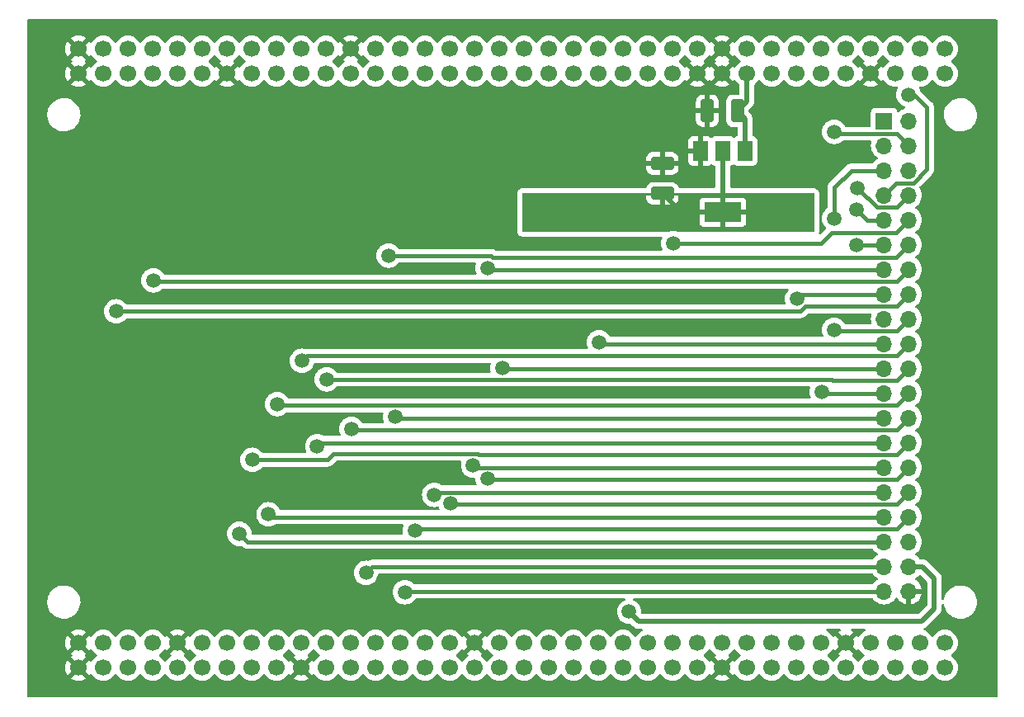
<source format=gbr>
G04 #@! TF.GenerationSoftware,KiCad,Pcbnew,7.0.1*
G04 #@! TF.CreationDate,2023-04-26T12:08:36+02:00*
G04 #@! TF.ProjectId,nucleo144 and 4.3 SSD1963 lcd parallel 16bit,6e75636c-656f-4313-9434-20616e642034,rev?*
G04 #@! TF.SameCoordinates,PX68e7780PY7bfa480*
G04 #@! TF.FileFunction,Copper,L2,Bot*
G04 #@! TF.FilePolarity,Positive*
%FSLAX46Y46*%
G04 Gerber Fmt 4.6, Leading zero omitted, Abs format (unit mm)*
G04 Created by KiCad (PCBNEW 7.0.1) date 2023-04-26 12:08:36*
%MOMM*%
%LPD*%
G01*
G04 APERTURE LIST*
G04 Aperture macros list*
%AMRoundRect*
0 Rectangle with rounded corners*
0 $1 Rounding radius*
0 $2 $3 $4 $5 $6 $7 $8 $9 X,Y pos of 4 corners*
0 Add a 4 corners polygon primitive as box body*
4,1,4,$2,$3,$4,$5,$6,$7,$8,$9,$2,$3,0*
0 Add four circle primitives for the rounded corners*
1,1,$1+$1,$2,$3*
1,1,$1+$1,$4,$5*
1,1,$1+$1,$6,$7*
1,1,$1+$1,$8,$9*
0 Add four rect primitives between the rounded corners*
20,1,$1+$1,$2,$3,$4,$5,0*
20,1,$1+$1,$4,$5,$6,$7,0*
20,1,$1+$1,$6,$7,$8,$9,0*
20,1,$1+$1,$8,$9,$2,$3,0*%
G04 Aperture macros list end*
G04 #@! TA.AperFunction,ComponentPad*
%ADD10C,1.700000*%
G04 #@! TD*
G04 #@! TA.AperFunction,ComponentPad*
%ADD11R,1.700000X1.700000*%
G04 #@! TD*
G04 #@! TA.AperFunction,ComponentPad*
%ADD12O,1.700000X1.700000*%
G04 #@! TD*
G04 #@! TA.AperFunction,SMDPad,CuDef*
%ADD13RoundRect,0.250000X0.925000X-0.412500X0.925000X0.412500X-0.925000X0.412500X-0.925000X-0.412500X0*%
G04 #@! TD*
G04 #@! TA.AperFunction,SMDPad,CuDef*
%ADD14RoundRect,0.250000X0.412500X0.925000X-0.412500X0.925000X-0.412500X-0.925000X0.412500X-0.925000X0*%
G04 #@! TD*
G04 #@! TA.AperFunction,SMDPad,CuDef*
%ADD15R,1.500000X2.000000*%
G04 #@! TD*
G04 #@! TA.AperFunction,SMDPad,CuDef*
%ADD16R,3.800000X2.000000*%
G04 #@! TD*
G04 #@! TA.AperFunction,ViaPad*
%ADD17C,1.500000*%
G04 #@! TD*
G04 #@! TA.AperFunction,Conductor*
%ADD18C,0.500000*%
G04 #@! TD*
G04 #@! TA.AperFunction,Conductor*
%ADD19C,0.400000*%
G04 #@! TD*
G04 APERTURE END LIST*
D10*
G04 #@! TO.P,U1,1,PC10*
G04 #@! TO.N,SD_CLK*
X94400000Y66760000D03*
G04 #@! TO.P,U1,2,PC11*
G04 #@! TO.N,SD_MISO*
X94400000Y64220000D03*
G04 #@! TO.P,U1,3,PC12*
G04 #@! TO.N,SD_MOSI*
X91860000Y66760000D03*
G04 #@! TO.P,U1,4,PD2*
G04 #@! TO.N,unconnected-(U1-PD2-Pad4)*
X91860000Y64220000D03*
G04 #@! TO.P,U1,5,VDD*
G04 #@! TO.N,unconnected-(U1-VDD-Pad5)*
X89320000Y66760000D03*
G04 #@! TO.P,U1,6,E5V*
G04 #@! TO.N,unconnected-(U1-E5V-Pad6)*
X89320000Y64220000D03*
G04 #@! TO.P,U1,7,~{BOOT0}*
G04 #@! TO.N,unconnected-(U1-~{BOOT0}-Pad7)*
X86780000Y66760000D03*
G04 #@! TO.P,U1,8,GND*
G04 #@! TO.N,GND*
X86780000Y64220000D03*
G04 #@! TO.P,U1,9,PF6*
G04 #@! TO.N,unconnected-(U1-PF6-Pad9)*
X84240000Y66760000D03*
G04 #@! TO.P,U1,10,NC*
G04 #@! TO.N,unconnected-(U1-NC-Pad10)*
X84240000Y64220000D03*
G04 #@! TO.P,U1,11,PF7*
G04 #@! TO.N,unconnected-(U1-PF7-Pad11)*
X81700000Y66760000D03*
G04 #@! TO.P,U1,12,IOREF*
G04 #@! TO.N,unconnected-(U1-IOREF-Pad12)*
X81700000Y64220000D03*
G04 #@! TO.P,U1,13,TMS/PA13*
G04 #@! TO.N,unconnected-(U1-TMS{slash}PA13-Pad13)*
X79160000Y66760000D03*
G04 #@! TO.P,U1,14,~{RST}*
G04 #@! TO.N,unconnected-(U1-~{RST}-Pad14)*
X79160000Y64220000D03*
G04 #@! TO.P,U1,15,TCK/PA14*
G04 #@! TO.N,unconnected-(U1-TCK{slash}PA14-Pad15)*
X76620000Y66760000D03*
G04 #@! TO.P,U1,16,+3V3*
G04 #@! TO.N,unconnected-(U1-+3V3-Pad16)*
X76620000Y64220000D03*
G04 #@! TO.P,U1,17,PA15*
G04 #@! TO.N,unconnected-(U1-PA15-Pad17)*
X74080000Y66760000D03*
G04 #@! TO.P,U1,18,+5V*
G04 #@! TO.N,5V*
X74080000Y64220000D03*
G04 #@! TO.P,U1,19,GND*
G04 #@! TO.N,GND*
X71540000Y66760000D03*
G04 #@! TO.P,U1,20,GND*
X71540000Y64220000D03*
G04 #@! TO.P,U1,21,LD2/PB7*
G04 #@! TO.N,unconnected-(U1-LD2{slash}PB7-Pad21)*
X69000000Y66760000D03*
G04 #@! TO.P,U1,22,GND*
G04 #@! TO.N,GND*
X69000000Y64220000D03*
G04 #@! TO.P,U1,23,BT/PC13*
G04 #@! TO.N,unconnected-(U1-BT{slash}PC13-Pad23)*
X66460000Y66760000D03*
G04 #@! TO.P,U1,24,VIN*
G04 #@! TO.N,unconnected-(U1-VIN-Pad24)*
X66460000Y64220000D03*
G04 #@! TO.P,U1,25,RTC_CRYSTAL/PC14*
G04 #@! TO.N,unconnected-(U1-RTC_CRYSTAL{slash}PC14-Pad25)*
X63920000Y66760000D03*
G04 #@! TO.P,U1,26,NC*
G04 #@! TO.N,unconnected-(U1-NC-Pad26)*
X63920000Y64220000D03*
G04 #@! TO.P,U1,27,RTC_CRYSTAL/PC15*
G04 #@! TO.N,unconnected-(U1-RTC_CRYSTAL{slash}PC15-Pad27)*
X61380000Y66760000D03*
G04 #@! TO.P,U1,28,ETH_REF_CLK/PA0*
G04 #@! TO.N,unconnected-(U1-ETH_REF_CLK{slash}PA0-Pad28)*
X61380000Y64220000D03*
G04 #@! TO.P,U1,29,PH0*
G04 #@! TO.N,unconnected-(U1-PH0-Pad29)*
X58840000Y66760000D03*
G04 #@! TO.P,U1,30,ETH_MDIO/PA1*
G04 #@! TO.N,unconnected-(U1-ETH_MDIO{slash}PA1-Pad30)*
X58840000Y64220000D03*
G04 #@! TO.P,U1,31,PH1*
G04 #@! TO.N,unconnected-(U1-PH1-Pad31)*
X56300000Y66760000D03*
G04 #@! TO.P,U1,32,PA4*
G04 #@! TO.N,unconnected-(U1-PA4-Pad32)*
X56300000Y64220000D03*
G04 #@! TO.P,U1,33,VBAT*
G04 #@! TO.N,unconnected-(U1-VBAT-Pad33)*
X53760000Y66760000D03*
G04 #@! TO.P,U1,34,PB0*
G04 #@! TO.N,unconnected-(U1-PB0-Pad34)*
X53760000Y64220000D03*
G04 #@! TO.P,U1,35,PC2*
G04 #@! TO.N,LCD_BL*
X51220000Y66760000D03*
G04 #@! TO.P,U1,36,ETH_MDC/PC1*
G04 #@! TO.N,unconnected-(U1-ETH_MDC{slash}PC1-Pad36)*
X51220000Y64220000D03*
G04 #@! TO.P,U1,37,PC3*
G04 #@! TO.N,PEN*
X48680000Y66760000D03*
G04 #@! TO.P,U1,38,PC0*
G04 #@! TO.N,LCD_RST*
X48680000Y64220000D03*
G04 #@! TO.P,U1,39,PD4*
G04 #@! TO.N,LCD_RD*
X46140000Y66760000D03*
G04 #@! TO.P,U1,40,PD3*
G04 #@! TO.N,unconnected-(U1-PD3-Pad40)*
X46140000Y64220000D03*
G04 #@! TO.P,U1,41,PD5*
G04 #@! TO.N,LCD_WR*
X43600000Y66760000D03*
G04 #@! TO.P,U1,42,PG2*
G04 #@! TO.N,unconnected-(U1-PG2-Pad42)*
X43600000Y64220000D03*
G04 #@! TO.P,U1,43,PD6*
G04 #@! TO.N,unconnected-(U1-PD6-Pad43)*
X41060000Y66760000D03*
G04 #@! TO.P,U1,44,PG3*
G04 #@! TO.N,unconnected-(U1-PG3-Pad44)*
X41060000Y64220000D03*
G04 #@! TO.P,U1,45,PD7*
G04 #@! TO.N,LCD_CS*
X38520000Y66760000D03*
G04 #@! TO.P,U1,46,PE2*
G04 #@! TO.N,unconnected-(U1-PE2-Pad46)*
X38520000Y64220000D03*
G04 #@! TO.P,U1,47,PE3*
G04 #@! TO.N,unconnected-(U1-PE3-Pad47)*
X35980000Y66760000D03*
G04 #@! TO.P,U1,48,PE4*
G04 #@! TO.N,unconnected-(U1-PE4-Pad48)*
X35980000Y64220000D03*
G04 #@! TO.P,U1,49,GND*
G04 #@! TO.N,GND*
X33440000Y66760000D03*
G04 #@! TO.P,U1,50,PE5*
G04 #@! TO.N,unconnected-(U1-PE5-Pad50)*
X33440000Y64220000D03*
G04 #@! TO.P,U1,51,PF1*
G04 #@! TO.N,unconnected-(U1-PF1-Pad51)*
X30900000Y66760000D03*
G04 #@! TO.P,U1,52,PF2*
G04 #@! TO.N,unconnected-(U1-PF2-Pad52)*
X30900000Y64220000D03*
G04 #@! TO.P,U1,53,PF0*
G04 #@! TO.N,unconnected-(U1-PF0-Pad53)*
X28360000Y66760000D03*
G04 #@! TO.P,U1,54,PF8*
G04 #@! TO.N,unconnected-(U1-PF8-Pad54)*
X28360000Y64220000D03*
G04 #@! TO.P,U1,55,PD1*
G04 #@! TO.N,D3*
X25820000Y66760000D03*
G04 #@! TO.P,U1,56,PF9*
G04 #@! TO.N,unconnected-(U1-PF9-Pad56)*
X25820000Y64220000D03*
G04 #@! TO.P,U1,57,PD0*
G04 #@! TO.N,D2*
X23280000Y66760000D03*
G04 #@! TO.P,U1,58,PG1*
G04 #@! TO.N,unconnected-(U1-PG1-Pad58)*
X23280000Y64220000D03*
G04 #@! TO.P,U1,59,PG0*
G04 #@! TO.N,unconnected-(U1-PG0-Pad59)*
X20740000Y66760000D03*
G04 #@! TO.P,U1,60,GND*
G04 #@! TO.N,GND*
X20740000Y64220000D03*
G04 #@! TO.P,U1,61,PE1*
G04 #@! TO.N,unconnected-(U1-PE1-Pad61)*
X18200000Y66760000D03*
G04 #@! TO.P,U1,62,PE6*
G04 #@! TO.N,unconnected-(U1-PE6-Pad62)*
X18200000Y64220000D03*
G04 #@! TO.P,U1,63,PG9*
G04 #@! TO.N,unconnected-(U1-PG9-Pad63)*
X15660000Y66760000D03*
G04 #@! TO.P,U1,64,PG15*
G04 #@! TO.N,unconnected-(U1-PG15-Pad64)*
X15660000Y64220000D03*
G04 #@! TO.P,U1,65,PG12*
G04 #@! TO.N,unconnected-(U1-PG12-Pad65)*
X13120000Y66760000D03*
G04 #@! TO.P,U1,66,PG10*
G04 #@! TO.N,unconnected-(U1-PG10-Pad66)*
X13120000Y64220000D03*
G04 #@! TO.P,U1,67,NC*
G04 #@! TO.N,unconnected-(U1-NC-Pad67)*
X10580000Y66760000D03*
G04 #@! TO.P,U1,68,PG13/ETH_TXD0*
G04 #@! TO.N,unconnected-(U1-PG13{slash}ETH_TXD0-Pad68)*
X10580000Y64220000D03*
G04 #@! TO.P,U1,69,STLINK_RX/PD9*
G04 #@! TO.N,D14*
X8040000Y66760000D03*
G04 #@! TO.P,U1,70,PG11/ETH_TX_EN*
G04 #@! TO.N,unconnected-(U1-PG11{slash}ETH_TX_EN-Pad70)*
X8040000Y64220000D03*
G04 #@! TO.P,U1,71,GND*
G04 #@! TO.N,GND*
X5500000Y66760000D03*
G04 #@! TO.P,U1,72,GND*
X5500000Y64220000D03*
G04 #@! TO.P,U1,73,PC9*
G04 #@! TO.N,unconnected-(U1-PC9-Pad73)*
X94400000Y5800000D03*
G04 #@! TO.P,U1,74,PC8*
G04 #@! TO.N,unconnected-(U1-PC8-Pad74)*
X94400000Y3260000D03*
G04 #@! TO.P,U1,75,PB8*
G04 #@! TO.N,unconnected-(U1-PB8-Pad75)*
X91860000Y5800000D03*
G04 #@! TO.P,U1,76,PC6*
G04 #@! TO.N,unconnected-(U1-PC6-Pad76)*
X91860000Y3260000D03*
G04 #@! TO.P,U1,77,PB9*
G04 #@! TO.N,unconnected-(U1-PB9-Pad77)*
X89320000Y5800000D03*
G04 #@! TO.P,U1,78,ETH_RXD1/PC5*
G04 #@! TO.N,unconnected-(U1-ETH_RXD1{slash}PC5-Pad78)*
X89320000Y3260000D03*
G04 #@! TO.P,U1,79,AVDD*
G04 #@! TO.N,unconnected-(U1-AVDD-Pad79)*
X86780000Y5800000D03*
G04 #@! TO.P,U1,80,U5V*
G04 #@! TO.N,unconnected-(U1-U5V-Pad80)*
X86780000Y3260000D03*
G04 #@! TO.P,U1,81,GND*
G04 #@! TO.N,GND*
X84240000Y5800000D03*
G04 #@! TO.P,U1,82,STLINK_TX/PD8*
G04 #@! TO.N,D13*
X84240000Y3260000D03*
G04 #@! TO.P,U1,83,PA5*
G04 #@! TO.N,SPI_CLK*
X81700000Y5800000D03*
G04 #@! TO.P,U1,84,USB_DP/PA12*
G04 #@! TO.N,unconnected-(U1-USB_DP{slash}PA12-Pad84)*
X81700000Y3260000D03*
G04 #@! TO.P,U1,85,PA6*
G04 #@! TO.N,SPI_MISO*
X79160000Y5800000D03*
G04 #@! TO.P,U1,86,USB_DM/PA11*
G04 #@! TO.N,unconnected-(U1-USB_DM{slash}PA11-Pad86)*
X79160000Y3260000D03*
G04 #@! TO.P,U1,87,ETH_CRS_DV/PA7*
G04 #@! TO.N,unconnected-(U1-ETH_CRS_DV{slash}PA7-Pad87)*
X76620000Y5800000D03*
G04 #@! TO.P,U1,88,PB12*
G04 #@! TO.N,unconnected-(U1-PB12-Pad88)*
X76620000Y3260000D03*
G04 #@! TO.P,U1,89,PB6*
G04 #@! TO.N,unconnected-(U1-PB6-Pad89)*
X74080000Y5800000D03*
G04 #@! TO.P,U1,90,PB11*
G04 #@! TO.N,unconnected-(U1-PB11-Pad90)*
X74080000Y3260000D03*
G04 #@! TO.P,U1,91,PC7*
G04 #@! TO.N,unconnected-(U1-PC7-Pad91)*
X71540000Y5800000D03*
G04 #@! TO.P,U1,92,GND*
G04 #@! TO.N,GND*
X71540000Y3260000D03*
G04 #@! TO.P,U1,93,USB_VBUS/PA9*
G04 #@! TO.N,unconnected-(U1-USB_VBUS{slash}PA9-Pad93)*
X69000000Y5800000D03*
G04 #@! TO.P,U1,94,PB2*
G04 #@! TO.N,SD_CS*
X69000000Y3260000D03*
G04 #@! TO.P,U1,95,USB_SOF/PA8*
G04 #@! TO.N,unconnected-(U1-USB_SOF{slash}PA8-Pad95)*
X66460000Y5800000D03*
G04 #@! TO.P,U1,96,PB1*
G04 #@! TO.N,F_CS*
X66460000Y3260000D03*
G04 #@! TO.P,U1,97,PB10*
G04 #@! TO.N,unconnected-(U1-PB10-Pad97)*
X63920000Y5800000D03*
G04 #@! TO.P,U1,98,PB15*
G04 #@! TO.N,unconnected-(U1-PB15-Pad98)*
X63920000Y3260000D03*
G04 #@! TO.P,U1,99,PB4*
G04 #@! TO.N,unconnected-(U1-PB4-Pad99)*
X61380000Y5800000D03*
G04 #@! TO.P,U1,100,LD3/PB14*
G04 #@! TO.N,unconnected-(U1-LD3{slash}PB14-Pad100)*
X61380000Y3260000D03*
G04 #@! TO.P,U1,101,PB5*
G04 #@! TO.N,SPI_MOSI*
X58840000Y5800000D03*
G04 #@! TO.P,U1,102,ETH_TXD1/PB13*
G04 #@! TO.N,unconnected-(U1-ETH_TXD1{slash}PB13-Pad102)*
X58840000Y3260000D03*
G04 #@! TO.P,U1,103,SWO/PB3*
G04 #@! TO.N,unconnected-(U1-SWO{slash}PB3-Pad103)*
X56300000Y5800000D03*
G04 #@! TO.P,U1,104,AGND*
G04 #@! TO.N,unconnected-(U1-AGND-Pad104)*
X56300000Y3260000D03*
G04 #@! TO.P,U1,105,USB_ID/PA10*
G04 #@! TO.N,unconnected-(U1-USB_ID{slash}PA10-Pad105)*
X53760000Y5800000D03*
G04 #@! TO.P,U1,106,ETH_RXD0/PC4*
G04 #@! TO.N,unconnected-(U1-ETH_RXD0{slash}PC4-Pad106)*
X53760000Y3260000D03*
G04 #@! TO.P,U1,107,PA2*
G04 #@! TO.N,unconnected-(U1-PA2-Pad107)*
X51220000Y5800000D03*
G04 #@! TO.P,U1,108,PF5*
G04 #@! TO.N,unconnected-(U1-PF5-Pad108)*
X51220000Y3260000D03*
G04 #@! TO.P,U1,109,PA3*
G04 #@! TO.N,T_CS*
X48680000Y5800000D03*
G04 #@! TO.P,U1,110,PF4*
G04 #@! TO.N,unconnected-(U1-PF4-Pad110)*
X48680000Y3260000D03*
G04 #@! TO.P,U1,111,GND*
G04 #@! TO.N,GND*
X46140000Y5800000D03*
G04 #@! TO.P,U1,112,PE8*
G04 #@! TO.N,D5*
X46140000Y3260000D03*
G04 #@! TO.P,U1,113,PD13*
G04 #@! TO.N,unconnected-(U1-PD13-Pad113)*
X43600000Y5800000D03*
G04 #@! TO.P,U1,114,PF10*
G04 #@! TO.N,unconnected-(U1-PF10-Pad114)*
X43600000Y3260000D03*
G04 #@! TO.P,U1,115,PD12*
G04 #@! TO.N,unconnected-(U1-PD12-Pad115)*
X41060000Y5800000D03*
G04 #@! TO.P,U1,116,PE7*
G04 #@! TO.N,D4*
X41060000Y3260000D03*
G04 #@! TO.P,U1,117,PD11*
G04 #@! TO.N,LCD_RS*
X38520000Y5800000D03*
G04 #@! TO.P,U1,118,PD14*
G04 #@! TO.N,D0*
X38520000Y3260000D03*
G04 #@! TO.P,U1,119,PE10*
G04 #@! TO.N,D7*
X35980000Y5800000D03*
G04 #@! TO.P,U1,120,PD15*
G04 #@! TO.N,D1*
X35980000Y3260000D03*
G04 #@! TO.P,U1,121,PE12*
G04 #@! TO.N,D9*
X33440000Y5800000D03*
G04 #@! TO.P,U1,122,PF14*
G04 #@! TO.N,unconnected-(U1-PF14-Pad122)*
X33440000Y3260000D03*
G04 #@! TO.P,U1,123,PE14*
G04 #@! TO.N,D11*
X30900000Y5800000D03*
G04 #@! TO.P,U1,124,PE9*
G04 #@! TO.N,D6*
X30900000Y3260000D03*
G04 #@! TO.P,U1,125,PE15*
G04 #@! TO.N,D12*
X28360000Y5800000D03*
G04 #@! TO.P,U1,126,GND*
G04 #@! TO.N,GND*
X28360000Y3260000D03*
G04 #@! TO.P,U1,127,PE13*
G04 #@! TO.N,D10*
X25820000Y5800000D03*
G04 #@! TO.P,U1,128,PE11*
G04 #@! TO.N,D8*
X25820000Y3260000D03*
G04 #@! TO.P,U1,129,PF13*
G04 #@! TO.N,unconnected-(U1-PF13-Pad129)*
X23280000Y5800000D03*
G04 #@! TO.P,U1,130,PF3*
G04 #@! TO.N,unconnected-(U1-PF3-Pad130)*
X23280000Y3260000D03*
G04 #@! TO.P,U1,131,PF12*
G04 #@! TO.N,unconnected-(U1-PF12-Pad131)*
X20740000Y5800000D03*
G04 #@! TO.P,U1,132,PF15*
G04 #@! TO.N,unconnected-(U1-PF15-Pad132)*
X20740000Y3260000D03*
G04 #@! TO.P,U1,133,PG14*
G04 #@! TO.N,unconnected-(U1-PG14-Pad133)*
X18200000Y5800000D03*
G04 #@! TO.P,U1,134,PF11*
G04 #@! TO.N,unconnected-(U1-PF11-Pad134)*
X18200000Y3260000D03*
G04 #@! TO.P,U1,135,GND*
G04 #@! TO.N,GND*
X15660000Y5800000D03*
G04 #@! TO.P,U1,136,PE0*
G04 #@! TO.N,unconnected-(U1-PE0-Pad136)*
X15660000Y3260000D03*
G04 #@! TO.P,U1,137,PD10*
G04 #@! TO.N,D15*
X13120000Y5800000D03*
G04 #@! TO.P,U1,138,PG8*
G04 #@! TO.N,unconnected-(U1-PG8-Pad138)*
X13120000Y3260000D03*
G04 #@! TO.P,U1,139,PG7/USB_GPIO_IN*
G04 #@! TO.N,unconnected-(U1-PG7{slash}USB_GPIO_IN-Pad139)*
X10580000Y5800000D03*
G04 #@! TO.P,U1,140,PG5*
G04 #@! TO.N,unconnected-(U1-PG5-Pad140)*
X10580000Y3260000D03*
G04 #@! TO.P,U1,141,PG4*
G04 #@! TO.N,unconnected-(U1-PG4-Pad141)*
X8040000Y5800000D03*
G04 #@! TO.P,U1,142,PG6/USB_GPIO_OUT*
G04 #@! TO.N,unconnected-(U1-PG6{slash}USB_GPIO_OUT-Pad142)*
X8040000Y3260000D03*
G04 #@! TO.P,U1,143,GND*
G04 #@! TO.N,GND*
X5500000Y5800000D03*
G04 #@! TO.P,U1,144,GND*
X5500000Y3260000D03*
G04 #@! TD*
D11*
G04 #@! TO.P,TFT1,1,NC*
G04 #@! TO.N,unconnected-(TFT1-NC-Pad1)*
X88160000Y59360000D03*
D12*
G04 #@! TO.P,TFT1,2,NC*
G04 #@! TO.N,unconnected-(TFT1-NC-Pad2)*
X90700000Y59360000D03*
G04 #@! TO.P,TFT1,3,NC*
G04 #@! TO.N,unconnected-(TFT1-NC-Pad3)*
X88160000Y56820000D03*
G04 #@! TO.P,TFT1,4,LED_A*
G04 #@! TO.N,LCD_BL*
X90700000Y56820000D03*
G04 #@! TO.P,TFT1,5,SD_CS*
G04 #@! TO.N,SD_CS*
X88160000Y54280000D03*
G04 #@! TO.P,TFT1,6,NC*
G04 #@! TO.N,unconnected-(TFT1-NC-Pad6)*
X90700000Y54280000D03*
G04 #@! TO.P,TFT1,7,SD_DIN*
G04 #@! TO.N,SD_MOSI*
X88160000Y51740000D03*
G04 #@! TO.P,TFT1,8,RESET*
G04 #@! TO.N,LCD_RST*
X90700000Y51740000D03*
G04 #@! TO.P,TFT1,9,SD_CLK*
G04 #@! TO.N,SD_CLK*
X88160000Y49200000D03*
G04 #@! TO.P,TFT1,10,F_CS*
G04 #@! TO.N,F_CS*
X90700000Y49200000D03*
G04 #@! TO.P,TFT1,11,SD_DO*
G04 #@! TO.N,SD_MISO*
X88160000Y46660000D03*
G04 #@! TO.P,TFT1,12,CS*
G04 #@! TO.N,LCD_CS*
X90700000Y46660000D03*
G04 #@! TO.P,TFT1,13,T_IRQ*
G04 #@! TO.N,PEN*
X88160000Y44120000D03*
G04 #@! TO.P,TFT1,14,DB15*
G04 #@! TO.N,D15*
X90700000Y44120000D03*
G04 #@! TO.P,TFT1,15,T_DO*
G04 #@! TO.N,SPI_MISO*
X88160000Y41580000D03*
G04 #@! TO.P,TFT1,16,DB14*
G04 #@! TO.N,D14*
X90700000Y41580000D03*
G04 #@! TO.P,TFT1,17,NC*
G04 #@! TO.N,unconnected-(TFT1-NC-Pad17)*
X88160000Y39040000D03*
G04 #@! TO.P,TFT1,18,DB13*
G04 #@! TO.N,D13*
X90700000Y39040000D03*
G04 #@! TO.P,TFT1,19,T_DIN*
G04 #@! TO.N,SPI_MOSI*
X88160000Y36500000D03*
G04 #@! TO.P,TFT1,20,DB12*
G04 #@! TO.N,D12*
X90700000Y36500000D03*
G04 #@! TO.P,TFT1,21,T_CS*
G04 #@! TO.N,T_CS*
X88160000Y33960000D03*
G04 #@! TO.P,TFT1,22,DB11*
G04 #@! TO.N,D11*
X90700000Y33960000D03*
G04 #@! TO.P,TFT1,23,T_CLK*
G04 #@! TO.N,SPI_CLK*
X88160000Y31420000D03*
G04 #@! TO.P,TFT1,24,DB10*
G04 #@! TO.N,D10*
X90700000Y31420000D03*
G04 #@! TO.P,TFT1,25,DB7*
G04 #@! TO.N,D7*
X88160000Y28880000D03*
G04 #@! TO.P,TFT1,26,DB9*
G04 #@! TO.N,D9*
X90700000Y28880000D03*
G04 #@! TO.P,TFT1,27,DB6*
G04 #@! TO.N,D6*
X88160000Y26340000D03*
G04 #@! TO.P,TFT1,28,DB8*
G04 #@! TO.N,D8*
X90700000Y26340000D03*
G04 #@! TO.P,TFT1,29,DB5*
G04 #@! TO.N,D5*
X88160000Y23800000D03*
G04 #@! TO.P,TFT1,30,RD*
G04 #@! TO.N,LCD_RD*
X90700000Y23800000D03*
G04 #@! TO.P,TFT1,31,DB4*
G04 #@! TO.N,D4*
X88160000Y21260000D03*
G04 #@! TO.P,TFT1,32,WR*
G04 #@! TO.N,LCD_WR*
X90700000Y21260000D03*
G04 #@! TO.P,TFT1,33,DB3*
G04 #@! TO.N,D3*
X88160000Y18720000D03*
G04 #@! TO.P,TFT1,34,RS*
G04 #@! TO.N,LCD_RS*
X90700000Y18720000D03*
G04 #@! TO.P,TFT1,35,DB2*
G04 #@! TO.N,D2*
X88160000Y16180000D03*
G04 #@! TO.P,TFT1,36,NC*
G04 #@! TO.N,unconnected-(TFT1-NC-Pad36)*
X90700000Y16180000D03*
G04 #@! TO.P,TFT1,37,DB1*
G04 #@! TO.N,D1*
X88160000Y13640000D03*
G04 #@! TO.P,TFT1,38,3.3V*
G04 #@! TO.N,3.3V*
X90700000Y13640000D03*
G04 #@! TO.P,TFT1,39,DB0*
G04 #@! TO.N,D0*
X88160000Y11100000D03*
G04 #@! TO.P,TFT1,40,GND*
G04 #@! TO.N,GND*
X90700000Y11100000D03*
G04 #@! TD*
D13*
G04 #@! TO.P,C2,1*
G04 #@! TO.N,3.3V*
X65400000Y51925000D03*
G04 #@! TO.P,C2,2*
G04 #@! TO.N,GND*
X65400000Y55000000D03*
G04 #@! TD*
D14*
G04 #@! TO.P,C1,1*
G04 #@! TO.N,5V*
X73100000Y60400000D03*
G04 #@! TO.P,C1,2*
G04 #@! TO.N,GND*
X70025000Y60400000D03*
G04 #@! TD*
D15*
G04 #@! TO.P,U2,1,GND*
G04 #@! TO.N,GND*
X69310000Y56290000D03*
G04 #@! TO.P,U2,2,VO*
G04 #@! TO.N,3.3V*
X71610000Y56290000D03*
D16*
X71610000Y49990000D03*
D15*
G04 #@! TO.P,U2,3,VI*
G04 #@! TO.N,5V*
X73910000Y56290000D03*
G04 #@! TD*
D17*
G04 #@! TO.N,LCD_RD*
X47480000Y22650500D03*
G04 #@! TO.N,LCD_WR*
X43670000Y20110500D03*
G04 #@! TO.N,LCD_CS*
X37320000Y45545000D03*
G04 #@! TO.N,LCD_RST*
X85427600Y52479200D03*
G04 #@! TO.N,LCD_RS*
X40000000Y17329500D03*
G04 #@! TO.N,LCD_BL*
X83040000Y58245000D03*
G04 #@! TO.N,GND*
X66000000Y61000000D03*
X85580000Y9604000D03*
X15730000Y56340000D03*
X72626000Y41354000D03*
X61000000Y54000000D03*
X96000000Y19000000D03*
X5000000Y53000000D03*
X77000000Y61000000D03*
X72626000Y38052000D03*
X46718000Y8842000D03*
X18270000Y22050000D03*
X5000000Y18000000D03*
X72626000Y9604000D03*
X78000000Y54000000D03*
X96000000Y53000000D03*
G04 #@! TO.N,SPI_MISO*
X79230000Y41100000D03*
G04 #@! TO.N,SPI_MOSI*
X58910000Y36655000D03*
G04 #@! TO.N,PEN*
X47480000Y44275000D03*
G04 #@! TO.N,F_CS*
X66530000Y46815000D03*
G04 #@! TO.N,T_CS*
X49000000Y34000000D03*
G04 #@! TO.N,SPI_CLK*
X81770000Y31575000D03*
G04 #@! TO.N,SD_CS*
X83040000Y49355000D03*
G04 #@! TO.N,D0*
X39000000Y11000000D03*
G04 #@! TO.N,D1*
X35000000Y13000000D03*
G04 #@! TO.N,D2*
X22000000Y17000000D03*
G04 #@! TO.N,D3*
X25000000Y19000000D03*
G04 #@! TO.N,D4*
X42000000Y21000000D03*
G04 #@! TO.N,D5*
X46000000Y24000000D03*
G04 #@! TO.N,D6*
X30000000Y26000000D03*
G04 #@! TO.N,D7*
X38000000Y29000000D03*
G04 #@! TO.N,D8*
X23350000Y24590000D03*
G04 #@! TO.N,D9*
X33510000Y27765000D03*
G04 #@! TO.N,D10*
X25890000Y30305000D03*
G04 #@! TO.N,D11*
X30970000Y32845000D03*
G04 #@! TO.N,D12*
X28430000Y34750000D03*
G04 #@! TO.N,D13*
X83040000Y37925000D03*
G04 #@! TO.N,D14*
X9380000Y39830000D03*
G04 #@! TO.N,D15*
X13190000Y43005000D03*
G04 #@! TO.N,SD_MOSI*
X90660000Y62055000D03*
G04 #@! TO.N,SD_CLK*
X85326000Y50294800D03*
G04 #@! TO.N,SD_MISO*
X85326000Y46637200D03*
G04 #@! TO.N,3.3V*
X62000000Y9000000D03*
X62000000Y49000000D03*
G04 #@! TD*
D18*
G04 #@! TO.N,5V*
X73910000Y59590000D02*
X73910000Y56290000D01*
X74080000Y64220000D02*
X74080000Y61380000D01*
X74080000Y61380000D02*
X73100000Y60400000D01*
X73100000Y60400000D02*
X73910000Y59590000D01*
D19*
G04 #@! TO.N,LCD_RD*
X89450000Y22550000D02*
X47580500Y22550000D01*
X90700000Y23800000D02*
X89450000Y22550000D01*
X47580500Y22550000D02*
X47480000Y22650500D01*
G04 #@! TO.N,LCD_WR*
X90700000Y21260000D02*
X89450000Y20010000D01*
X43770500Y20010000D02*
X43670000Y20110500D01*
X89450000Y20010000D02*
X43770500Y20010000D01*
G04 #@! TO.N,LCD_CS*
X48011346Y45370000D02*
X47836346Y45545000D01*
X90700000Y46660000D02*
X89410000Y45370000D01*
X89410000Y45370000D02*
X48011346Y45370000D01*
X47836346Y45545000D02*
X37320000Y45545000D01*
G04 #@! TO.N,LCD_RST*
X87416800Y50490000D02*
X89450000Y50490000D01*
X85427600Y52479200D02*
X87416800Y50490000D01*
X89450000Y50490000D02*
X90700000Y51740000D01*
G04 #@! TO.N,LCD_RS*
X89450000Y17470000D02*
X40140500Y17470000D01*
X40140500Y17470000D02*
X40000000Y17329500D01*
X90700000Y18720000D02*
X89450000Y17470000D01*
G04 #@! TO.N,LCD_BL*
X89450000Y58070000D02*
X83215000Y58070000D01*
X90700000Y56820000D02*
X89450000Y58070000D01*
X83215000Y58070000D02*
X83040000Y58245000D01*
G04 #@! TO.N,SPI_MISO*
X79710000Y41580000D02*
X79230000Y41100000D01*
X88160000Y41580000D02*
X79710000Y41580000D01*
G04 #@! TO.N,SPI_MOSI*
X88160000Y36500000D02*
X59065000Y36500000D01*
X59065000Y36500000D02*
X58910000Y36655000D01*
G04 #@! TO.N,PEN*
X47635000Y44120000D02*
X47480000Y44275000D01*
X88160000Y44120000D02*
X47635000Y44120000D01*
G04 #@! TO.N,F_CS*
X82788800Y47910000D02*
X89410000Y47910000D01*
X89410000Y47910000D02*
X90700000Y49200000D01*
X81693800Y46815000D02*
X82788800Y47910000D01*
X66530000Y46815000D02*
X81693800Y46815000D01*
G04 #@! TO.N,T_CS*
X88160000Y33960000D02*
X49040000Y33960000D01*
X49040000Y33960000D02*
X49000000Y34000000D01*
G04 #@! TO.N,SPI_CLK*
X81770000Y31575000D02*
X81925000Y31420000D01*
X81925000Y31420000D02*
X88160000Y31420000D01*
G04 #@! TO.N,SD_CS*
X83040000Y52530000D02*
X83040000Y49355000D01*
X84790000Y54280000D02*
X83040000Y52530000D01*
X88160000Y54280000D02*
X84790000Y54280000D01*
G04 #@! TO.N,D0*
X39100000Y11100000D02*
X39000000Y11000000D01*
X88160000Y11100000D02*
X39100000Y11100000D01*
G04 #@! TO.N,D1*
X88160000Y13640000D02*
X35640000Y13640000D01*
X35640000Y13640000D02*
X35000000Y13000000D01*
G04 #@! TO.N,D2*
X88160000Y16180000D02*
X22820000Y16180000D01*
X22820000Y16180000D02*
X22000000Y17000000D01*
G04 #@! TO.N,D3*
X25280000Y18720000D02*
X25000000Y19000000D01*
X88160000Y18720000D02*
X25280000Y18720000D01*
G04 #@! TO.N,D4*
X42260000Y21260000D02*
X42000000Y21000000D01*
X88160000Y21260000D02*
X42260000Y21260000D01*
G04 #@! TO.N,D5*
X88160000Y23800000D02*
X46200000Y23800000D01*
X46200000Y23800000D02*
X46000000Y24000000D01*
G04 #@! TO.N,D6*
X30340000Y26340000D02*
X30000000Y26000000D01*
X88160000Y26340000D02*
X30340000Y26340000D01*
G04 #@! TO.N,D7*
X88160000Y28880000D02*
X38120000Y28880000D01*
X38120000Y28880000D02*
X38000000Y29000000D01*
G04 #@! TO.N,D8*
X90700000Y26340000D02*
X89450000Y25090000D01*
X89450000Y25090000D02*
X46536346Y25090000D01*
X31672009Y25190500D02*
X31071509Y24590000D01*
X31071509Y24590000D02*
X23350000Y24590000D01*
X46435846Y25190500D02*
X31672009Y25190500D01*
X46536346Y25090000D02*
X46435846Y25190500D01*
G04 #@! TO.N,D9*
X90700000Y28880000D02*
X89450000Y27630000D01*
X33645000Y27630000D02*
X33510000Y27765000D01*
X89450000Y27630000D02*
X33645000Y27630000D01*
G04 #@! TO.N,D10*
X90700000Y31420000D02*
X89450000Y30170000D01*
X26025000Y30170000D02*
X25890000Y30305000D01*
X89450000Y30170000D02*
X26025000Y30170000D01*
G04 #@! TO.N,D11*
X82905000Y32710000D02*
X82770000Y32845000D01*
X89450000Y32710000D02*
X82905000Y32710000D01*
X82770000Y32845000D02*
X30970000Y32845000D01*
X90700000Y33960000D02*
X89450000Y32710000D01*
G04 #@! TO.N,D12*
X89450000Y35250000D02*
X28930000Y35250000D01*
X28930000Y35250000D02*
X28430000Y34750000D01*
X90700000Y36500000D02*
X89450000Y35250000D01*
G04 #@! TO.N,D13*
X89450000Y37790000D02*
X83175000Y37790000D01*
X90700000Y39040000D02*
X89450000Y37790000D01*
X83175000Y37790000D02*
X83040000Y37925000D01*
G04 #@! TO.N,D14*
X80086346Y40330000D02*
X79586346Y39830000D01*
X90700000Y41580000D02*
X89450000Y40330000D01*
X79586346Y39830000D02*
X9380000Y39830000D01*
X89450000Y40330000D02*
X80086346Y40330000D01*
G04 #@! TO.N,D15*
X13325000Y42870000D02*
X13190000Y43005000D01*
X90700000Y44120000D02*
X89450000Y42870000D01*
X89450000Y42870000D02*
X13325000Y42870000D01*
G04 #@! TO.N,SD_MOSI*
X91295000Y62055000D02*
X90660000Y62055000D01*
X89410000Y52990000D02*
X91177767Y52990000D01*
X92565000Y54377233D02*
X92565000Y60785000D01*
X88160000Y51740000D02*
X89410000Y52990000D01*
X92565000Y60785000D02*
X91295000Y62055000D01*
X91177767Y52990000D02*
X92565000Y54377233D01*
G04 #@! TO.N,SD_CLK*
X85326000Y50294800D02*
X86420800Y49200000D01*
X86420800Y49200000D02*
X88160000Y49200000D01*
G04 #@! TO.N,SD_MISO*
X88160000Y46660000D02*
X85348800Y46660000D01*
X85348800Y46660000D02*
X85326000Y46637200D01*
D18*
G04 #@! TO.N,3.3V*
X92085000Y13640000D02*
X93327000Y12398000D01*
X93327000Y12398000D02*
X93327000Y9327000D01*
X63000000Y8000000D02*
X62000000Y9000000D01*
X92000000Y8000000D02*
X63000000Y8000000D01*
X67335000Y49990000D02*
X71610000Y49990000D01*
X90700000Y13640000D02*
X92085000Y13640000D01*
X93327000Y9327000D02*
X92000000Y8000000D01*
X65400000Y51925000D02*
X67335000Y49990000D01*
X71610000Y56290000D02*
X71610000Y49990000D01*
G04 #@! TD*
G04 #@! TA.AperFunction,Conductor*
G04 #@! TO.N,GND*
G36*
X83658628Y7231789D02*
G01*
X83704248Y7183714D01*
X83718593Y7119010D01*
X83697564Y7056160D01*
X83647168Y7013118D01*
X83562422Y6973601D01*
X83478625Y6914928D01*
X84240000Y6153553D01*
X84240001Y6153553D01*
X85001373Y6914927D01*
X85001373Y6914928D01*
X84917580Y6973600D01*
X84832832Y7013118D01*
X84782436Y7056160D01*
X84761407Y7119010D01*
X84775752Y7183715D01*
X84821372Y7231789D01*
X84885237Y7249500D01*
X86133579Y7249500D01*
X86197444Y7231789D01*
X86243064Y7183715D01*
X86257409Y7119011D01*
X86236380Y7056161D01*
X86185984Y7013118D01*
X86102170Y6974035D01*
X85908598Y6838495D01*
X85741508Y6671405D01*
X85741507Y6671403D01*
X85741505Y6671401D01*
X85611271Y6485406D01*
X85611270Y6485405D01*
X85566952Y6446540D01*
X85509695Y6432529D01*
X85452438Y6446540D01*
X85408120Y6485405D01*
X85354925Y6561374D01*
X85354925Y6561375D01*
X84593553Y5800000D01*
X85354925Y5038627D01*
X85408119Y5114595D01*
X85452437Y5153461D01*
X85509694Y5167472D01*
X85566951Y5153461D01*
X85611267Y5114598D01*
X85741505Y4928599D01*
X85908599Y4761505D01*
X86094160Y4631574D01*
X86133024Y4587257D01*
X86147035Y4530000D01*
X86133024Y4472743D01*
X86094159Y4428425D01*
X85908595Y4298492D01*
X85741505Y4131402D01*
X85611575Y3945841D01*
X85567257Y3906975D01*
X85510000Y3892964D01*
X85452743Y3906975D01*
X85408425Y3945841D01*
X85278494Y4131402D01*
X85111404Y4298492D01*
X85111401Y4298495D01*
X84925402Y4428733D01*
X84886539Y4473049D01*
X84872528Y4530306D01*
X84886539Y4587563D01*
X84925405Y4631881D01*
X85001373Y4685075D01*
X84240000Y5446447D01*
X83478625Y4685075D01*
X83554594Y4631881D01*
X83593460Y4587563D01*
X83607471Y4530306D01*
X83593461Y4473050D01*
X83554595Y4428731D01*
X83368595Y4298492D01*
X83201505Y4131402D01*
X83071575Y3945841D01*
X83027257Y3906975D01*
X82970000Y3892964D01*
X82912743Y3906975D01*
X82868425Y3945841D01*
X82738494Y4131402D01*
X82571404Y4298492D01*
X82571401Y4298495D01*
X82385839Y4428427D01*
X82346974Y4472745D01*
X82332964Y4530001D01*
X82346975Y4587258D01*
X82385837Y4631572D01*
X82571401Y4761505D01*
X82738495Y4928599D01*
X82868732Y5114598D01*
X82913048Y5153461D01*
X82970305Y5167472D01*
X83027562Y5153461D01*
X83071880Y5114595D01*
X83125073Y5038627D01*
X83886447Y5799999D01*
X83886447Y5800001D01*
X83125073Y6561374D01*
X83071881Y6485406D01*
X83027563Y6446540D01*
X82970306Y6432529D01*
X82913048Y6446540D01*
X82868730Y6485405D01*
X82738495Y6671401D01*
X82571401Y6838495D01*
X82377830Y6974035D01*
X82294015Y7013119D01*
X82243620Y7056160D01*
X82222591Y7119010D01*
X82236936Y7183715D01*
X82282556Y7231789D01*
X82346421Y7249500D01*
X83594763Y7249500D01*
X83658628Y7231789D01*
G37*
G04 #@! TD.AperFunction*
G04 #@! TA.AperFunction,Conductor*
G36*
X91904445Y12759188D02*
G01*
X92540181Y12123452D01*
X92567061Y12083224D01*
X92576500Y12035771D01*
X92576500Y9689229D01*
X92567061Y9641776D01*
X92540181Y9601548D01*
X91725451Y8786819D01*
X91685223Y8759939D01*
X91637770Y8750500D01*
X63368771Y8750500D01*
X63303674Y8768962D01*
X63257961Y8818849D01*
X63245243Y8885307D01*
X63255277Y9000001D01*
X63240883Y9164533D01*
X63236207Y9217977D01*
X63179575Y9429330D01*
X63087102Y9627638D01*
X62961598Y9806877D01*
X62806877Y9961598D01*
X62627639Y10087102D01*
X62464621Y10163119D01*
X62414226Y10206160D01*
X62393197Y10269010D01*
X62407542Y10333715D01*
X62453162Y10381789D01*
X62517027Y10399500D01*
X86937289Y10399500D01*
X86994546Y10385489D01*
X87038863Y10346624D01*
X87121505Y10228599D01*
X87288599Y10061505D01*
X87482170Y9925965D01*
X87696337Y9826097D01*
X87924592Y9764937D01*
X88160000Y9744341D01*
X88395408Y9764937D01*
X88623663Y9826097D01*
X88837830Y9925965D01*
X89031401Y10061505D01*
X89198495Y10228599D01*
X89328732Y10414598D01*
X89373048Y10453461D01*
X89430305Y10467472D01*
X89487562Y10453461D01*
X89531880Y10414596D01*
X89661893Y10228919D01*
X89828918Y10061894D01*
X90022423Y9926400D01*
X90236507Y9826570D01*
X90449999Y9769365D01*
X90450000Y9769364D01*
X90450000Y10850000D01*
X90950000Y10850000D01*
X90950000Y9769365D01*
X91163492Y9826570D01*
X91377576Y9926400D01*
X91571081Y10061894D01*
X91738106Y10228919D01*
X91873600Y10422424D01*
X91973430Y10636508D01*
X92030636Y10850000D01*
X90950000Y10850000D01*
X90450000Y10850000D01*
X90450000Y11226000D01*
X90466613Y11288000D01*
X90512000Y11333387D01*
X90574000Y11350000D01*
X92030636Y11350000D01*
X92030635Y11350001D01*
X91973430Y11563493D01*
X91873599Y11777579D01*
X91738109Y11971079D01*
X91571081Y12138107D01*
X91385404Y12268120D01*
X91346539Y12312438D01*
X91332528Y12369695D01*
X91346539Y12426952D01*
X91385402Y12471268D01*
X91571401Y12601505D01*
X91729086Y12759191D01*
X91784670Y12791282D01*
X91848857Y12791282D01*
X91904445Y12759188D01*
G37*
G04 #@! TD.AperFunction*
G04 #@! TA.AperFunction,Conductor*
G36*
X88107257Y66113025D02*
G01*
X88151573Y66074161D01*
X88281505Y65888599D01*
X88448599Y65721505D01*
X88634160Y65591574D01*
X88673024Y65547257D01*
X88687035Y65490000D01*
X88673024Y65432743D01*
X88634159Y65388425D01*
X88448595Y65258492D01*
X88281508Y65091405D01*
X88281505Y65091402D01*
X88281505Y65091401D01*
X88151271Y64905406D01*
X88151270Y64905405D01*
X88106952Y64866540D01*
X88049695Y64852529D01*
X87992438Y64866540D01*
X87948120Y64905405D01*
X87894925Y64981374D01*
X87894925Y64981375D01*
X87133553Y64220000D01*
X87894925Y63458627D01*
X87948119Y63534595D01*
X87992437Y63573461D01*
X88049694Y63587472D01*
X88106951Y63573461D01*
X88151267Y63534598D01*
X88281505Y63348599D01*
X88448599Y63181505D01*
X88642170Y63045965D01*
X88856337Y62946097D01*
X89082748Y62885431D01*
X89084592Y62884937D01*
X89319999Y62864341D01*
X89319999Y62864342D01*
X89320000Y62864341D01*
X89460026Y62876592D01*
X89528088Y62863055D01*
X89578218Y62815069D01*
X89594716Y62747663D01*
X89576190Y62693073D01*
X89577483Y62692470D01*
X89480425Y62484332D01*
X89423792Y62272975D01*
X89404722Y62055000D01*
X89423792Y61837026D01*
X89475480Y61644123D01*
X89480425Y61625670D01*
X89572898Y61427361D01*
X89698402Y61248123D01*
X89853123Y61093402D01*
X90032361Y60967898D01*
X90230670Y60875425D01*
X90237183Y60873680D01*
X90292770Y60841587D01*
X90324863Y60786000D01*
X90324865Y60721814D01*
X90292773Y60666226D01*
X90245864Y60639142D01*
X90246169Y60638488D01*
X90238704Y60635008D01*
X90237187Y60634131D01*
X90236336Y60633904D01*
X90022170Y60534035D01*
X89828601Y60398497D01*
X89706673Y60276569D01*
X89653926Y60245274D01*
X89592634Y60243085D01*
X89537789Y60270538D01*
X89502810Y60320918D01*
X89492063Y60349731D01*
X89453796Y60452331D01*
X89367546Y60567546D01*
X89252331Y60653796D01*
X89117483Y60704091D01*
X89057873Y60710500D01*
X89057869Y60710500D01*
X87262130Y60710500D01*
X87202515Y60704091D01*
X87067669Y60653796D01*
X86952454Y60567546D01*
X86866204Y60452332D01*
X86818605Y60324713D01*
X86815909Y60317483D01*
X86809500Y60257873D01*
X86809500Y59526294D01*
X86809501Y58894500D01*
X86792888Y58832500D01*
X86747501Y58787113D01*
X86685501Y58770500D01*
X84253726Y58770500D01*
X84187101Y58789920D01*
X84141344Y58842096D01*
X84127102Y58872638D01*
X84033480Y59006344D01*
X84001598Y59051877D01*
X83846877Y59206598D01*
X83667639Y59332102D01*
X83576205Y59374739D01*
X83469331Y59424575D01*
X83257974Y59481208D01*
X83040000Y59500278D01*
X82822025Y59481208D01*
X82610668Y59424575D01*
X82412361Y59332102D01*
X82233122Y59206598D01*
X82078402Y59051878D01*
X81952898Y58872639D01*
X81860425Y58674332D01*
X81803792Y58462975D01*
X81784722Y58245000D01*
X81803792Y58027026D01*
X81860425Y57815669D01*
X81875380Y57783598D01*
X81952898Y57617361D01*
X82078402Y57438123D01*
X82233123Y57283402D01*
X82412361Y57157898D01*
X82610670Y57065425D01*
X82822023Y57008793D01*
X83040000Y56989723D01*
X83257977Y57008793D01*
X83469330Y57065425D01*
X83667639Y57157898D01*
X83846877Y57283402D01*
X83896656Y57333182D01*
X83936884Y57360061D01*
X83984337Y57369500D01*
X86747497Y57369500D01*
X86802341Y57356712D01*
X86845873Y57320986D01*
X86869114Y57269691D01*
X86867272Y57213407D01*
X86824936Y57055408D01*
X86804340Y56820000D01*
X86824936Y56584593D01*
X86836885Y56540000D01*
X86886097Y56356337D01*
X86985965Y56142170D01*
X87121505Y55948599D01*
X87288599Y55781505D01*
X87474160Y55651574D01*
X87513024Y55607257D01*
X87527035Y55550000D01*
X87513024Y55492743D01*
X87474159Y55448425D01*
X87288595Y55318492D01*
X87121505Y55151402D01*
X87038864Y55033377D01*
X86994546Y54994511D01*
X86937289Y54980500D01*
X84814921Y54980500D01*
X84807434Y54980726D01*
X84747391Y54984359D01*
X84688227Y54973517D01*
X84680828Y54972390D01*
X84621124Y54965140D01*
X84611651Y54961547D01*
X84590047Y54955524D01*
X84580069Y54953695D01*
X84525225Y54929013D01*
X84518310Y54926149D01*
X84462070Y54904819D01*
X84453723Y54899057D01*
X84434187Y54888039D01*
X84424944Y54883879D01*
X84377608Y54846795D01*
X84371582Y54842361D01*
X84322072Y54808184D01*
X84282184Y54763162D01*
X84277052Y54757711D01*
X82562290Y53042949D01*
X82556838Y53037817D01*
X82511816Y52997930D01*
X82477649Y52948432D01*
X82473213Y52942403D01*
X82436121Y52895058D01*
X82431961Y52885814D01*
X82420941Y52866275D01*
X82415182Y52857931D01*
X82393853Y52801695D01*
X82390989Y52794781D01*
X82366303Y52739930D01*
X82364475Y52729953D01*
X82358454Y52708352D01*
X82354859Y52698872D01*
X82347609Y52639173D01*
X82346483Y52631774D01*
X82335641Y52572609D01*
X82339274Y52512566D01*
X82339500Y52505079D01*
X82339500Y50455634D01*
X82325489Y50398377D01*
X82286625Y50354062D01*
X82233123Y50316598D01*
X82233119Y50316595D01*
X82078402Y50161878D01*
X81952898Y49982639D01*
X81860425Y49784332D01*
X81803792Y49572975D01*
X81784722Y49355000D01*
X81803792Y49137026D01*
X81860425Y48925669D01*
X81908683Y48822181D01*
X81952898Y48727361D01*
X82078402Y48548123D01*
X82078405Y48548121D01*
X82078405Y48548120D01*
X82169652Y48456873D01*
X82201746Y48401286D01*
X82201746Y48337099D01*
X82169652Y48281511D01*
X81666641Y47778499D01*
X81607907Y47745606D01*
X81540642Y47748249D01*
X81484669Y47785649D01*
X81456487Y47846783D01*
X81464398Y47913631D01*
X81471662Y47931166D01*
X81488275Y47993166D01*
X81505500Y48124000D01*
X81505500Y51876000D01*
X81488275Y52006834D01*
X81471662Y52068834D01*
X81421163Y52190750D01*
X81411254Y52203664D01*
X81340829Y52295443D01*
X81295442Y52340830D01*
X81190749Y52421164D01*
X81068838Y52471661D01*
X81006830Y52488276D01*
X80876001Y52505500D01*
X80876000Y52505500D01*
X72484500Y52505500D01*
X72422500Y52522113D01*
X72377113Y52567500D01*
X72360500Y52629500D01*
X72360500Y54673024D01*
X72374969Y54731153D01*
X72414999Y54775716D01*
X72453177Y54789697D01*
X72452890Y54790466D01*
X72500394Y54808184D01*
X72602331Y54846204D01*
X72685689Y54908607D01*
X72733642Y54930506D01*
X72786358Y54930506D01*
X72834311Y54908606D01*
X72916879Y54846795D01*
X72917669Y54846204D01*
X73052517Y54795909D01*
X73112127Y54789500D01*
X74707872Y54789501D01*
X74767483Y54795909D01*
X74902331Y54846204D01*
X75017546Y54932454D01*
X75103796Y55047669D01*
X75154091Y55182517D01*
X75160500Y55242127D01*
X75160499Y57337872D01*
X75154091Y57397483D01*
X75103796Y57532331D01*
X75017546Y57647546D01*
X74902331Y57733796D01*
X74767483Y57784091D01*
X74752890Y57789534D01*
X74753177Y57790305D01*
X74715000Y57804284D01*
X74674969Y57848847D01*
X74660500Y57906976D01*
X74660500Y59526294D01*
X74661809Y59544264D01*
X74662367Y59548073D01*
X74665289Y59568023D01*
X74660972Y59617369D01*
X74660500Y59628176D01*
X74660500Y59633711D01*
X74656903Y59664479D01*
X74656536Y59668071D01*
X74649889Y59744051D01*
X74645672Y59763070D01*
X74619592Y59834726D01*
X74618408Y59838132D01*
X74594417Y59910532D01*
X74585929Y59928064D01*
X74585237Y59929116D01*
X74585237Y59929117D01*
X74543999Y59991816D01*
X74542087Y59994819D01*
X74502050Y60059730D01*
X74489750Y60074828D01*
X74434290Y60127152D01*
X74431703Y60129665D01*
X74299318Y60262050D01*
X74272438Y60302278D01*
X74262999Y60349731D01*
X74262999Y60450271D01*
X74272438Y60497724D01*
X74299318Y60537952D01*
X74415162Y60653796D01*
X74565641Y60804275D01*
X74579258Y60816043D01*
X74598530Y60830390D01*
X74630382Y60868351D01*
X74637668Y60876303D01*
X74641590Y60880223D01*
X74660863Y60904601D01*
X74663030Y60907261D01*
X74711302Y60964786D01*
X74711303Y60964790D01*
X74712119Y60965761D01*
X74722575Y60982175D01*
X74723109Y60983321D01*
X74723111Y60983323D01*
X74754816Y61051318D01*
X74756369Y61054525D01*
X74790040Y61121567D01*
X74790040Y61121571D01*
X74790610Y61122704D01*
X74796999Y61141083D01*
X74798853Y61150062D01*
X74812431Y61215829D01*
X74813186Y61219233D01*
X74830500Y61292279D01*
X74830500Y61292281D01*
X74830790Y61293505D01*
X74832769Y61312877D01*
X74832732Y61314141D01*
X74832733Y61314144D01*
X74830552Y61389111D01*
X74830500Y61392716D01*
X74830500Y63032299D01*
X74844511Y63089556D01*
X74883374Y63133873D01*
X74951401Y63181505D01*
X75118495Y63348599D01*
X75248426Y63534161D01*
X75292743Y63573025D01*
X75350000Y63587036D01*
X75407257Y63573025D01*
X75451573Y63534161D01*
X75581505Y63348599D01*
X75748599Y63181505D01*
X75942170Y63045965D01*
X76156337Y62946097D01*
X76384592Y62884937D01*
X76620000Y62864341D01*
X76855408Y62884937D01*
X77083663Y62946097D01*
X77297830Y63045965D01*
X77491401Y63181505D01*
X77658495Y63348599D01*
X77788426Y63534161D01*
X77832743Y63573025D01*
X77890000Y63587036D01*
X77947257Y63573025D01*
X77991573Y63534161D01*
X78121505Y63348599D01*
X78288599Y63181505D01*
X78482170Y63045965D01*
X78696337Y62946097D01*
X78924592Y62884937D01*
X79160000Y62864341D01*
X79395408Y62884937D01*
X79623663Y62946097D01*
X79837830Y63045965D01*
X80031401Y63181505D01*
X80198495Y63348599D01*
X80328426Y63534161D01*
X80372743Y63573025D01*
X80430000Y63587036D01*
X80487257Y63573025D01*
X80531573Y63534161D01*
X80661505Y63348599D01*
X80828599Y63181505D01*
X81022170Y63045965D01*
X81236337Y62946097D01*
X81464592Y62884937D01*
X81700000Y62864341D01*
X81935408Y62884937D01*
X82163663Y62946097D01*
X82377830Y63045965D01*
X82571401Y63181505D01*
X82738495Y63348599D01*
X82868426Y63534161D01*
X82912743Y63573025D01*
X82970000Y63587036D01*
X83027257Y63573025D01*
X83071573Y63534161D01*
X83201505Y63348599D01*
X83368599Y63181505D01*
X83562170Y63045965D01*
X83776337Y62946097D01*
X84004592Y62884937D01*
X84240000Y62864341D01*
X84475408Y62884937D01*
X84703663Y62946097D01*
X84917830Y63045965D01*
X85002248Y63105075D01*
X86018625Y63105075D01*
X86102420Y63046401D01*
X86316507Y62946570D01*
X86544681Y62885431D01*
X86780000Y62864843D01*
X87015318Y62885431D01*
X87243492Y62946570D01*
X87457576Y63046400D01*
X87541373Y63105075D01*
X86780000Y63866447D01*
X86018625Y63105075D01*
X85002248Y63105075D01*
X85111401Y63181505D01*
X85278495Y63348599D01*
X85408732Y63534598D01*
X85453048Y63573461D01*
X85510305Y63587472D01*
X85567562Y63573461D01*
X85611880Y63534595D01*
X85665073Y63458627D01*
X86426447Y64219999D01*
X86426447Y64220000D01*
X85665073Y64981374D01*
X85611881Y64905406D01*
X85567563Y64866540D01*
X85510306Y64852529D01*
X85453048Y64866540D01*
X85408730Y64905405D01*
X85278495Y65091401D01*
X85111401Y65258495D01*
X84925839Y65388427D01*
X84886974Y65432745D01*
X84872964Y65490001D01*
X84886975Y65547258D01*
X84925837Y65591572D01*
X85111401Y65721505D01*
X85278495Y65888599D01*
X85408426Y66074161D01*
X85452743Y66113025D01*
X85510000Y66127036D01*
X85567257Y66113025D01*
X85611573Y66074161D01*
X85741505Y65888599D01*
X85908599Y65721505D01*
X86094597Y65591268D01*
X86133460Y65546952D01*
X86147471Y65489694D01*
X86133460Y65432437D01*
X86094594Y65388119D01*
X86018626Y65334927D01*
X86780000Y64573553D01*
X86780001Y64573553D01*
X87541373Y65334927D01*
X87541373Y65334928D01*
X87465405Y65388120D01*
X87426539Y65432438D01*
X87412528Y65489695D01*
X87426539Y65546952D01*
X87465402Y65591268D01*
X87651401Y65721505D01*
X87818495Y65888599D01*
X87948426Y66074161D01*
X87992743Y66113025D01*
X88050000Y66127036D01*
X88107257Y66113025D01*
G37*
G04 #@! TD.AperFunction*
G04 #@! TA.AperFunction,Conductor*
G36*
X99737500Y69782887D02*
G01*
X99782887Y69737500D01*
X99799500Y69675500D01*
X99799500Y324500D01*
X99782887Y262500D01*
X99737500Y217113D01*
X99675500Y200500D01*
X324500Y200500D01*
X262500Y217113D01*
X217113Y262500D01*
X200500Y324500D01*
X200500Y2145075D01*
X4738625Y2145075D01*
X4822420Y2086401D01*
X5036507Y1986570D01*
X5264681Y1925431D01*
X5500000Y1904843D01*
X5735318Y1925431D01*
X5963492Y1986570D01*
X6177576Y2086400D01*
X6261373Y2145075D01*
X5500000Y2906447D01*
X4738625Y2145075D01*
X200500Y2145075D01*
X200500Y3260001D01*
X4144842Y3260001D01*
X4165430Y3024682D01*
X4226569Y2796508D01*
X4326400Y2582420D01*
X4385073Y2498627D01*
X5146447Y3259999D01*
X5853553Y3259999D01*
X6614925Y2498627D01*
X6668119Y2574595D01*
X6712437Y2613461D01*
X6769694Y2627472D01*
X6826951Y2613461D01*
X6871267Y2574598D01*
X7001505Y2388599D01*
X7168599Y2221505D01*
X7362170Y2085965D01*
X7576337Y1986097D01*
X7804592Y1924937D01*
X8040000Y1904341D01*
X8275408Y1924937D01*
X8503663Y1986097D01*
X8717830Y2085965D01*
X8911401Y2221505D01*
X9078495Y2388599D01*
X9208426Y2574161D01*
X9252743Y2613025D01*
X9310000Y2627036D01*
X9367257Y2613025D01*
X9411573Y2574161D01*
X9541505Y2388599D01*
X9708599Y2221505D01*
X9902170Y2085965D01*
X10116337Y1986097D01*
X10344592Y1924937D01*
X10580000Y1904341D01*
X10815408Y1924937D01*
X11043663Y1986097D01*
X11257830Y2085965D01*
X11451401Y2221505D01*
X11618495Y2388599D01*
X11748426Y2574161D01*
X11792743Y2613025D01*
X11850000Y2627036D01*
X11907257Y2613025D01*
X11951573Y2574161D01*
X12081505Y2388599D01*
X12248599Y2221505D01*
X12442170Y2085965D01*
X12656337Y1986097D01*
X12884592Y1924937D01*
X13120000Y1904341D01*
X13355408Y1924937D01*
X13583663Y1986097D01*
X13797830Y2085965D01*
X13991401Y2221505D01*
X14158495Y2388599D01*
X14288426Y2574161D01*
X14332743Y2613025D01*
X14390000Y2627036D01*
X14447257Y2613025D01*
X14491573Y2574161D01*
X14621505Y2388599D01*
X14788599Y2221505D01*
X14982170Y2085965D01*
X15196337Y1986097D01*
X15424592Y1924937D01*
X15660000Y1904341D01*
X15895408Y1924937D01*
X16123663Y1986097D01*
X16337830Y2085965D01*
X16531401Y2221505D01*
X16698495Y2388599D01*
X16828426Y2574161D01*
X16872743Y2613025D01*
X16930000Y2627036D01*
X16987257Y2613025D01*
X17031573Y2574161D01*
X17161505Y2388599D01*
X17328599Y2221505D01*
X17522170Y2085965D01*
X17736337Y1986097D01*
X17964592Y1924937D01*
X18200000Y1904341D01*
X18435408Y1924937D01*
X18663663Y1986097D01*
X18877830Y2085965D01*
X19071401Y2221505D01*
X19238495Y2388599D01*
X19368426Y2574161D01*
X19412743Y2613025D01*
X19470000Y2627036D01*
X19527257Y2613025D01*
X19571573Y2574161D01*
X19701505Y2388599D01*
X19868599Y2221505D01*
X20062170Y2085965D01*
X20276337Y1986097D01*
X20504592Y1924937D01*
X20740000Y1904341D01*
X20975408Y1924937D01*
X21203663Y1986097D01*
X21417830Y2085965D01*
X21611401Y2221505D01*
X21778495Y2388599D01*
X21908426Y2574161D01*
X21952743Y2613025D01*
X22010000Y2627036D01*
X22067257Y2613025D01*
X22111573Y2574161D01*
X22241505Y2388599D01*
X22408599Y2221505D01*
X22602170Y2085965D01*
X22816337Y1986097D01*
X23044592Y1924937D01*
X23280000Y1904341D01*
X23515408Y1924937D01*
X23743663Y1986097D01*
X23957830Y2085965D01*
X24151401Y2221505D01*
X24318495Y2388599D01*
X24448426Y2574161D01*
X24492743Y2613025D01*
X24550000Y2627036D01*
X24607257Y2613025D01*
X24651573Y2574161D01*
X24781505Y2388599D01*
X24948599Y2221505D01*
X25142170Y2085965D01*
X25356337Y1986097D01*
X25584592Y1924937D01*
X25820000Y1904341D01*
X26055408Y1924937D01*
X26283663Y1986097D01*
X26497830Y2085965D01*
X26582248Y2145075D01*
X27598625Y2145075D01*
X27682420Y2086401D01*
X27896507Y1986570D01*
X28124681Y1925431D01*
X28360000Y1904843D01*
X28595318Y1925431D01*
X28823492Y1986570D01*
X29037576Y2086400D01*
X29121373Y2145075D01*
X28360000Y2906447D01*
X27598625Y2145075D01*
X26582248Y2145075D01*
X26691401Y2221505D01*
X26858495Y2388599D01*
X26988732Y2574598D01*
X27033048Y2613461D01*
X27090305Y2627472D01*
X27147562Y2613461D01*
X27191880Y2574595D01*
X27245073Y2498627D01*
X28006447Y3259999D01*
X28006447Y3260001D01*
X27245073Y4021374D01*
X27191881Y3945406D01*
X27147563Y3906540D01*
X27090306Y3892529D01*
X27033048Y3906540D01*
X26988730Y3945405D01*
X26858495Y4131401D01*
X26691401Y4298495D01*
X26505839Y4428427D01*
X26466974Y4472745D01*
X26452964Y4530001D01*
X26466975Y4587258D01*
X26505837Y4631572D01*
X26691401Y4761505D01*
X26858495Y4928599D01*
X26988426Y5114161D01*
X27032743Y5153025D01*
X27090000Y5167036D01*
X27147257Y5153025D01*
X27191573Y5114161D01*
X27321505Y4928599D01*
X27488599Y4761505D01*
X27674597Y4631268D01*
X27713460Y4586952D01*
X27727471Y4529694D01*
X27713460Y4472437D01*
X27674594Y4428119D01*
X27598626Y4374927D01*
X28360000Y3613553D01*
X28360001Y3613553D01*
X29121373Y4374927D01*
X29121373Y4374928D01*
X29045405Y4428120D01*
X29006539Y4472438D01*
X28992528Y4529695D01*
X29006539Y4586952D01*
X29045402Y4631268D01*
X29231401Y4761505D01*
X29398495Y4928599D01*
X29528426Y5114161D01*
X29572743Y5153025D01*
X29630000Y5167036D01*
X29687257Y5153025D01*
X29731573Y5114161D01*
X29861505Y4928599D01*
X30028599Y4761505D01*
X30214160Y4631574D01*
X30253024Y4587257D01*
X30267035Y4530000D01*
X30253024Y4472743D01*
X30214159Y4428425D01*
X30028595Y4298492D01*
X29861508Y4131405D01*
X29861507Y4131403D01*
X29861505Y4131401D01*
X29731271Y3945406D01*
X29731270Y3945405D01*
X29686952Y3906540D01*
X29629695Y3892529D01*
X29572438Y3906540D01*
X29528120Y3945405D01*
X29474925Y4021374D01*
X29474925Y4021375D01*
X28713553Y3260000D01*
X28713553Y3259999D01*
X29474925Y2498627D01*
X29528119Y2574595D01*
X29572437Y2613461D01*
X29629694Y2627472D01*
X29686951Y2613461D01*
X29731267Y2574598D01*
X29861505Y2388599D01*
X30028599Y2221505D01*
X30222170Y2085965D01*
X30436337Y1986097D01*
X30664592Y1924937D01*
X30900000Y1904341D01*
X31135408Y1924937D01*
X31363663Y1986097D01*
X31577830Y2085965D01*
X31771401Y2221505D01*
X31938495Y2388599D01*
X32068426Y2574161D01*
X32112743Y2613025D01*
X32170000Y2627036D01*
X32227257Y2613025D01*
X32271573Y2574161D01*
X32401505Y2388599D01*
X32568599Y2221505D01*
X32762170Y2085965D01*
X32976337Y1986097D01*
X33204592Y1924937D01*
X33440000Y1904341D01*
X33675408Y1924937D01*
X33903663Y1986097D01*
X34117830Y2085965D01*
X34311401Y2221505D01*
X34478495Y2388599D01*
X34608426Y2574161D01*
X34652743Y2613025D01*
X34710000Y2627036D01*
X34767257Y2613025D01*
X34811573Y2574161D01*
X34941505Y2388599D01*
X35108599Y2221505D01*
X35302170Y2085965D01*
X35516337Y1986097D01*
X35744592Y1924937D01*
X35980000Y1904341D01*
X36215408Y1924937D01*
X36443663Y1986097D01*
X36657830Y2085965D01*
X36851401Y2221505D01*
X37018495Y2388599D01*
X37148426Y2574161D01*
X37192743Y2613025D01*
X37250000Y2627036D01*
X37307257Y2613025D01*
X37351573Y2574161D01*
X37481505Y2388599D01*
X37648599Y2221505D01*
X37842170Y2085965D01*
X38056337Y1986097D01*
X38284592Y1924937D01*
X38520000Y1904341D01*
X38755408Y1924937D01*
X38983663Y1986097D01*
X39197830Y2085965D01*
X39391401Y2221505D01*
X39558495Y2388599D01*
X39688426Y2574161D01*
X39732743Y2613025D01*
X39790000Y2627036D01*
X39847257Y2613025D01*
X39891573Y2574161D01*
X40021505Y2388599D01*
X40188599Y2221505D01*
X40382170Y2085965D01*
X40596337Y1986097D01*
X40824592Y1924937D01*
X41060000Y1904341D01*
X41295408Y1924937D01*
X41523663Y1986097D01*
X41737830Y2085965D01*
X41931401Y2221505D01*
X42098495Y2388599D01*
X42228426Y2574161D01*
X42272743Y2613025D01*
X42330000Y2627036D01*
X42387257Y2613025D01*
X42431573Y2574161D01*
X42561505Y2388599D01*
X42728599Y2221505D01*
X42922170Y2085965D01*
X43136337Y1986097D01*
X43364592Y1924937D01*
X43600000Y1904341D01*
X43835408Y1924937D01*
X44063663Y1986097D01*
X44277830Y2085965D01*
X44471401Y2221505D01*
X44638495Y2388599D01*
X44768426Y2574161D01*
X44812743Y2613025D01*
X44870000Y2627036D01*
X44927257Y2613025D01*
X44971573Y2574161D01*
X45101505Y2388599D01*
X45268599Y2221505D01*
X45462170Y2085965D01*
X45676337Y1986097D01*
X45904592Y1924937D01*
X46140000Y1904341D01*
X46375408Y1924937D01*
X46603663Y1986097D01*
X46817830Y2085965D01*
X47011401Y2221505D01*
X47178495Y2388599D01*
X47308426Y2574161D01*
X47352743Y2613025D01*
X47410000Y2627036D01*
X47467257Y2613025D01*
X47511573Y2574161D01*
X47641505Y2388599D01*
X47808599Y2221505D01*
X48002170Y2085965D01*
X48216337Y1986097D01*
X48444592Y1924937D01*
X48680000Y1904341D01*
X48915408Y1924937D01*
X49143663Y1986097D01*
X49357830Y2085965D01*
X49551401Y2221505D01*
X49718495Y2388599D01*
X49848426Y2574161D01*
X49892743Y2613025D01*
X49950000Y2627036D01*
X50007257Y2613025D01*
X50051573Y2574161D01*
X50181505Y2388599D01*
X50348599Y2221505D01*
X50542170Y2085965D01*
X50756337Y1986097D01*
X50984592Y1924937D01*
X51220000Y1904341D01*
X51455408Y1924937D01*
X51683663Y1986097D01*
X51897830Y2085965D01*
X52091401Y2221505D01*
X52258495Y2388599D01*
X52388426Y2574161D01*
X52432743Y2613025D01*
X52490000Y2627036D01*
X52547257Y2613025D01*
X52591573Y2574161D01*
X52721505Y2388599D01*
X52888599Y2221505D01*
X53082170Y2085965D01*
X53296337Y1986097D01*
X53524592Y1924937D01*
X53760000Y1904341D01*
X53995408Y1924937D01*
X54223663Y1986097D01*
X54437830Y2085965D01*
X54631401Y2221505D01*
X54798495Y2388599D01*
X54928426Y2574161D01*
X54972743Y2613025D01*
X55030000Y2627036D01*
X55087257Y2613025D01*
X55131573Y2574161D01*
X55261505Y2388599D01*
X55428599Y2221505D01*
X55622170Y2085965D01*
X55836337Y1986097D01*
X56064592Y1924937D01*
X56300000Y1904341D01*
X56535408Y1924937D01*
X56763663Y1986097D01*
X56977830Y2085965D01*
X57171401Y2221505D01*
X57338495Y2388599D01*
X57468426Y2574161D01*
X57512743Y2613025D01*
X57570000Y2627036D01*
X57627257Y2613025D01*
X57671573Y2574161D01*
X57801505Y2388599D01*
X57968599Y2221505D01*
X58162170Y2085965D01*
X58376337Y1986097D01*
X58604592Y1924937D01*
X58840000Y1904341D01*
X59075408Y1924937D01*
X59303663Y1986097D01*
X59517830Y2085965D01*
X59711401Y2221505D01*
X59878495Y2388599D01*
X60008426Y2574161D01*
X60052743Y2613025D01*
X60110000Y2627036D01*
X60167257Y2613025D01*
X60211573Y2574161D01*
X60341505Y2388599D01*
X60508599Y2221505D01*
X60702170Y2085965D01*
X60916337Y1986097D01*
X61144592Y1924937D01*
X61380000Y1904341D01*
X61615408Y1924937D01*
X61843663Y1986097D01*
X62057830Y2085965D01*
X62251401Y2221505D01*
X62418495Y2388599D01*
X62548426Y2574161D01*
X62592743Y2613025D01*
X62650000Y2627036D01*
X62707257Y2613025D01*
X62751573Y2574161D01*
X62881505Y2388599D01*
X63048599Y2221505D01*
X63242170Y2085965D01*
X63456337Y1986097D01*
X63684592Y1924937D01*
X63920000Y1904341D01*
X64155408Y1924937D01*
X64383663Y1986097D01*
X64597830Y2085965D01*
X64791401Y2221505D01*
X64958495Y2388599D01*
X65088426Y2574161D01*
X65132743Y2613025D01*
X65190000Y2627036D01*
X65247257Y2613025D01*
X65291573Y2574161D01*
X65421505Y2388599D01*
X65588599Y2221505D01*
X65782170Y2085965D01*
X65996337Y1986097D01*
X66224592Y1924937D01*
X66460000Y1904341D01*
X66695408Y1924937D01*
X66923663Y1986097D01*
X67137830Y2085965D01*
X67331401Y2221505D01*
X67498495Y2388599D01*
X67628426Y2574161D01*
X67672743Y2613025D01*
X67730000Y2627036D01*
X67787257Y2613025D01*
X67831573Y2574161D01*
X67961505Y2388599D01*
X68128599Y2221505D01*
X68322170Y2085965D01*
X68536337Y1986097D01*
X68764592Y1924937D01*
X69000000Y1904341D01*
X69235408Y1924937D01*
X69463663Y1986097D01*
X69677830Y2085965D01*
X69762248Y2145075D01*
X70778625Y2145075D01*
X70862420Y2086401D01*
X71076507Y1986570D01*
X71304681Y1925431D01*
X71540000Y1904843D01*
X71775318Y1925431D01*
X72003492Y1986570D01*
X72217576Y2086400D01*
X72301373Y2145075D01*
X71540000Y2906447D01*
X70778625Y2145075D01*
X69762248Y2145075D01*
X69871401Y2221505D01*
X70038495Y2388599D01*
X70168732Y2574598D01*
X70213048Y2613461D01*
X70270305Y2627472D01*
X70327562Y2613461D01*
X70371880Y2574595D01*
X70425073Y2498627D01*
X71186447Y3259999D01*
X71186447Y3260000D01*
X70425073Y4021374D01*
X70371881Y3945406D01*
X70327563Y3906540D01*
X70270306Y3892529D01*
X70213048Y3906540D01*
X70168730Y3945405D01*
X70038495Y4131401D01*
X69871401Y4298495D01*
X69685839Y4428427D01*
X69646974Y4472745D01*
X69632964Y4530001D01*
X69646975Y4587258D01*
X69685837Y4631572D01*
X69871401Y4761505D01*
X70038495Y4928599D01*
X70168426Y5114161D01*
X70212743Y5153025D01*
X70270000Y5167036D01*
X70327257Y5153025D01*
X70371573Y5114161D01*
X70501505Y4928599D01*
X70668599Y4761505D01*
X70854597Y4631268D01*
X70893460Y4586952D01*
X70907471Y4529694D01*
X70893460Y4472437D01*
X70854594Y4428119D01*
X70778626Y4374927D01*
X71540000Y3613553D01*
X71540001Y3613553D01*
X72301373Y4374927D01*
X72301373Y4374928D01*
X72225405Y4428120D01*
X72186539Y4472438D01*
X72172528Y4529695D01*
X72186539Y4586952D01*
X72225402Y4631268D01*
X72411401Y4761505D01*
X72578495Y4928599D01*
X72708426Y5114161D01*
X72752743Y5153025D01*
X72810000Y5167036D01*
X72867257Y5153025D01*
X72911573Y5114161D01*
X73041505Y4928599D01*
X73208599Y4761505D01*
X73394160Y4631574D01*
X73433024Y4587257D01*
X73447035Y4530000D01*
X73433024Y4472743D01*
X73394159Y4428425D01*
X73208595Y4298492D01*
X73041508Y4131405D01*
X73041507Y4131403D01*
X73041505Y4131401D01*
X72911271Y3945406D01*
X72911270Y3945405D01*
X72866952Y3906540D01*
X72809695Y3892529D01*
X72752438Y3906540D01*
X72708120Y3945405D01*
X72654925Y4021374D01*
X72654925Y4021375D01*
X71893553Y3260000D01*
X71893553Y3259999D01*
X72654925Y2498627D01*
X72708119Y2574595D01*
X72752437Y2613461D01*
X72809694Y2627472D01*
X72866951Y2613461D01*
X72911267Y2574598D01*
X73041505Y2388599D01*
X73208599Y2221505D01*
X73402170Y2085965D01*
X73616337Y1986097D01*
X73844592Y1924937D01*
X74080000Y1904341D01*
X74315408Y1924937D01*
X74543663Y1986097D01*
X74757830Y2085965D01*
X74951401Y2221505D01*
X75118495Y2388599D01*
X75248426Y2574161D01*
X75292743Y2613025D01*
X75350000Y2627036D01*
X75407257Y2613025D01*
X75451573Y2574161D01*
X75581505Y2388599D01*
X75748599Y2221505D01*
X75942170Y2085965D01*
X76156337Y1986097D01*
X76384592Y1924937D01*
X76620000Y1904341D01*
X76855408Y1924937D01*
X77083663Y1986097D01*
X77297830Y2085965D01*
X77491401Y2221505D01*
X77658495Y2388599D01*
X77788426Y2574161D01*
X77832743Y2613025D01*
X77890000Y2627036D01*
X77947257Y2613025D01*
X77991573Y2574161D01*
X78121505Y2388599D01*
X78288599Y2221505D01*
X78482170Y2085965D01*
X78696337Y1986097D01*
X78924592Y1924937D01*
X79160000Y1904341D01*
X79395408Y1924937D01*
X79623663Y1986097D01*
X79837830Y2085965D01*
X80031401Y2221505D01*
X80198495Y2388599D01*
X80328426Y2574161D01*
X80372743Y2613025D01*
X80430000Y2627036D01*
X80487257Y2613025D01*
X80531573Y2574161D01*
X80661505Y2388599D01*
X80828599Y2221505D01*
X81022170Y2085965D01*
X81236337Y1986097D01*
X81464592Y1924937D01*
X81700000Y1904341D01*
X81935408Y1924937D01*
X82163663Y1986097D01*
X82377830Y2085965D01*
X82571401Y2221505D01*
X82738495Y2388599D01*
X82868426Y2574161D01*
X82912743Y2613025D01*
X82970000Y2627036D01*
X83027257Y2613025D01*
X83071573Y2574161D01*
X83201505Y2388599D01*
X83368599Y2221505D01*
X83562170Y2085965D01*
X83776337Y1986097D01*
X84004592Y1924937D01*
X84240000Y1904341D01*
X84475408Y1924937D01*
X84703663Y1986097D01*
X84917830Y2085965D01*
X85111401Y2221505D01*
X85278495Y2388599D01*
X85408426Y2574161D01*
X85452743Y2613025D01*
X85510000Y2627036D01*
X85567257Y2613025D01*
X85611573Y2574161D01*
X85741505Y2388599D01*
X85908599Y2221505D01*
X86102170Y2085965D01*
X86316337Y1986097D01*
X86544592Y1924937D01*
X86780000Y1904341D01*
X87015408Y1924937D01*
X87243663Y1986097D01*
X87457830Y2085965D01*
X87651401Y2221505D01*
X87818495Y2388599D01*
X87948426Y2574161D01*
X87992743Y2613025D01*
X88050000Y2627036D01*
X88107257Y2613025D01*
X88151573Y2574161D01*
X88281505Y2388599D01*
X88448599Y2221505D01*
X88642170Y2085965D01*
X88856337Y1986097D01*
X89084592Y1924937D01*
X89320000Y1904341D01*
X89555408Y1924937D01*
X89783663Y1986097D01*
X89997830Y2085965D01*
X90191401Y2221505D01*
X90358495Y2388599D01*
X90488426Y2574161D01*
X90532743Y2613025D01*
X90590000Y2627036D01*
X90647257Y2613025D01*
X90691573Y2574161D01*
X90821505Y2388599D01*
X90988599Y2221505D01*
X91182170Y2085965D01*
X91396337Y1986097D01*
X91624592Y1924937D01*
X91860000Y1904341D01*
X92095408Y1924937D01*
X92323663Y1986097D01*
X92537830Y2085965D01*
X92731401Y2221505D01*
X92898495Y2388599D01*
X93028426Y2574161D01*
X93072743Y2613025D01*
X93130000Y2627036D01*
X93187257Y2613025D01*
X93231573Y2574161D01*
X93361505Y2388599D01*
X93528599Y2221505D01*
X93722170Y2085965D01*
X93936337Y1986097D01*
X94164592Y1924937D01*
X94400000Y1904341D01*
X94635408Y1924937D01*
X94863663Y1986097D01*
X95077830Y2085965D01*
X95271401Y2221505D01*
X95438495Y2388599D01*
X95574035Y2582170D01*
X95673903Y2796337D01*
X95735063Y3024592D01*
X95755659Y3260000D01*
X95735063Y3495408D01*
X95673903Y3723663D01*
X95574035Y3937829D01*
X95438495Y4131401D01*
X95271401Y4298495D01*
X95085839Y4428427D01*
X95046974Y4472745D01*
X95032964Y4530001D01*
X95046975Y4587258D01*
X95085837Y4631572D01*
X95271401Y4761505D01*
X95438495Y4928599D01*
X95574035Y5122170D01*
X95673903Y5336337D01*
X95735063Y5564592D01*
X95755659Y5800000D01*
X95735063Y6035408D01*
X95673903Y6263663D01*
X95574035Y6477829D01*
X95438495Y6671401D01*
X95271401Y6838495D01*
X95077830Y6974035D01*
X94863663Y7073903D01*
X94802501Y7090291D01*
X94635407Y7135064D01*
X94400000Y7155660D01*
X94164592Y7135064D01*
X93936336Y7073903D01*
X93722170Y6974035D01*
X93528598Y6838495D01*
X93361505Y6671402D01*
X93231575Y6485841D01*
X93187257Y6446975D01*
X93130000Y6432964D01*
X93072743Y6446975D01*
X93028425Y6485841D01*
X92898494Y6671402D01*
X92731404Y6838492D01*
X92731401Y6838495D01*
X92537830Y6974035D01*
X92323663Y7073903D01*
X92323660Y7073904D01*
X92318742Y7075222D01*
X92264181Y7106303D01*
X92231841Y7160127D01*
X92230017Y7222894D01*
X92259175Y7278506D01*
X92311835Y7312702D01*
X92319334Y7315186D01*
X92319336Y7315188D01*
X92320539Y7315586D01*
X92338063Y7324071D01*
X92339112Y7324762D01*
X92339117Y7324763D01*
X92401806Y7365995D01*
X92404798Y7367901D01*
X92468656Y7407288D01*
X92468656Y7407289D01*
X92469729Y7407950D01*
X92484824Y7420247D01*
X92485692Y7421168D01*
X92485696Y7421170D01*
X92537185Y7475747D01*
X92539631Y7478265D01*
X93812638Y8751273D01*
X93826256Y8763043D01*
X93845530Y8777390D01*
X93877382Y8815351D01*
X93884668Y8823303D01*
X93888590Y8827223D01*
X93907863Y8851601D01*
X93910030Y8854261D01*
X93958302Y8911786D01*
X93958303Y8911790D01*
X93959119Y8912761D01*
X93969575Y8929175D01*
X93970109Y8930321D01*
X93970111Y8930323D01*
X94001816Y8998318D01*
X94003369Y9001525D01*
X94037040Y9068567D01*
X94037040Y9068571D01*
X94037610Y9069704D01*
X94043999Y9088083D01*
X94044256Y9089327D01*
X94059431Y9162829D01*
X94060186Y9166233D01*
X94077500Y9239279D01*
X94077500Y9239281D01*
X94077790Y9240505D01*
X94079769Y9259877D01*
X94079732Y9261141D01*
X94079733Y9261144D01*
X94077552Y9336111D01*
X94077500Y9339716D01*
X94077500Y9690654D01*
X94092188Y9749194D01*
X94132774Y9793866D01*
X94189641Y9814086D01*
X94249318Y9805063D01*
X94297666Y9768936D01*
X94323231Y9714264D01*
X94340031Y9627639D01*
X94355462Y9548071D01*
X94443719Y9302336D01*
X94568460Y9072940D01*
X94726749Y8865285D01*
X94914887Y8684221D01*
X95076323Y8570670D01*
X95128456Y8534001D01*
X95254513Y8471586D01*
X95362453Y8418141D01*
X95611391Y8339360D01*
X95611392Y8339360D01*
X95611395Y8339359D01*
X95869445Y8299500D01*
X96065177Y8299500D01*
X96065179Y8299500D01*
X96089536Y8301371D01*
X96260344Y8314484D01*
X96514586Y8373979D01*
X96661384Y8433144D01*
X96756762Y8471584D01*
X96756764Y8471586D01*
X96756766Y8471586D01*
X96981208Y8605018D01*
X97182652Y8771148D01*
X97192347Y8782026D01*
X97227696Y8821691D01*
X97356375Y8966080D01*
X97498306Y9185247D01*
X97605118Y9423511D01*
X97674307Y9675287D01*
X97704252Y9934675D01*
X97694251Y10195593D01*
X97644538Y10451927D01*
X97556279Y10697668D01*
X97431541Y10927057D01*
X97431539Y10927061D01*
X97273250Y11134716D01*
X97085112Y11315780D01*
X96871546Y11465998D01*
X96637546Y11581860D01*
X96388608Y11660641D01*
X96227562Y11685516D01*
X96130555Y11700500D01*
X95934823Y11700500D01*
X95934821Y11700500D01*
X95739656Y11685516D01*
X95485412Y11626021D01*
X95243237Y11528417D01*
X95018791Y11394983D01*
X94817346Y11228852D01*
X94643622Y11033918D01*
X94501693Y10814753D01*
X94394881Y10576491D01*
X94325693Y10324717D01*
X94324682Y10315954D01*
X94302465Y10258189D01*
X94255097Y10218357D01*
X94194378Y10206380D01*
X94135432Y10225241D01*
X94092945Y10270243D01*
X94077500Y10330175D01*
X94077500Y12334294D01*
X94078809Y12352264D01*
X94079338Y12355882D01*
X94082289Y12376023D01*
X94077971Y12425367D01*
X94077500Y12436173D01*
X94077500Y12441708D01*
X94077500Y12441709D01*
X94073893Y12472564D01*
X94073537Y12476044D01*
X94066998Y12550797D01*
X94066888Y12552057D01*
X94062674Y12571064D01*
X94051595Y12601504D01*
X94036569Y12642789D01*
X94035422Y12646087D01*
X94011814Y12717335D01*
X94011812Y12717338D01*
X94011415Y12718537D01*
X94002929Y12736064D01*
X94002237Y12737116D01*
X94002237Y12737117D01*
X93961025Y12799776D01*
X93959106Y12802788D01*
X93919048Y12867733D01*
X93906750Y12882828D01*
X93851290Y12935152D01*
X93848703Y12937665D01*
X92660728Y14125640D01*
X92648946Y14139273D01*
X92634609Y14158531D01*
X92596666Y14190369D01*
X92588691Y14197677D01*
X92584782Y14201586D01*
X92584782Y14201587D01*
X92584777Y14201591D01*
X92560423Y14220848D01*
X92557647Y14223110D01*
X92499251Y14272110D01*
X92482821Y14282578D01*
X92413691Y14314814D01*
X92410447Y14316385D01*
X92342306Y14350606D01*
X92323903Y14357003D01*
X92249211Y14372426D01*
X92245692Y14373206D01*
X92171490Y14390792D01*
X92152121Y14392771D01*
X92075869Y14390552D01*
X92072263Y14390500D01*
X91887701Y14390500D01*
X91830444Y14404511D01*
X91786126Y14443377D01*
X91738494Y14511402D01*
X91571404Y14678492D01*
X91571401Y14678495D01*
X91385839Y14808427D01*
X91346976Y14852743D01*
X91332965Y14910000D01*
X91346976Y14967257D01*
X91385839Y15011574D01*
X91571401Y15141505D01*
X91738495Y15308599D01*
X91874035Y15502170D01*
X91973903Y15716337D01*
X92035063Y15944592D01*
X92055659Y16180000D01*
X92035063Y16415408D01*
X91973903Y16643663D01*
X91874035Y16857829D01*
X91738495Y17051401D01*
X91571401Y17218495D01*
X91385839Y17348427D01*
X91346974Y17392745D01*
X91332964Y17450001D01*
X91346975Y17507258D01*
X91385837Y17551572D01*
X91571401Y17681505D01*
X91738495Y17848599D01*
X91874035Y18042170D01*
X91973903Y18256337D01*
X92035063Y18484592D01*
X92055659Y18720000D01*
X92035063Y18955408D01*
X91973903Y19183663D01*
X91874035Y19397829D01*
X91738495Y19591401D01*
X91571401Y19758495D01*
X91385839Y19888427D01*
X91346974Y19932745D01*
X91332964Y19990001D01*
X91346975Y20047258D01*
X91385837Y20091572D01*
X91571401Y20221505D01*
X91738495Y20388599D01*
X91874035Y20582170D01*
X91973903Y20796337D01*
X92035063Y21024592D01*
X92055659Y21260000D01*
X92035063Y21495408D01*
X91973903Y21723663D01*
X91874035Y21937829D01*
X91738495Y22131401D01*
X91571401Y22298495D01*
X91385839Y22428427D01*
X91346975Y22472743D01*
X91332964Y22530000D01*
X91346975Y22587257D01*
X91385839Y22631574D01*
X91571401Y22761505D01*
X91738495Y22928599D01*
X91874035Y23122170D01*
X91973903Y23336337D01*
X92035063Y23564592D01*
X92055659Y23800000D01*
X92035063Y24035408D01*
X91973903Y24263663D01*
X91874035Y24477829D01*
X91738495Y24671401D01*
X91571401Y24838495D01*
X91385839Y24968427D01*
X91346974Y25012745D01*
X91332964Y25070001D01*
X91346975Y25127258D01*
X91385837Y25171572D01*
X91571401Y25301505D01*
X91738495Y25468599D01*
X91874035Y25662170D01*
X91973903Y25876337D01*
X92035063Y26104592D01*
X92055659Y26340000D01*
X92047843Y26429330D01*
X92035063Y26575408D01*
X92021068Y26627639D01*
X91973903Y26803663D01*
X91874035Y27017829D01*
X91738495Y27211401D01*
X91571401Y27378495D01*
X91385839Y27508427D01*
X91346975Y27552743D01*
X91332964Y27610000D01*
X91346975Y27667257D01*
X91385839Y27711574D01*
X91571401Y27841505D01*
X91738495Y28008599D01*
X91874035Y28202170D01*
X91973903Y28416337D01*
X92035063Y28644592D01*
X92055659Y28880000D01*
X92035063Y29115408D01*
X91973903Y29343663D01*
X91874035Y29557829D01*
X91738495Y29751401D01*
X91571401Y29918495D01*
X91385839Y30048427D01*
X91346976Y30092743D01*
X91332965Y30150000D01*
X91346976Y30207257D01*
X91385839Y30251574D01*
X91571401Y30381505D01*
X91738495Y30548599D01*
X91874035Y30742170D01*
X91973903Y30956337D01*
X92035063Y31184592D01*
X92055659Y31420000D01*
X92035063Y31655408D01*
X91973903Y31883663D01*
X91874035Y32097829D01*
X91738495Y32291401D01*
X91571401Y32458495D01*
X91385839Y32588427D01*
X91346975Y32632743D01*
X91332964Y32690000D01*
X91346975Y32747257D01*
X91385839Y32791574D01*
X91571401Y32921505D01*
X91738495Y33088599D01*
X91874035Y33282170D01*
X91973903Y33496337D01*
X92035063Y33724592D01*
X92055659Y33960000D01*
X92035063Y34195408D01*
X91973903Y34423663D01*
X91874035Y34637829D01*
X91738495Y34831401D01*
X91571401Y34998495D01*
X91385839Y35128427D01*
X91346974Y35172745D01*
X91332964Y35230001D01*
X91346975Y35287258D01*
X91385837Y35331572D01*
X91571401Y35461505D01*
X91738495Y35628599D01*
X91874035Y35822170D01*
X91973903Y36036337D01*
X92035063Y36264592D01*
X92055659Y36500000D01*
X92035063Y36735408D01*
X91973903Y36963663D01*
X91874035Y37177829D01*
X91738495Y37371401D01*
X91571401Y37538495D01*
X91385839Y37668427D01*
X91346975Y37712743D01*
X91332964Y37770000D01*
X91346975Y37827257D01*
X91385839Y37871574D01*
X91571401Y38001505D01*
X91738495Y38168599D01*
X91874035Y38362170D01*
X91973903Y38576337D01*
X92035063Y38804592D01*
X92055659Y39040000D01*
X92035063Y39275408D01*
X91973903Y39503663D01*
X91874035Y39717829D01*
X91738495Y39911401D01*
X91571401Y40078495D01*
X91385839Y40208427D01*
X91346975Y40252743D01*
X91332964Y40310000D01*
X91346975Y40367257D01*
X91385839Y40411574D01*
X91571401Y40541505D01*
X91738495Y40708599D01*
X91874035Y40902170D01*
X91973903Y41116337D01*
X92035063Y41344592D01*
X92055659Y41580000D01*
X92035063Y41815408D01*
X91973903Y42043663D01*
X91874035Y42257829D01*
X91738495Y42451401D01*
X91571401Y42618495D01*
X91385839Y42748427D01*
X91346975Y42792743D01*
X91332964Y42850000D01*
X91346975Y42907257D01*
X91385839Y42951574D01*
X91571401Y43081505D01*
X91738495Y43248599D01*
X91874035Y43442170D01*
X91973903Y43656337D01*
X92035063Y43884592D01*
X92055659Y44120000D01*
X92035063Y44355408D01*
X91973903Y44583663D01*
X91874035Y44797829D01*
X91738495Y44991401D01*
X91571401Y45158495D01*
X91385839Y45288427D01*
X91346975Y45332743D01*
X91332964Y45390000D01*
X91346975Y45447257D01*
X91385839Y45491574D01*
X91571401Y45621505D01*
X91738495Y45788599D01*
X91874035Y45982170D01*
X91973903Y46196337D01*
X92035063Y46424592D01*
X92055659Y46660000D01*
X92035063Y46895408D01*
X91973903Y47123663D01*
X91874035Y47337829D01*
X91738495Y47531401D01*
X91571401Y47698495D01*
X91385839Y47828427D01*
X91346976Y47872743D01*
X91332965Y47930000D01*
X91346976Y47987257D01*
X91385839Y48031574D01*
X91571401Y48161505D01*
X91738495Y48328599D01*
X91874035Y48522170D01*
X91973903Y48736337D01*
X92035063Y48964592D01*
X92055659Y49200000D01*
X92035063Y49435408D01*
X91973903Y49663663D01*
X91874035Y49877829D01*
X91738495Y50071401D01*
X91571401Y50238495D01*
X91385839Y50368427D01*
X91346975Y50412743D01*
X91332964Y50470000D01*
X91346975Y50527257D01*
X91385839Y50571574D01*
X91571401Y50701505D01*
X91738495Y50868599D01*
X91874035Y51062170D01*
X91973903Y51276337D01*
X92035063Y51504592D01*
X92055659Y51740000D01*
X92035063Y51975408D01*
X91973903Y52203663D01*
X91874035Y52417829D01*
X91831062Y52479201D01*
X91819313Y52495981D01*
X91798197Y52549133D01*
X91803182Y52606108D01*
X91833205Y52654783D01*
X93042731Y53864309D01*
X93048150Y53869410D01*
X93093183Y53909304D01*
X93127377Y53958844D01*
X93131770Y53964814D01*
X93168878Y54012177D01*
X93173035Y54021415D01*
X93184061Y54040965D01*
X93189818Y54049303D01*
X93211152Y54105559D01*
X93213994Y54112422D01*
X93238695Y54167302D01*
X93240522Y54177277D01*
X93246549Y54198894D01*
X93250140Y54208361D01*
X93257387Y54268054D01*
X93258514Y54275456D01*
X93269358Y54334627D01*
X93265726Y54394667D01*
X93265500Y54402154D01*
X93265500Y60065325D01*
X94295747Y60065325D01*
X94301681Y59910532D01*
X94305749Y59804407D01*
X94332886Y59664479D01*
X94355463Y59548070D01*
X94443719Y59302336D01*
X94568460Y59072940D01*
X94726749Y58865285D01*
X94914887Y58684221D01*
X95128453Y58534003D01*
X95128456Y58534001D01*
X95254513Y58471586D01*
X95362453Y58418141D01*
X95611391Y58339360D01*
X95611392Y58339360D01*
X95611395Y58339359D01*
X95869445Y58299500D01*
X96065177Y58299500D01*
X96065179Y58299500D01*
X96089536Y58301371D01*
X96260344Y58314484D01*
X96514586Y58373979D01*
X96735406Y58462977D01*
X96756762Y58471584D01*
X96756764Y58471586D01*
X96756766Y58471586D01*
X96981208Y58605018D01*
X97182652Y58771148D01*
X97356375Y58966080D01*
X97498306Y59185247D01*
X97564140Y59332102D01*
X97605118Y59423510D01*
X97674306Y59675284D01*
X97674307Y59675287D01*
X97704252Y59934675D01*
X97694251Y60195593D01*
X97644538Y60451927D01*
X97556279Y60697668D01*
X97431541Y60927057D01*
X97431539Y60927061D01*
X97273250Y61134716D01*
X97085112Y61315780D01*
X96871546Y61465998D01*
X96637546Y61581860D01*
X96388608Y61660641D01*
X96227562Y61685516D01*
X96130555Y61700500D01*
X95934823Y61700500D01*
X95934821Y61700500D01*
X95739656Y61685516D01*
X95485412Y61626021D01*
X95243237Y61528417D01*
X95018791Y61394983D01*
X94817346Y61228852D01*
X94643622Y61033918D01*
X94501693Y60814753D01*
X94394881Y60576491D01*
X94325693Y60324717D01*
X94295747Y60065325D01*
X93265500Y60065325D01*
X93265500Y60760090D01*
X93265726Y60767577D01*
X93267945Y60804268D01*
X93269357Y60827606D01*
X93258509Y60886799D01*
X93257392Y60894144D01*
X93250140Y60953872D01*
X93246546Y60963348D01*
X93240520Y60984964D01*
X93238694Y60994932D01*
X93213997Y61049805D01*
X93211155Y61056666D01*
X93189818Y61112930D01*
X93184058Y61121274D01*
X93173039Y61140810D01*
X93168878Y61150057D01*
X93165928Y61153822D01*
X93131785Y61197404D01*
X93127354Y61203423D01*
X93093183Y61252929D01*
X93048153Y61292822D01*
X93042715Y61297942D01*
X91840398Y62500259D01*
X91815697Y62535535D01*
X91747102Y62682638D01*
X91747100Y62682641D01*
X91744734Y62687715D01*
X91733588Y62750934D01*
X91755549Y62811255D01*
X91804731Y62852511D01*
X91849455Y62860389D01*
X91849192Y62863395D01*
X92051309Y62881079D01*
X92095408Y62884937D01*
X92323663Y62946097D01*
X92537830Y63045965D01*
X92731401Y63181505D01*
X92898495Y63348599D01*
X93028426Y63534161D01*
X93072743Y63573025D01*
X93130000Y63587036D01*
X93187257Y63573025D01*
X93231573Y63534161D01*
X93361505Y63348599D01*
X93528599Y63181505D01*
X93722170Y63045965D01*
X93936337Y62946097D01*
X94164592Y62884937D01*
X94400000Y62864341D01*
X94635408Y62884937D01*
X94863663Y62946097D01*
X95077830Y63045965D01*
X95271401Y63181505D01*
X95438495Y63348599D01*
X95574035Y63542170D01*
X95673903Y63756337D01*
X95735063Y63984592D01*
X95755659Y64220000D01*
X95735063Y64455408D01*
X95673903Y64683663D01*
X95574035Y64897829D01*
X95438495Y65091401D01*
X95271401Y65258495D01*
X95085839Y65388427D01*
X95046974Y65432745D01*
X95032964Y65490001D01*
X95046975Y65547258D01*
X95085837Y65591572D01*
X95271401Y65721505D01*
X95438495Y65888599D01*
X95574035Y66082170D01*
X95673903Y66296337D01*
X95735063Y66524592D01*
X95755659Y66760000D01*
X95735063Y66995408D01*
X95673903Y67223663D01*
X95574035Y67437829D01*
X95438495Y67631401D01*
X95271401Y67798495D01*
X95077830Y67934035D01*
X94863663Y68033903D01*
X94802501Y68050291D01*
X94635407Y68095064D01*
X94400000Y68115660D01*
X94164592Y68095064D01*
X93936336Y68033903D01*
X93722170Y67934035D01*
X93528598Y67798495D01*
X93361505Y67631402D01*
X93231575Y67445841D01*
X93187257Y67406975D01*
X93130000Y67392964D01*
X93072743Y67406975D01*
X93028425Y67445841D01*
X92898494Y67631402D01*
X92731404Y67798492D01*
X92731401Y67798495D01*
X92537830Y67934035D01*
X92323663Y68033903D01*
X92262501Y68050291D01*
X92095407Y68095064D01*
X91860000Y68115660D01*
X91624592Y68095064D01*
X91396336Y68033903D01*
X91182170Y67934035D01*
X90988598Y67798495D01*
X90821505Y67631402D01*
X90691575Y67445841D01*
X90647257Y67406975D01*
X90590000Y67392964D01*
X90532743Y67406975D01*
X90488425Y67445841D01*
X90358494Y67631402D01*
X90191404Y67798492D01*
X90191401Y67798495D01*
X89997830Y67934035D01*
X89783663Y68033903D01*
X89722501Y68050291D01*
X89555407Y68095064D01*
X89320000Y68115660D01*
X89084592Y68095064D01*
X88856336Y68033903D01*
X88642170Y67934035D01*
X88448598Y67798495D01*
X88281505Y67631402D01*
X88151575Y67445841D01*
X88107257Y67406975D01*
X88050000Y67392964D01*
X87992743Y67406975D01*
X87948425Y67445841D01*
X87818494Y67631402D01*
X87651404Y67798492D01*
X87651401Y67798495D01*
X87457830Y67934035D01*
X87243663Y68033903D01*
X87182501Y68050291D01*
X87015407Y68095064D01*
X86780000Y68115660D01*
X86544592Y68095064D01*
X86316336Y68033903D01*
X86102170Y67934035D01*
X85908598Y67798495D01*
X85741505Y67631402D01*
X85611575Y67445841D01*
X85567257Y67406975D01*
X85510000Y67392964D01*
X85452743Y67406975D01*
X85408425Y67445841D01*
X85278494Y67631402D01*
X85111404Y67798492D01*
X85111401Y67798495D01*
X84917830Y67934035D01*
X84703663Y68033903D01*
X84642501Y68050291D01*
X84475407Y68095064D01*
X84240000Y68115660D01*
X84004592Y68095064D01*
X83776336Y68033903D01*
X83562170Y67934035D01*
X83368598Y67798495D01*
X83201505Y67631402D01*
X83071575Y67445841D01*
X83027257Y67406975D01*
X82970000Y67392964D01*
X82912743Y67406975D01*
X82868425Y67445841D01*
X82738494Y67631402D01*
X82571404Y67798492D01*
X82571401Y67798495D01*
X82377830Y67934035D01*
X82163663Y68033903D01*
X82102501Y68050291D01*
X81935407Y68095064D01*
X81700000Y68115660D01*
X81464592Y68095064D01*
X81236336Y68033903D01*
X81022170Y67934035D01*
X80828598Y67798495D01*
X80661505Y67631402D01*
X80531575Y67445841D01*
X80487257Y67406975D01*
X80430000Y67392964D01*
X80372743Y67406975D01*
X80328425Y67445841D01*
X80198494Y67631402D01*
X80031404Y67798492D01*
X80031401Y67798495D01*
X79837830Y67934035D01*
X79623663Y68033903D01*
X79562501Y68050291D01*
X79395407Y68095064D01*
X79160000Y68115660D01*
X78924592Y68095064D01*
X78696336Y68033903D01*
X78482170Y67934035D01*
X78288598Y67798495D01*
X78121505Y67631402D01*
X77991575Y67445841D01*
X77947257Y67406975D01*
X77890000Y67392964D01*
X77832743Y67406975D01*
X77788425Y67445841D01*
X77658494Y67631402D01*
X77491404Y67798492D01*
X77491401Y67798495D01*
X77297830Y67934035D01*
X77083663Y68033903D01*
X77022501Y68050291D01*
X76855407Y68095064D01*
X76620000Y68115660D01*
X76384592Y68095064D01*
X76156336Y68033903D01*
X75942170Y67934035D01*
X75748598Y67798495D01*
X75581505Y67631402D01*
X75451575Y67445841D01*
X75407257Y67406975D01*
X75350000Y67392964D01*
X75292743Y67406975D01*
X75248425Y67445841D01*
X75118494Y67631402D01*
X74951404Y67798492D01*
X74951401Y67798495D01*
X74757830Y67934035D01*
X74543663Y68033903D01*
X74482501Y68050291D01*
X74315407Y68095064D01*
X74080000Y68115660D01*
X73844592Y68095064D01*
X73616336Y68033903D01*
X73402170Y67934035D01*
X73208598Y67798495D01*
X73041508Y67631405D01*
X73041505Y67631402D01*
X73041505Y67631401D01*
X72911271Y67445406D01*
X72911270Y67445405D01*
X72866952Y67406540D01*
X72809695Y67392529D01*
X72752438Y67406540D01*
X72708120Y67445405D01*
X72654925Y67521374D01*
X72654925Y67521375D01*
X71893553Y66760000D01*
X71893553Y66759999D01*
X72654925Y65998627D01*
X72708119Y66074595D01*
X72752437Y66113461D01*
X72809694Y66127472D01*
X72866951Y66113461D01*
X72911267Y66074598D01*
X73041505Y65888599D01*
X73208599Y65721505D01*
X73394160Y65591574D01*
X73433024Y65547257D01*
X73447035Y65490000D01*
X73433024Y65432743D01*
X73394159Y65388425D01*
X73208595Y65258492D01*
X73041508Y65091405D01*
X73041505Y65091402D01*
X73041505Y65091401D01*
X72911271Y64905406D01*
X72911270Y64905405D01*
X72866952Y64866540D01*
X72809695Y64852529D01*
X72752438Y64866540D01*
X72708120Y64905405D01*
X72654925Y64981374D01*
X72654925Y64981375D01*
X71893553Y64220000D01*
X71893553Y64219999D01*
X72654925Y63458627D01*
X72708119Y63534595D01*
X72752437Y63573461D01*
X72809694Y63587472D01*
X72866951Y63573461D01*
X72911267Y63534598D01*
X73041505Y63348599D01*
X73208599Y63181505D01*
X73276625Y63133873D01*
X73315489Y63089556D01*
X73329500Y63032299D01*
X73329500Y62199500D01*
X73312887Y62137500D01*
X73267500Y62092113D01*
X73205500Y62075500D01*
X72637491Y62075500D01*
X72534703Y62065000D01*
X72368165Y62009814D01*
X72218842Y61917712D01*
X72094788Y61793658D01*
X72002686Y61644335D01*
X71947500Y61477798D01*
X71937000Y61375010D01*
X71937000Y59424992D01*
X71947500Y59322204D01*
X72002686Y59155666D01*
X72094788Y59006343D01*
X72218842Y58882289D01*
X72234489Y58872638D01*
X72368166Y58790186D01*
X72479516Y58753288D01*
X72534702Y58735001D01*
X72544229Y58734028D01*
X72637491Y58724500D01*
X73035500Y58724501D01*
X73097500Y58707888D01*
X73142887Y58662501D01*
X73159500Y58600501D01*
X73159500Y57906976D01*
X73145031Y57848847D01*
X73105001Y57804284D01*
X73066822Y57790304D01*
X73067110Y57789534D01*
X72917669Y57733796D01*
X72834311Y57671394D01*
X72786358Y57649495D01*
X72733642Y57649495D01*
X72685689Y57671394D01*
X72602331Y57733796D01*
X72467483Y57784091D01*
X72407873Y57790500D01*
X72407869Y57790500D01*
X70812130Y57790500D01*
X70752515Y57784091D01*
X70617667Y57733796D01*
X70533892Y57671082D01*
X70485940Y57649183D01*
X70433223Y57649183D01*
X70385271Y57671082D01*
X70302088Y57733353D01*
X70167375Y57783598D01*
X70107824Y57790000D01*
X69560000Y57790000D01*
X69560000Y54790000D01*
X70107824Y54790000D01*
X70167375Y54796403D01*
X70302089Y54846648D01*
X70385270Y54908918D01*
X70433223Y54930818D01*
X70485940Y54930818D01*
X70533892Y54908920D01*
X70617669Y54846204D01*
X70719606Y54808184D01*
X70767110Y54790466D01*
X70766822Y54789696D01*
X70805000Y54775716D01*
X70845031Y54731153D01*
X70859500Y54673024D01*
X70859500Y52629500D01*
X70842887Y52567500D01*
X70797500Y52522113D01*
X70735500Y52505500D01*
X67149502Y52505500D01*
X67099287Y52516123D01*
X67057675Y52546171D01*
X67031796Y52590496D01*
X67024869Y52611401D01*
X67009814Y52656834D01*
X66917712Y52806156D01*
X66917711Y52806158D01*
X66793657Y52930212D01*
X66644334Y53022314D01*
X66477797Y53077500D01*
X66375009Y53088000D01*
X64424991Y53088000D01*
X64322203Y53077500D01*
X64155665Y53022314D01*
X64006342Y52930212D01*
X63882288Y52806158D01*
X63790186Y52656835D01*
X63768204Y52590496D01*
X63742325Y52546171D01*
X63700713Y52516123D01*
X63650498Y52505500D01*
X51123999Y52505500D01*
X50993169Y52488276D01*
X50931161Y52471661D01*
X50809250Y52421164D01*
X50704557Y52340830D01*
X50659170Y52295443D01*
X50578836Y52190750D01*
X50528339Y52068839D01*
X50511724Y52006831D01*
X50494500Y51876001D01*
X50494500Y48123999D01*
X50511724Y47993170D01*
X50528339Y47931162D01*
X50578836Y47809251D01*
X50659170Y47704558D01*
X50704557Y47659171D01*
X50809249Y47578838D01*
X50809250Y47578837D01*
X50931166Y47528338D01*
X50993166Y47511725D01*
X51091291Y47498807D01*
X51123999Y47494500D01*
X51124000Y47494500D01*
X65272440Y47494500D01*
X65332083Y47479214D01*
X65377021Y47437125D01*
X65396175Y47378610D01*
X65384822Y47318095D01*
X65350425Y47244332D01*
X65293792Y47032975D01*
X65274722Y46815001D01*
X65293792Y46597026D01*
X65350425Y46385668D01*
X65415132Y46246905D01*
X65426485Y46186390D01*
X65407331Y46127875D01*
X65362393Y46085786D01*
X65302750Y46070500D01*
X48346802Y46070500D01*
X48309911Y46076115D01*
X48276362Y46092450D01*
X48254772Y46107353D01*
X48248750Y46111784D01*
X48201403Y46148878D01*
X48201401Y46148879D01*
X48201400Y46148880D01*
X48192159Y46153039D01*
X48172619Y46164059D01*
X48164276Y46169818D01*
X48164273Y46169819D01*
X48164272Y46169820D01*
X48108047Y46191144D01*
X48101129Y46194009D01*
X48046275Y46218697D01*
X48036298Y46220525D01*
X48014685Y46226550D01*
X48005219Y46230140D01*
X47945518Y46237390D01*
X47938117Y46238517D01*
X47878953Y46249359D01*
X47818912Y46245726D01*
X47811425Y46245500D01*
X38420634Y46245500D01*
X38363377Y46259511D01*
X38319061Y46298375D01*
X38281598Y46351877D01*
X38126877Y46506598D01*
X37947639Y46632102D01*
X37856205Y46674739D01*
X37749331Y46724575D01*
X37537974Y46781208D01*
X37320000Y46800278D01*
X37102025Y46781208D01*
X36890668Y46724575D01*
X36692361Y46632102D01*
X36513122Y46506598D01*
X36358402Y46351878D01*
X36232898Y46172639D01*
X36140425Y45974332D01*
X36083792Y45762975D01*
X36064722Y45545000D01*
X36083792Y45327026D01*
X36083793Y45327023D01*
X36140425Y45115670D01*
X36232898Y44917361D01*
X36358402Y44738123D01*
X36513123Y44583402D01*
X36692361Y44457898D01*
X36890670Y44365425D01*
X37102023Y44308793D01*
X37320000Y44289723D01*
X37537977Y44308793D01*
X37749330Y44365425D01*
X37947639Y44457898D01*
X38126877Y44583402D01*
X38281598Y44738123D01*
X38319061Y44791626D01*
X38363377Y44830489D01*
X38420634Y44844500D01*
X46176383Y44844500D01*
X46231227Y44831712D01*
X46274759Y44795986D01*
X46298000Y44744691D01*
X46296158Y44688406D01*
X46243792Y44492975D01*
X46224722Y44275000D01*
X46243792Y44057026D01*
X46300425Y43845669D01*
X46346480Y43746905D01*
X46357833Y43686390D01*
X46338679Y43627875D01*
X46293741Y43585786D01*
X46234098Y43570500D01*
X14385074Y43570500D01*
X14318464Y43589910D01*
X14286698Y43626115D01*
X14283324Y43623752D01*
X14260507Y43656338D01*
X14151598Y43811877D01*
X13996877Y43966598D01*
X13817639Y44092102D01*
X13726205Y44134739D01*
X13619331Y44184575D01*
X13407974Y44241208D01*
X13189999Y44260278D01*
X12972025Y44241208D01*
X12760668Y44184575D01*
X12562361Y44092102D01*
X12383122Y43966598D01*
X12228402Y43811878D01*
X12102898Y43632639D01*
X12010425Y43434332D01*
X11953792Y43222975D01*
X11934722Y43005001D01*
X11953792Y42787026D01*
X11953793Y42787023D01*
X12010425Y42575670D01*
X12102898Y42377361D01*
X12228402Y42198123D01*
X12383123Y42043402D01*
X12562361Y41917898D01*
X12760670Y41825425D01*
X12972023Y41768793D01*
X13190000Y41749723D01*
X13407977Y41768793D01*
X13619330Y41825425D01*
X13817639Y41917898D01*
X13996877Y42043402D01*
X14086655Y42133181D01*
X14126884Y42160061D01*
X14174337Y42169500D01*
X78231663Y42169500D01*
X78287958Y42155985D01*
X78331981Y42118385D01*
X78354136Y42064898D01*
X78349594Y42007182D01*
X78319344Y41957819D01*
X78268402Y41906878D01*
X78142898Y41727639D01*
X78050425Y41529332D01*
X77993792Y41317975D01*
X77974722Y41100000D01*
X77993792Y40882026D01*
X77993793Y40882023D01*
X78046159Y40686591D01*
X78048001Y40630309D01*
X78024760Y40579014D01*
X77981228Y40543288D01*
X77926384Y40530500D01*
X10480634Y40530500D01*
X10423377Y40544511D01*
X10379061Y40583375D01*
X10341598Y40636877D01*
X10186877Y40791598D01*
X10007639Y40917102D01*
X9916205Y40959739D01*
X9809331Y41009575D01*
X9597974Y41066208D01*
X9379999Y41085278D01*
X9162025Y41066208D01*
X8950668Y41009575D01*
X8752361Y40917102D01*
X8573122Y40791598D01*
X8418402Y40636878D01*
X8292898Y40457639D01*
X8200425Y40259332D01*
X8143792Y40047975D01*
X8124722Y39830001D01*
X8143792Y39612026D01*
X8143793Y39612023D01*
X8200425Y39400670D01*
X8292898Y39202361D01*
X8418402Y39023123D01*
X8573123Y38868402D01*
X8752361Y38742898D01*
X8950670Y38650425D01*
X9162023Y38593793D01*
X9380000Y38574723D01*
X9597977Y38593793D01*
X9809330Y38650425D01*
X10007639Y38742898D01*
X10186877Y38868402D01*
X10341598Y39023123D01*
X10379061Y39076626D01*
X10423377Y39115489D01*
X10480634Y39129500D01*
X79561425Y39129500D01*
X79568912Y39129274D01*
X79572052Y39129085D01*
X79628952Y39125642D01*
X79688128Y39136487D01*
X79695527Y39137613D01*
X79755218Y39144860D01*
X79764681Y39148450D01*
X79786304Y39154478D01*
X79796278Y39156305D01*
X79851154Y39181004D01*
X79858019Y39183848D01*
X79914276Y39205182D01*
X79922616Y39210940D01*
X79942165Y39221965D01*
X79951403Y39226122D01*
X79998759Y39263225D01*
X80004766Y39267645D01*
X80054275Y39301817D01*
X80094169Y39346851D01*
X80099254Y39352253D01*
X80340186Y39593184D01*
X80380412Y39620061D01*
X80427865Y39629500D01*
X86758215Y39629500D01*
X86813059Y39616712D01*
X86856591Y39580986D01*
X86879832Y39529691D01*
X86877990Y39473407D01*
X86824936Y39275408D01*
X86804340Y39040000D01*
X86824936Y38804593D01*
X86867272Y38646593D01*
X86869114Y38590309D01*
X86845873Y38539014D01*
X86802341Y38503288D01*
X86747497Y38490500D01*
X84235074Y38490500D01*
X84168464Y38509910D01*
X84136698Y38546115D01*
X84133324Y38543752D01*
X84110507Y38576338D01*
X84001598Y38731877D01*
X83846877Y38886598D01*
X83667639Y39012102D01*
X83576205Y39054739D01*
X83469331Y39104575D01*
X83257974Y39161208D01*
X83039999Y39180278D01*
X82822025Y39161208D01*
X82610668Y39104575D01*
X82412361Y39012102D01*
X82233122Y38886598D01*
X82078402Y38731878D01*
X81952898Y38552639D01*
X81860425Y38354332D01*
X81803792Y38142975D01*
X81784722Y37925000D01*
X81803792Y37707026D01*
X81860425Y37495669D01*
X81915806Y37376905D01*
X81927159Y37316390D01*
X81908005Y37257875D01*
X81863067Y37215786D01*
X81803424Y37200500D01*
X60114400Y37200500D01*
X60047775Y37219919D01*
X60002018Y37272095D01*
X59997101Y37282640D01*
X59871597Y37461878D01*
X59716880Y37616595D01*
X59716877Y37616598D01*
X59537639Y37742102D01*
X59355024Y37827257D01*
X59339331Y37834575D01*
X59127974Y37891208D01*
X58910000Y37910278D01*
X58692025Y37891208D01*
X58480668Y37834575D01*
X58282361Y37742102D01*
X58103122Y37616598D01*
X57948402Y37461878D01*
X57822898Y37282639D01*
X57730425Y37084332D01*
X57673792Y36872975D01*
X57654722Y36655001D01*
X57673792Y36437026D01*
X57730425Y36225669D01*
X57776480Y36126905D01*
X57787833Y36066390D01*
X57768679Y36007875D01*
X57723741Y35965786D01*
X57664098Y35950500D01*
X28954921Y35950500D01*
X28947434Y35950726D01*
X28887392Y35954359D01*
X28843270Y35946273D01*
X28788827Y35948467D01*
X28647975Y35986208D01*
X28429999Y36005278D01*
X28212025Y35986208D01*
X28000668Y35929575D01*
X27802361Y35837102D01*
X27623122Y35711598D01*
X27468402Y35556878D01*
X27342898Y35377639D01*
X27250425Y35179332D01*
X27193792Y34967975D01*
X27174722Y34750001D01*
X27193792Y34532026D01*
X27221309Y34429330D01*
X27250425Y34320670D01*
X27342898Y34122361D01*
X27468402Y33943123D01*
X27623123Y33788402D01*
X27802361Y33662898D01*
X28000670Y33570425D01*
X28212023Y33513793D01*
X28430000Y33494723D01*
X28647977Y33513793D01*
X28859330Y33570425D01*
X29057639Y33662898D01*
X29236877Y33788402D01*
X29391598Y33943123D01*
X29517102Y34122361D01*
X29609575Y34320670D01*
X29646263Y34457594D01*
X29671050Y34505206D01*
X29713634Y34537882D01*
X29766039Y34549500D01*
X47691024Y34549500D01*
X47745868Y34536712D01*
X47789400Y34500986D01*
X47812641Y34449691D01*
X47810799Y34393406D01*
X47763792Y34217975D01*
X47744722Y34000001D01*
X47763792Y33782026D01*
X47785344Y33701594D01*
X47787186Y33645309D01*
X47763945Y33594014D01*
X47720413Y33558288D01*
X47665569Y33545500D01*
X32070634Y33545500D01*
X32013377Y33559511D01*
X31969061Y33598375D01*
X31931598Y33651877D01*
X31776877Y33806598D01*
X31597639Y33932102D01*
X31506205Y33974739D01*
X31399331Y34024575D01*
X31187974Y34081208D01*
X30970000Y34100278D01*
X30752025Y34081208D01*
X30540668Y34024575D01*
X30342361Y33932102D01*
X30163122Y33806598D01*
X30008402Y33651878D01*
X29882898Y33472639D01*
X29790425Y33274332D01*
X29733792Y33062975D01*
X29714722Y32845000D01*
X29733792Y32627026D01*
X29733793Y32627023D01*
X29790425Y32415670D01*
X29882898Y32217361D01*
X30008402Y32038123D01*
X30163123Y31883402D01*
X30342361Y31757898D01*
X30540670Y31665425D01*
X30752023Y31608793D01*
X30970000Y31589723D01*
X31187977Y31608793D01*
X31399330Y31665425D01*
X31597639Y31757898D01*
X31776877Y31883402D01*
X31931598Y32038123D01*
X31969061Y32091626D01*
X32013377Y32130489D01*
X32070634Y32144500D01*
X80466383Y32144500D01*
X80521227Y32131712D01*
X80564759Y32095986D01*
X80588000Y32044691D01*
X80586158Y31988406D01*
X80533792Y31792975D01*
X80514722Y31575001D01*
X80533792Y31357026D01*
X80590425Y31145669D01*
X80636480Y31046905D01*
X80647833Y30986390D01*
X80628679Y30927875D01*
X80583741Y30885786D01*
X80524098Y30870500D01*
X27085074Y30870500D01*
X27018464Y30889910D01*
X26986698Y30926115D01*
X26983324Y30923752D01*
X26960507Y30956338D01*
X26851598Y31111877D01*
X26696877Y31266598D01*
X26517639Y31392102D01*
X26426205Y31434739D01*
X26319331Y31484575D01*
X26107974Y31541208D01*
X25890000Y31560278D01*
X25672025Y31541208D01*
X25460668Y31484575D01*
X25262361Y31392102D01*
X25083122Y31266598D01*
X24928402Y31111878D01*
X24802898Y30932639D01*
X24710425Y30734332D01*
X24653792Y30522975D01*
X24634722Y30305000D01*
X24653792Y30087026D01*
X24653793Y30087023D01*
X24710425Y29875670D01*
X24802898Y29677361D01*
X24928402Y29498123D01*
X25083123Y29343402D01*
X25262361Y29217898D01*
X25460670Y29125425D01*
X25672023Y29068793D01*
X25890000Y29049723D01*
X26107977Y29068793D01*
X26319330Y29125425D01*
X26517639Y29217898D01*
X26696877Y29343402D01*
X26786655Y29433181D01*
X26826884Y29460061D01*
X26874337Y29469500D01*
X36669588Y29469500D01*
X36724432Y29456712D01*
X36767964Y29420986D01*
X36791205Y29369691D01*
X36789363Y29313406D01*
X36763792Y29217975D01*
X36744722Y29000000D01*
X36763792Y28782026D01*
X36820425Y28570669D01*
X36850159Y28506905D01*
X36861512Y28446390D01*
X36842358Y28387875D01*
X36797420Y28345786D01*
X36737777Y28330500D01*
X34705074Y28330500D01*
X34638464Y28349910D01*
X34606698Y28386115D01*
X34603324Y28383752D01*
X34580507Y28416338D01*
X34471598Y28571877D01*
X34316877Y28726598D01*
X34137639Y28852102D01*
X34046205Y28894739D01*
X33939331Y28944575D01*
X33727974Y29001208D01*
X33510000Y29020278D01*
X33292025Y29001208D01*
X33080668Y28944575D01*
X32882361Y28852102D01*
X32703122Y28726598D01*
X32548402Y28571878D01*
X32422898Y28392639D01*
X32330425Y28194332D01*
X32273792Y27982975D01*
X32254722Y27765001D01*
X32273792Y27547026D01*
X32330425Y27335669D01*
X32385806Y27216905D01*
X32397159Y27156390D01*
X32378005Y27097875D01*
X32333067Y27055786D01*
X32273424Y27040500D01*
X30733291Y27040500D01*
X30696004Y27046239D01*
X30662168Y27062925D01*
X30627640Y27087102D01*
X30429331Y27179575D01*
X30217974Y27236208D01*
X30000000Y27255278D01*
X29782025Y27236208D01*
X29570668Y27179575D01*
X29372361Y27087102D01*
X29193122Y26961598D01*
X29038402Y26806878D01*
X28912898Y26627639D01*
X28820425Y26429332D01*
X28763792Y26217975D01*
X28744722Y26000001D01*
X28763792Y25782026D01*
X28820425Y25570668D01*
X28868811Y25466905D01*
X28880163Y25406390D01*
X28861010Y25347875D01*
X28816072Y25305786D01*
X28756429Y25290500D01*
X24450634Y25290500D01*
X24393377Y25304511D01*
X24349061Y25343375D01*
X24311598Y25396877D01*
X24156877Y25551598D01*
X23977639Y25677102D01*
X23886205Y25719739D01*
X23779331Y25769575D01*
X23567974Y25826208D01*
X23350000Y25845278D01*
X23132025Y25826208D01*
X22920668Y25769575D01*
X22722361Y25677102D01*
X22543122Y25551598D01*
X22388402Y25396878D01*
X22262898Y25217639D01*
X22170425Y25019332D01*
X22113792Y24807975D01*
X22094722Y24590000D01*
X22113792Y24372026D01*
X22155069Y24217977D01*
X22170425Y24160670D01*
X22262898Y23962361D01*
X22388402Y23783123D01*
X22543123Y23628402D01*
X22722361Y23502898D01*
X22920670Y23410425D01*
X23132023Y23353793D01*
X23350000Y23334723D01*
X23567977Y23353793D01*
X23779330Y23410425D01*
X23977639Y23502898D01*
X24156877Y23628402D01*
X24311598Y23783123D01*
X24349061Y23836626D01*
X24393377Y23875489D01*
X24450634Y23889500D01*
X31046588Y23889500D01*
X31054075Y23889274D01*
X31057215Y23889085D01*
X31114115Y23885642D01*
X31173291Y23896487D01*
X31180690Y23897613D01*
X31240381Y23904860D01*
X31249844Y23908450D01*
X31271467Y23914478D01*
X31281441Y23916305D01*
X31336317Y23941004D01*
X31343182Y23943848D01*
X31399439Y23965182D01*
X31407779Y23970940D01*
X31427328Y23981965D01*
X31436566Y23986122D01*
X31483922Y24023225D01*
X31489929Y24027645D01*
X31539438Y24061817D01*
X31579332Y24106850D01*
X31584433Y24112269D01*
X31925846Y24453681D01*
X31966075Y24480561D01*
X32013528Y24490000D01*
X44675081Y24490000D01*
X44729925Y24477212D01*
X44773457Y24441486D01*
X44796698Y24390191D01*
X44794856Y24333906D01*
X44763792Y24217975D01*
X44744722Y24000001D01*
X44763792Y23782026D01*
X44820425Y23570669D01*
X44870261Y23463795D01*
X44912898Y23372361D01*
X45038402Y23193123D01*
X45193123Y23038402D01*
X45372361Y22912898D01*
X45570670Y22820425D01*
X45782023Y22763793D01*
X45927341Y22751080D01*
X45999999Y22744723D01*
X45999999Y22744724D01*
X46000000Y22744723D01*
X46091305Y22752711D01*
X46154517Y22741565D01*
X46203688Y22700307D01*
X46225641Y22639991D01*
X46243792Y22432526D01*
X46300425Y22221168D01*
X46339718Y22136905D01*
X46351070Y22076390D01*
X46331916Y22017875D01*
X46286979Y21975786D01*
X46227336Y21960500D01*
X42847542Y21960500D01*
X42810254Y21966239D01*
X42776421Y21982924D01*
X42627639Y22087102D01*
X42536205Y22129739D01*
X42429331Y22179575D01*
X42217974Y22236208D01*
X42000000Y22255278D01*
X41782025Y22236208D01*
X41570668Y22179575D01*
X41372361Y22087102D01*
X41193122Y21961598D01*
X41038402Y21806878D01*
X40912898Y21627639D01*
X40820425Y21429332D01*
X40763792Y21217975D01*
X40744722Y21000000D01*
X40763792Y20782026D01*
X40817343Y20582170D01*
X40820425Y20570670D01*
X40912898Y20372361D01*
X41038402Y20193123D01*
X41193123Y20038402D01*
X41372361Y19912898D01*
X41570670Y19820425D01*
X41782023Y19763793D01*
X42000000Y19744723D01*
X42217977Y19763793D01*
X42331745Y19794277D01*
X42395930Y19794277D01*
X42451518Y19762184D01*
X42483612Y19706596D01*
X42490425Y19681169D01*
X42529718Y19596905D01*
X42541070Y19536390D01*
X42521916Y19477875D01*
X42476979Y19435786D01*
X42417336Y19420500D01*
X26262689Y19420500D01*
X26196064Y19439919D01*
X26150307Y19492095D01*
X26129652Y19536390D01*
X26087102Y19627638D01*
X25961598Y19806877D01*
X25806877Y19961598D01*
X25627639Y20087102D01*
X25536205Y20129739D01*
X25429331Y20179575D01*
X25217974Y20236208D01*
X25000000Y20255278D01*
X24782025Y20236208D01*
X24570668Y20179575D01*
X24372361Y20087102D01*
X24193122Y19961598D01*
X24038402Y19806878D01*
X23912898Y19627639D01*
X23820425Y19429332D01*
X23763792Y19217975D01*
X23744722Y19000000D01*
X23763792Y18782026D01*
X23763793Y18782023D01*
X23820425Y18570670D01*
X23912898Y18372361D01*
X24038402Y18193123D01*
X24193123Y18038402D01*
X24372361Y17912898D01*
X24570670Y17820425D01*
X24782023Y17763793D01*
X25000000Y17744723D01*
X25217977Y17763793D01*
X25429330Y17820425D01*
X25627639Y17912898D01*
X25690820Y17957138D01*
X25747857Y17997075D01*
X25781693Y18013761D01*
X25818980Y18019500D01*
X38747337Y18019500D01*
X38806980Y18004214D01*
X38851918Y17962125D01*
X38871072Y17903609D01*
X38859719Y17843095D01*
X38820425Y17758832D01*
X38763792Y17547475D01*
X38744722Y17329500D01*
X38763792Y17111526D01*
X38783870Y17036594D01*
X38785712Y16980309D01*
X38762471Y16929014D01*
X38718939Y16893288D01*
X38664095Y16880500D01*
X23379357Y16880500D01*
X23320506Y16895355D01*
X23275756Y16936361D01*
X23255829Y16993693D01*
X23236207Y17217975D01*
X23236207Y17217977D01*
X23179575Y17429330D01*
X23087102Y17627638D01*
X22961598Y17806877D01*
X22806877Y17961598D01*
X22627639Y18087102D01*
X22536205Y18129739D01*
X22429331Y18179575D01*
X22217974Y18236208D01*
X22000000Y18255278D01*
X21782025Y18236208D01*
X21570668Y18179575D01*
X21372361Y18087102D01*
X21193122Y17961598D01*
X21038402Y17806878D01*
X20912898Y17627639D01*
X20820425Y17429332D01*
X20763792Y17217975D01*
X20744722Y17000000D01*
X20763792Y16782026D01*
X20800866Y16643663D01*
X20820425Y16570670D01*
X20912898Y16372361D01*
X21038402Y16193123D01*
X21193123Y16038402D01*
X21372361Y15912898D01*
X21570670Y15820425D01*
X21782023Y15763793D01*
X21927340Y15751080D01*
X21999999Y15744723D01*
X21999999Y15744724D01*
X22000000Y15744723D01*
X22185730Y15760972D01*
X22238947Y15753966D01*
X22284218Y15725125D01*
X22307058Y15702285D01*
X22312178Y15696847D01*
X22352071Y15651817D01*
X22401577Y15617646D01*
X22407596Y15613215D01*
X22451178Y15579072D01*
X22454943Y15576122D01*
X22464190Y15571961D01*
X22483726Y15560942D01*
X22492070Y15555182D01*
X22548334Y15533845D01*
X22555195Y15531003D01*
X22610068Y15506306D01*
X22620036Y15504480D01*
X22641652Y15498454D01*
X22651128Y15494860D01*
X22710856Y15487608D01*
X22718201Y15486491D01*
X22777394Y15475643D01*
X22837422Y15479274D01*
X22844910Y15479500D01*
X86937289Y15479500D01*
X86994546Y15465489D01*
X87038863Y15426624D01*
X87121505Y15308599D01*
X87288599Y15141505D01*
X87474160Y15011574D01*
X87513024Y14967257D01*
X87527035Y14910000D01*
X87513024Y14852743D01*
X87474159Y14808425D01*
X87288595Y14678492D01*
X87121505Y14511402D01*
X87038864Y14393377D01*
X86994546Y14354511D01*
X86937289Y14340500D01*
X35664921Y14340500D01*
X35657434Y14340726D01*
X35597391Y14344359D01*
X35538227Y14333517D01*
X35530828Y14332390D01*
X35471124Y14325140D01*
X35461651Y14321547D01*
X35440047Y14315524D01*
X35430069Y14313695D01*
X35375225Y14289013D01*
X35368310Y14286149D01*
X35312071Y14264819D01*
X35303723Y14259057D01*
X35284191Y14248041D01*
X35280899Y14246559D01*
X35219190Y14236102D01*
X35000000Y14255278D01*
X34782025Y14236208D01*
X34570668Y14179575D01*
X34372361Y14087102D01*
X34193122Y13961598D01*
X34038402Y13806878D01*
X33912898Y13627639D01*
X33820425Y13429332D01*
X33763792Y13217975D01*
X33744722Y13000000D01*
X33763792Y12782026D01*
X33812161Y12601509D01*
X33820425Y12570670D01*
X33912898Y12372361D01*
X34038402Y12193123D01*
X34193123Y12038402D01*
X34372361Y11912898D01*
X34570670Y11820425D01*
X34782023Y11763793D01*
X35000000Y11744723D01*
X35217977Y11763793D01*
X35429330Y11820425D01*
X35627639Y11912898D01*
X35806877Y12038402D01*
X35961598Y12193123D01*
X36087102Y12372361D01*
X36179575Y12570670D01*
X36236207Y12782023D01*
X36237757Y12799745D01*
X36240082Y12826308D01*
X36260010Y12883639D01*
X36304760Y12924645D01*
X36363610Y12939500D01*
X86937289Y12939500D01*
X86994546Y12925489D01*
X87038863Y12886624D01*
X87121505Y12768599D01*
X87288599Y12601505D01*
X87474160Y12471574D01*
X87513024Y12427257D01*
X87527035Y12370000D01*
X87513024Y12312743D01*
X87474159Y12268425D01*
X87288595Y12138492D01*
X87121505Y11971402D01*
X87038864Y11853377D01*
X86994546Y11814511D01*
X86937289Y11800500D01*
X40019337Y11800500D01*
X39971884Y11809939D01*
X39931656Y11836819D01*
X39806880Y11961595D01*
X39806877Y11961598D01*
X39627639Y12087102D01*
X39536205Y12129739D01*
X39429331Y12179575D01*
X39217974Y12236208D01*
X39000000Y12255278D01*
X38782025Y12236208D01*
X38570668Y12179575D01*
X38372361Y12087102D01*
X38193122Y11961598D01*
X38038402Y11806878D01*
X37912898Y11627639D01*
X37820425Y11429332D01*
X37763792Y11217975D01*
X37744722Y11000000D01*
X37763792Y10782026D01*
X37802829Y10636337D01*
X37820425Y10570670D01*
X37912898Y10372361D01*
X38038402Y10193123D01*
X38193123Y10038402D01*
X38372361Y9912898D01*
X38570670Y9820425D01*
X38782023Y9763793D01*
X39000000Y9744723D01*
X39217977Y9763793D01*
X39429330Y9820425D01*
X39627639Y9912898D01*
X39806877Y10038402D01*
X39961598Y10193123D01*
X40069081Y10346626D01*
X40113398Y10385489D01*
X40170655Y10399500D01*
X61482973Y10399500D01*
X61546838Y10381789D01*
X61592458Y10333715D01*
X61606803Y10269011D01*
X61585774Y10206160D01*
X61535378Y10163118D01*
X61372361Y10087102D01*
X61193122Y9961598D01*
X61038402Y9806878D01*
X60912898Y9627639D01*
X60820425Y9429332D01*
X60763792Y9217975D01*
X60744722Y9000000D01*
X60763792Y8782026D01*
X60772239Y8750500D01*
X60820425Y8570670D01*
X60912898Y8372361D01*
X61038402Y8193123D01*
X61193123Y8038402D01*
X61372361Y7912898D01*
X61570670Y7820425D01*
X61782023Y7763793D01*
X61879284Y7755284D01*
X61999998Y7744723D01*
X61999998Y7744724D01*
X62000000Y7744723D01*
X62120709Y7755284D01*
X62173925Y7748278D01*
X62219196Y7719437D01*
X62424269Y7514363D01*
X62436049Y7500732D01*
X62450390Y7481470D01*
X62457253Y7475711D01*
X62488339Y7449627D01*
X62496314Y7442319D01*
X62500224Y7438409D01*
X62518672Y7423822D01*
X62524543Y7419180D01*
X62527330Y7416910D01*
X62584786Y7368698D01*
X62584788Y7368697D01*
X62585750Y7367890D01*
X62602180Y7357422D01*
X62603322Y7356890D01*
X62603323Y7356889D01*
X62671350Y7325168D01*
X62674527Y7323629D01*
X62741567Y7289960D01*
X62742702Y7289390D01*
X62761085Y7283001D01*
X62762322Y7282746D01*
X62762328Y7282743D01*
X62835852Y7267563D01*
X62839286Y7266801D01*
X62867974Y7260001D01*
X62913506Y7249209D01*
X62932879Y7247230D01*
X62934141Y7247267D01*
X62934145Y7247266D01*
X63006534Y7249373D01*
X63009132Y7249448D01*
X63012738Y7249500D01*
X63273579Y7249500D01*
X63337444Y7231789D01*
X63383064Y7183715D01*
X63397409Y7119011D01*
X63376380Y7056161D01*
X63325984Y7013118D01*
X63242170Y6974035D01*
X63048598Y6838495D01*
X62881505Y6671402D01*
X62751575Y6485841D01*
X62707257Y6446975D01*
X62650000Y6432964D01*
X62592743Y6446975D01*
X62548425Y6485841D01*
X62418494Y6671402D01*
X62251404Y6838492D01*
X62251401Y6838495D01*
X62057830Y6974035D01*
X61843663Y7073903D01*
X61782501Y7090291D01*
X61615407Y7135064D01*
X61380000Y7155660D01*
X61144592Y7135064D01*
X60916336Y7073903D01*
X60702170Y6974035D01*
X60508598Y6838495D01*
X60341505Y6671402D01*
X60211575Y6485841D01*
X60167257Y6446975D01*
X60110000Y6432964D01*
X60052743Y6446975D01*
X60008425Y6485841D01*
X59878494Y6671402D01*
X59711404Y6838492D01*
X59711401Y6838495D01*
X59517830Y6974035D01*
X59303663Y7073903D01*
X59242501Y7090291D01*
X59075407Y7135064D01*
X58840000Y7155660D01*
X58604592Y7135064D01*
X58376336Y7073903D01*
X58162170Y6974035D01*
X57968598Y6838495D01*
X57801505Y6671402D01*
X57671575Y6485841D01*
X57627257Y6446975D01*
X57570000Y6432964D01*
X57512743Y6446975D01*
X57468425Y6485841D01*
X57338494Y6671402D01*
X57171404Y6838492D01*
X57171401Y6838495D01*
X56977830Y6974035D01*
X56763663Y7073903D01*
X56702501Y7090291D01*
X56535407Y7135064D01*
X56300000Y7155660D01*
X56064592Y7135064D01*
X55836336Y7073903D01*
X55622170Y6974035D01*
X55428598Y6838495D01*
X55261505Y6671402D01*
X55131575Y6485841D01*
X55087257Y6446975D01*
X55030000Y6432964D01*
X54972743Y6446975D01*
X54928425Y6485841D01*
X54798494Y6671402D01*
X54631404Y6838492D01*
X54631401Y6838495D01*
X54437830Y6974035D01*
X54223663Y7073903D01*
X54162501Y7090291D01*
X53995407Y7135064D01*
X53760000Y7155660D01*
X53524592Y7135064D01*
X53296336Y7073903D01*
X53082170Y6974035D01*
X52888598Y6838495D01*
X52721505Y6671402D01*
X52591575Y6485841D01*
X52547257Y6446975D01*
X52490000Y6432964D01*
X52432743Y6446975D01*
X52388425Y6485841D01*
X52258494Y6671402D01*
X52091404Y6838492D01*
X52091401Y6838495D01*
X51897830Y6974035D01*
X51683663Y7073903D01*
X51622501Y7090291D01*
X51455407Y7135064D01*
X51220000Y7155660D01*
X50984592Y7135064D01*
X50756336Y7073903D01*
X50542170Y6974035D01*
X50348598Y6838495D01*
X50181505Y6671402D01*
X50051575Y6485841D01*
X50007257Y6446975D01*
X49950000Y6432964D01*
X49892743Y6446975D01*
X49848425Y6485841D01*
X49718494Y6671402D01*
X49551404Y6838492D01*
X49551401Y6838495D01*
X49357830Y6974035D01*
X49143663Y7073903D01*
X49082501Y7090291D01*
X48915407Y7135064D01*
X48680000Y7155660D01*
X48444592Y7135064D01*
X48216336Y7073903D01*
X48002170Y6974035D01*
X47808598Y6838495D01*
X47641508Y6671405D01*
X47641507Y6671403D01*
X47641505Y6671401D01*
X47511271Y6485406D01*
X47511270Y6485405D01*
X47466952Y6446540D01*
X47409695Y6432529D01*
X47352438Y6446540D01*
X47308120Y6485405D01*
X47254925Y6561374D01*
X47254925Y6561375D01*
X46493553Y5800000D01*
X46493553Y5799999D01*
X47254925Y5038627D01*
X47308119Y5114595D01*
X47352437Y5153461D01*
X47409694Y5167472D01*
X47466951Y5153461D01*
X47511267Y5114598D01*
X47641505Y4928599D01*
X47808599Y4761505D01*
X47994160Y4631574D01*
X48033024Y4587257D01*
X48047035Y4530000D01*
X48033024Y4472743D01*
X47994159Y4428425D01*
X47808595Y4298492D01*
X47641505Y4131402D01*
X47511575Y3945841D01*
X47467257Y3906975D01*
X47410000Y3892964D01*
X47352743Y3906975D01*
X47308425Y3945841D01*
X47178494Y4131402D01*
X47011404Y4298492D01*
X47011401Y4298495D01*
X46825402Y4428733D01*
X46786539Y4473049D01*
X46772528Y4530306D01*
X46786539Y4587563D01*
X46825405Y4631881D01*
X46901373Y4685075D01*
X46140000Y5446447D01*
X45378625Y4685075D01*
X45454594Y4631881D01*
X45493460Y4587563D01*
X45507471Y4530306D01*
X45493461Y4473050D01*
X45454595Y4428731D01*
X45268595Y4298492D01*
X45101505Y4131402D01*
X44971575Y3945841D01*
X44927257Y3906975D01*
X44870000Y3892964D01*
X44812743Y3906975D01*
X44768425Y3945841D01*
X44638494Y4131402D01*
X44471404Y4298492D01*
X44471401Y4298495D01*
X44285839Y4428427D01*
X44246974Y4472745D01*
X44232964Y4530001D01*
X44246975Y4587258D01*
X44285837Y4631572D01*
X44471401Y4761505D01*
X44638495Y4928599D01*
X44768732Y5114598D01*
X44813048Y5153461D01*
X44870305Y5167472D01*
X44927562Y5153461D01*
X44971880Y5114595D01*
X45025073Y5038627D01*
X45786447Y5799999D01*
X45786447Y5800001D01*
X45025073Y6561374D01*
X44971881Y6485406D01*
X44927563Y6446540D01*
X44870306Y6432529D01*
X44813048Y6446540D01*
X44768730Y6485405D01*
X44638495Y6671401D01*
X44471401Y6838495D01*
X44362243Y6914928D01*
X45378625Y6914928D01*
X46140000Y6153553D01*
X46140001Y6153553D01*
X46901373Y6914927D01*
X46901373Y6914928D01*
X46817580Y6973600D01*
X46603492Y7073431D01*
X46375318Y7134570D01*
X46140000Y7155158D01*
X45904681Y7134570D01*
X45676507Y7073431D01*
X45462422Y6973601D01*
X45378625Y6914928D01*
X44362243Y6914928D01*
X44277830Y6974035D01*
X44063663Y7073903D01*
X44002501Y7090291D01*
X43835407Y7135064D01*
X43600000Y7155660D01*
X43364592Y7135064D01*
X43136336Y7073903D01*
X42922170Y6974035D01*
X42728598Y6838495D01*
X42561505Y6671402D01*
X42431575Y6485841D01*
X42387257Y6446975D01*
X42330000Y6432964D01*
X42272743Y6446975D01*
X42228425Y6485841D01*
X42098494Y6671402D01*
X41931404Y6838492D01*
X41931401Y6838495D01*
X41737830Y6974035D01*
X41523663Y7073903D01*
X41462501Y7090291D01*
X41295407Y7135064D01*
X41060000Y7155660D01*
X40824592Y7135064D01*
X40596336Y7073903D01*
X40382170Y6974035D01*
X40188598Y6838495D01*
X40021505Y6671402D01*
X39891575Y6485841D01*
X39847257Y6446975D01*
X39790000Y6432964D01*
X39732743Y6446975D01*
X39688425Y6485841D01*
X39558494Y6671402D01*
X39391404Y6838492D01*
X39391401Y6838495D01*
X39197830Y6974035D01*
X38983663Y7073903D01*
X38922501Y7090291D01*
X38755407Y7135064D01*
X38520000Y7155660D01*
X38284592Y7135064D01*
X38056336Y7073903D01*
X37842170Y6974035D01*
X37648598Y6838495D01*
X37481505Y6671402D01*
X37351575Y6485841D01*
X37307257Y6446975D01*
X37250000Y6432964D01*
X37192743Y6446975D01*
X37148425Y6485841D01*
X37018494Y6671402D01*
X36851404Y6838492D01*
X36851401Y6838495D01*
X36657830Y6974035D01*
X36443663Y7073903D01*
X36382501Y7090291D01*
X36215407Y7135064D01*
X35980000Y7155660D01*
X35744592Y7135064D01*
X35516336Y7073903D01*
X35302170Y6974035D01*
X35108598Y6838495D01*
X34941505Y6671402D01*
X34811575Y6485841D01*
X34767257Y6446975D01*
X34710000Y6432964D01*
X34652743Y6446975D01*
X34608425Y6485841D01*
X34478494Y6671402D01*
X34311404Y6838492D01*
X34311401Y6838495D01*
X34117830Y6974035D01*
X33903663Y7073903D01*
X33842501Y7090291D01*
X33675407Y7135064D01*
X33440000Y7155660D01*
X33204592Y7135064D01*
X32976336Y7073903D01*
X32762170Y6974035D01*
X32568598Y6838495D01*
X32401505Y6671402D01*
X32271575Y6485841D01*
X32227257Y6446975D01*
X32170000Y6432964D01*
X32112743Y6446975D01*
X32068425Y6485841D01*
X31938494Y6671402D01*
X31771404Y6838492D01*
X31771401Y6838495D01*
X31577830Y6974035D01*
X31363663Y7073903D01*
X31302501Y7090291D01*
X31135407Y7135064D01*
X30900000Y7155660D01*
X30664592Y7135064D01*
X30436336Y7073903D01*
X30222170Y6974035D01*
X30028598Y6838495D01*
X29861505Y6671402D01*
X29731575Y6485841D01*
X29687257Y6446975D01*
X29630000Y6432964D01*
X29572743Y6446975D01*
X29528425Y6485841D01*
X29398494Y6671402D01*
X29231404Y6838492D01*
X29231401Y6838495D01*
X29037830Y6974035D01*
X28823663Y7073903D01*
X28762501Y7090291D01*
X28595407Y7135064D01*
X28360000Y7155660D01*
X28124592Y7135064D01*
X27896336Y7073903D01*
X27682170Y6974035D01*
X27488598Y6838495D01*
X27321505Y6671402D01*
X27191575Y6485841D01*
X27147257Y6446975D01*
X27090000Y6432964D01*
X27032743Y6446975D01*
X26988425Y6485841D01*
X26858494Y6671402D01*
X26691404Y6838492D01*
X26691401Y6838495D01*
X26497830Y6974035D01*
X26283663Y7073903D01*
X26222501Y7090291D01*
X26055407Y7135064D01*
X25820000Y7155660D01*
X25584592Y7135064D01*
X25356336Y7073903D01*
X25142170Y6974035D01*
X24948598Y6838495D01*
X24781505Y6671402D01*
X24651575Y6485841D01*
X24607257Y6446975D01*
X24550000Y6432964D01*
X24492743Y6446975D01*
X24448425Y6485841D01*
X24318494Y6671402D01*
X24151404Y6838492D01*
X24151401Y6838495D01*
X23957830Y6974035D01*
X23743663Y7073903D01*
X23682501Y7090291D01*
X23515407Y7135064D01*
X23280000Y7155660D01*
X23044592Y7135064D01*
X22816336Y7073903D01*
X22602170Y6974035D01*
X22408598Y6838495D01*
X22241508Y6671405D01*
X22111574Y6485840D01*
X22067255Y6446974D01*
X22009999Y6432964D01*
X21952742Y6446975D01*
X21908426Y6485839D01*
X21778495Y6671401D01*
X21611401Y6838495D01*
X21417830Y6974035D01*
X21203663Y7073903D01*
X21142501Y7090291D01*
X20975407Y7135064D01*
X20740000Y7155660D01*
X20504592Y7135064D01*
X20276336Y7073903D01*
X20062170Y6974035D01*
X19868598Y6838495D01*
X19701508Y6671405D01*
X19571574Y6485840D01*
X19527255Y6446974D01*
X19469999Y6432964D01*
X19412742Y6446975D01*
X19368426Y6485839D01*
X19238495Y6671401D01*
X19071401Y6838495D01*
X18877830Y6974035D01*
X18663663Y7073903D01*
X18602501Y7090291D01*
X18435407Y7135064D01*
X18200000Y7155660D01*
X17964592Y7135064D01*
X17736336Y7073903D01*
X17522170Y6974035D01*
X17328598Y6838495D01*
X17161508Y6671405D01*
X17161507Y6671403D01*
X17161505Y6671401D01*
X17031271Y6485406D01*
X17031270Y6485405D01*
X16986952Y6446540D01*
X16929695Y6432529D01*
X16872438Y6446540D01*
X16828120Y6485405D01*
X16774925Y6561374D01*
X16774925Y6561375D01*
X16013553Y5800000D01*
X16774925Y5038627D01*
X16828119Y5114595D01*
X16872437Y5153461D01*
X16929694Y5167472D01*
X16986951Y5153461D01*
X17031267Y5114598D01*
X17161505Y4928599D01*
X17328599Y4761505D01*
X17514160Y4631574D01*
X17553024Y4587257D01*
X17567035Y4530000D01*
X17553024Y4472743D01*
X17514159Y4428425D01*
X17328595Y4298492D01*
X17161508Y4131405D01*
X17031574Y3945840D01*
X16987255Y3906974D01*
X16929999Y3892964D01*
X16872742Y3906975D01*
X16828426Y3945839D01*
X16698495Y4131401D01*
X16531401Y4298495D01*
X16345402Y4428733D01*
X16306539Y4473049D01*
X16292528Y4530306D01*
X16306539Y4587563D01*
X16345405Y4631881D01*
X16421373Y4685075D01*
X15660000Y5446447D01*
X14898625Y4685075D01*
X14974594Y4631881D01*
X15013460Y4587563D01*
X15027471Y4530306D01*
X15013461Y4473050D01*
X14974595Y4428731D01*
X14788595Y4298492D01*
X14621508Y4131405D01*
X14491574Y3945840D01*
X14447255Y3906974D01*
X14389999Y3892964D01*
X14332742Y3906975D01*
X14288426Y3945839D01*
X14158495Y4131401D01*
X13991401Y4298495D01*
X13805839Y4428427D01*
X13766974Y4472745D01*
X13752964Y4530001D01*
X13766975Y4587258D01*
X13805837Y4631572D01*
X13991401Y4761505D01*
X14158495Y4928599D01*
X14288732Y5114598D01*
X14333048Y5153461D01*
X14390305Y5167472D01*
X14447562Y5153461D01*
X14491880Y5114595D01*
X14545073Y5038627D01*
X15306447Y5799999D01*
X15306447Y5800001D01*
X14545073Y6561374D01*
X14491881Y6485406D01*
X14447563Y6446540D01*
X14390306Y6432529D01*
X14333048Y6446540D01*
X14288730Y6485405D01*
X14158495Y6671401D01*
X13991401Y6838495D01*
X13882243Y6914928D01*
X14898625Y6914928D01*
X15660000Y6153553D01*
X15660001Y6153553D01*
X16421373Y6914927D01*
X16421373Y6914928D01*
X16337580Y6973600D01*
X16123492Y7073431D01*
X15895318Y7134570D01*
X15660000Y7155158D01*
X15424681Y7134570D01*
X15196507Y7073431D01*
X14982422Y6973601D01*
X14898625Y6914928D01*
X13882243Y6914928D01*
X13797830Y6974035D01*
X13583663Y7073903D01*
X13522501Y7090291D01*
X13355407Y7135064D01*
X13120000Y7155660D01*
X12884592Y7135064D01*
X12656336Y7073903D01*
X12442170Y6974035D01*
X12248598Y6838495D01*
X12081508Y6671405D01*
X11951574Y6485840D01*
X11907255Y6446974D01*
X11849999Y6432964D01*
X11792742Y6446975D01*
X11748426Y6485839D01*
X11618495Y6671401D01*
X11451401Y6838495D01*
X11257830Y6974035D01*
X11043663Y7073903D01*
X10982501Y7090291D01*
X10815407Y7135064D01*
X10580000Y7155660D01*
X10344592Y7135064D01*
X10116336Y7073903D01*
X9902170Y6974035D01*
X9708598Y6838495D01*
X9541508Y6671405D01*
X9411574Y6485840D01*
X9367255Y6446974D01*
X9309999Y6432964D01*
X9252742Y6446975D01*
X9208426Y6485839D01*
X9078495Y6671401D01*
X8911401Y6838495D01*
X8717830Y6974035D01*
X8503663Y7073903D01*
X8442501Y7090291D01*
X8275407Y7135064D01*
X8040000Y7155660D01*
X7804592Y7135064D01*
X7576336Y7073903D01*
X7362170Y6974035D01*
X7168598Y6838495D01*
X7001508Y6671405D01*
X7001507Y6671403D01*
X7001505Y6671401D01*
X6871271Y6485406D01*
X6871270Y6485405D01*
X6826952Y6446540D01*
X6769695Y6432529D01*
X6712438Y6446540D01*
X6668120Y6485405D01*
X6614925Y6561374D01*
X6614925Y6561375D01*
X5853553Y5800000D01*
X5853553Y5799999D01*
X6614925Y5038627D01*
X6668119Y5114595D01*
X6712437Y5153461D01*
X6769694Y5167472D01*
X6826951Y5153461D01*
X6871267Y5114598D01*
X7001505Y4928599D01*
X7168599Y4761505D01*
X7354160Y4631574D01*
X7393024Y4587257D01*
X7407035Y4530000D01*
X7393024Y4472743D01*
X7354159Y4428425D01*
X7168595Y4298492D01*
X7001508Y4131405D01*
X7001507Y4131403D01*
X7001505Y4131401D01*
X6871271Y3945406D01*
X6871270Y3945405D01*
X6826952Y3906540D01*
X6769695Y3892529D01*
X6712438Y3906540D01*
X6668120Y3945405D01*
X6614925Y4021374D01*
X6614925Y4021375D01*
X5853553Y3260000D01*
X5853553Y3259999D01*
X5146447Y3259999D01*
X5146447Y3260000D01*
X4385072Y4021375D01*
X4326399Y3937578D01*
X4226569Y3723493D01*
X4165430Y3495319D01*
X4144842Y3260001D01*
X200500Y3260001D01*
X200500Y4374928D01*
X4738625Y4374928D01*
X5500000Y3613553D01*
X5500001Y3613553D01*
X6261373Y4374927D01*
X6261373Y4374928D01*
X6184969Y4428426D01*
X6146103Y4472744D01*
X6132092Y4530001D01*
X6146103Y4587258D01*
X6184969Y4631576D01*
X6261373Y4685075D01*
X5500000Y5446447D01*
X4738625Y4685075D01*
X4815031Y4631575D01*
X4853897Y4587256D01*
X4867907Y4529999D01*
X4853896Y4472742D01*
X4815029Y4428424D01*
X4738625Y4374928D01*
X200500Y4374928D01*
X200500Y5800001D01*
X4144842Y5800001D01*
X4165430Y5564682D01*
X4226569Y5336508D01*
X4326400Y5122420D01*
X4385073Y5038627D01*
X5146447Y5799999D01*
X5146447Y5800000D01*
X4385072Y6561375D01*
X4326399Y6477578D01*
X4226569Y6263493D01*
X4165430Y6035319D01*
X4144842Y5800001D01*
X200500Y5800001D01*
X200500Y6914928D01*
X4738625Y6914928D01*
X5500000Y6153553D01*
X5500001Y6153553D01*
X6261373Y6914927D01*
X6261373Y6914928D01*
X6177580Y6973600D01*
X5963492Y7073431D01*
X5735318Y7134570D01*
X5500000Y7155158D01*
X5264681Y7134570D01*
X5036507Y7073431D01*
X4822422Y6973601D01*
X4738625Y6914928D01*
X200500Y6914928D01*
X200500Y10065325D01*
X2295747Y10065325D01*
X2304899Y9826570D01*
X2305749Y9804407D01*
X2345091Y9601548D01*
X2355463Y9548070D01*
X2443719Y9302336D01*
X2568460Y9072940D01*
X2726749Y8865285D01*
X2914887Y8684221D01*
X3076323Y8570670D01*
X3128456Y8534001D01*
X3254513Y8471586D01*
X3362453Y8418141D01*
X3611391Y8339360D01*
X3611392Y8339360D01*
X3611395Y8339359D01*
X3869445Y8299500D01*
X4065177Y8299500D01*
X4065179Y8299500D01*
X4089536Y8301371D01*
X4260344Y8314484D01*
X4514586Y8373979D01*
X4661384Y8433144D01*
X4756762Y8471584D01*
X4756764Y8471586D01*
X4756766Y8471586D01*
X4981208Y8605018D01*
X5182652Y8771148D01*
X5192347Y8782026D01*
X5227696Y8821691D01*
X5356375Y8966080D01*
X5498306Y9185247D01*
X5605118Y9423511D01*
X5674307Y9675287D01*
X5704252Y9934675D01*
X5694251Y10195593D01*
X5644538Y10451927D01*
X5556279Y10697668D01*
X5431541Y10927057D01*
X5431539Y10927061D01*
X5273250Y11134716D01*
X5085112Y11315780D01*
X4871546Y11465998D01*
X4637546Y11581860D01*
X4388608Y11660641D01*
X4227562Y11685516D01*
X4130555Y11700500D01*
X3934823Y11700500D01*
X3934821Y11700500D01*
X3739656Y11685516D01*
X3485412Y11626021D01*
X3243237Y11528417D01*
X3018791Y11394983D01*
X2817346Y11228852D01*
X2643622Y11033918D01*
X2501693Y10814753D01*
X2394881Y10576491D01*
X2325693Y10324717D01*
X2295747Y10065325D01*
X200500Y10065325D01*
X200500Y54750000D01*
X63725001Y54750000D01*
X63725001Y54537521D01*
X63735493Y54434805D01*
X63790642Y54268378D01*
X63882683Y54119155D01*
X64006654Y53995184D01*
X64155877Y53903143D01*
X64322303Y53847994D01*
X64425021Y53837500D01*
X65150000Y53837500D01*
X65150000Y54750000D01*
X65650000Y54750000D01*
X65650000Y53837501D01*
X66374979Y53837501D01*
X66477695Y53847994D01*
X66644122Y53903143D01*
X66793345Y53995184D01*
X66917316Y54119155D01*
X67009357Y54268378D01*
X67064506Y54434804D01*
X67075000Y54537521D01*
X67075000Y54750000D01*
X65650000Y54750000D01*
X65150000Y54750000D01*
X63725001Y54750000D01*
X200500Y54750000D01*
X200500Y55250000D01*
X63725000Y55250000D01*
X65150000Y55250000D01*
X65150000Y56162499D01*
X64425021Y56162499D01*
X64322304Y56152007D01*
X64155877Y56096858D01*
X64006654Y56004817D01*
X63882683Y55880846D01*
X63790642Y55731623D01*
X63735493Y55565197D01*
X63725000Y55462479D01*
X63725000Y55250000D01*
X200500Y55250000D01*
X200500Y56162500D01*
X65650000Y56162500D01*
X65650000Y55250000D01*
X67074999Y55250000D01*
X67074999Y55462479D01*
X67064506Y55565196D01*
X67009357Y55731623D01*
X66917316Y55880846D01*
X66793345Y56004817D01*
X66736304Y56040000D01*
X68060000Y56040000D01*
X68060000Y55242176D01*
X68066402Y55182625D01*
X68116647Y55047911D01*
X68202811Y54932812D01*
X68317910Y54846648D01*
X68452624Y54796403D01*
X68512176Y54790000D01*
X69060000Y54790000D01*
X69060000Y56040000D01*
X68060000Y56040000D01*
X66736304Y56040000D01*
X66644122Y56096858D01*
X66477696Y56152007D01*
X66374979Y56162500D01*
X65650000Y56162500D01*
X200500Y56162500D01*
X200500Y56540000D01*
X68060000Y56540000D01*
X69060000Y56540000D01*
X69060000Y57790000D01*
X68512176Y57790000D01*
X68452624Y57783598D01*
X68317910Y57733353D01*
X68202811Y57647189D01*
X68116647Y57532090D01*
X68066402Y57397376D01*
X68060000Y57337824D01*
X68060000Y56540000D01*
X200500Y56540000D01*
X200500Y60065325D01*
X2295747Y60065325D01*
X2301681Y59910532D01*
X2305749Y59804407D01*
X2332886Y59664479D01*
X2355463Y59548070D01*
X2443719Y59302336D01*
X2568460Y59072940D01*
X2726749Y58865285D01*
X2914887Y58684221D01*
X3128453Y58534003D01*
X3128456Y58534001D01*
X3254513Y58471586D01*
X3362453Y58418141D01*
X3611391Y58339360D01*
X3611392Y58339360D01*
X3611395Y58339359D01*
X3869445Y58299500D01*
X4065177Y58299500D01*
X4065179Y58299500D01*
X4089536Y58301371D01*
X4260344Y58314484D01*
X4514586Y58373979D01*
X4735406Y58462977D01*
X4756762Y58471584D01*
X4756764Y58471586D01*
X4756766Y58471586D01*
X4981208Y58605018D01*
X5182652Y58771148D01*
X5356375Y58966080D01*
X5498306Y59185247D01*
X5564140Y59332102D01*
X5605118Y59423510D01*
X5674306Y59675284D01*
X5674307Y59675287D01*
X5704252Y59934675D01*
X5695999Y60150000D01*
X68862501Y60150000D01*
X68862501Y59425021D01*
X68872993Y59322305D01*
X68928142Y59155878D01*
X69020183Y59006655D01*
X69144154Y58882684D01*
X69293377Y58790643D01*
X69459803Y58735494D01*
X69562521Y58725000D01*
X69775000Y58725000D01*
X69775000Y60150000D01*
X70275000Y60150000D01*
X70275000Y58725001D01*
X70487479Y58725001D01*
X70590195Y58735494D01*
X70756622Y58790643D01*
X70905845Y58882684D01*
X71029816Y59006655D01*
X71121857Y59155878D01*
X71177006Y59322304D01*
X71187500Y59425021D01*
X71187500Y60150000D01*
X70275000Y60150000D01*
X69775000Y60150000D01*
X68862501Y60150000D01*
X5695999Y60150000D01*
X5694251Y60195593D01*
X5644538Y60451927D01*
X5573399Y60650000D01*
X68862500Y60650000D01*
X69775000Y60650000D01*
X69775000Y62074999D01*
X69562521Y62074999D01*
X69459804Y62064507D01*
X69293377Y62009358D01*
X69144154Y61917317D01*
X69020183Y61793346D01*
X68928142Y61644123D01*
X68872993Y61477697D01*
X68862500Y61374979D01*
X68862500Y60650000D01*
X5573399Y60650000D01*
X5556279Y60697668D01*
X5431541Y60927057D01*
X5431539Y60927061D01*
X5273250Y61134716D01*
X5085112Y61315780D01*
X4871546Y61465998D01*
X4637546Y61581860D01*
X4388608Y61660641D01*
X4227562Y61685516D01*
X4130555Y61700500D01*
X3934823Y61700500D01*
X3934821Y61700500D01*
X3739656Y61685516D01*
X3485412Y61626021D01*
X3243237Y61528417D01*
X3018791Y61394983D01*
X2817346Y61228852D01*
X2643622Y61033918D01*
X2501693Y60814753D01*
X2394881Y60576491D01*
X2325693Y60324717D01*
X2295747Y60065325D01*
X200500Y60065325D01*
X200500Y62075000D01*
X70275000Y62075000D01*
X70275000Y60650000D01*
X71187499Y60650000D01*
X71187499Y61374979D01*
X71177006Y61477696D01*
X71121857Y61644123D01*
X71029816Y61793346D01*
X70905845Y61917317D01*
X70756622Y62009358D01*
X70590196Y62064507D01*
X70487479Y62075000D01*
X70275000Y62075000D01*
X200500Y62075000D01*
X200500Y63105075D01*
X4738625Y63105075D01*
X4822420Y63046401D01*
X5036507Y62946570D01*
X5264681Y62885431D01*
X5500000Y62864843D01*
X5735318Y62885431D01*
X5963492Y62946570D01*
X6177576Y63046400D01*
X6261373Y63105075D01*
X5500000Y63866447D01*
X4738625Y63105075D01*
X200500Y63105075D01*
X200500Y64220001D01*
X4144842Y64220001D01*
X4165430Y63984682D01*
X4226569Y63756508D01*
X4326400Y63542420D01*
X4385073Y63458627D01*
X5146447Y64219999D01*
X5853553Y64219999D01*
X6614925Y63458627D01*
X6668119Y63534595D01*
X6712437Y63573461D01*
X6769694Y63587472D01*
X6826951Y63573461D01*
X6871267Y63534598D01*
X7001505Y63348599D01*
X7168599Y63181505D01*
X7362170Y63045965D01*
X7576337Y62946097D01*
X7804592Y62884937D01*
X8040000Y62864341D01*
X8275408Y62884937D01*
X8503663Y62946097D01*
X8717830Y63045965D01*
X8911401Y63181505D01*
X9078495Y63348599D01*
X9208426Y63534161D01*
X9252743Y63573025D01*
X9310000Y63587036D01*
X9367257Y63573025D01*
X9411573Y63534161D01*
X9541505Y63348599D01*
X9708599Y63181505D01*
X9902170Y63045965D01*
X10116337Y62946097D01*
X10344592Y62884937D01*
X10580000Y62864341D01*
X10815408Y62884937D01*
X11043663Y62946097D01*
X11257830Y63045965D01*
X11451401Y63181505D01*
X11618495Y63348599D01*
X11748426Y63534161D01*
X11792743Y63573025D01*
X11850000Y63587036D01*
X11907257Y63573025D01*
X11951573Y63534161D01*
X12081505Y63348599D01*
X12248599Y63181505D01*
X12442170Y63045965D01*
X12656337Y62946097D01*
X12884592Y62884937D01*
X13120000Y62864341D01*
X13355408Y62884937D01*
X13583663Y62946097D01*
X13797830Y63045965D01*
X13991401Y63181505D01*
X14158495Y63348599D01*
X14288426Y63534161D01*
X14332743Y63573025D01*
X14390000Y63587036D01*
X14447257Y63573025D01*
X14491573Y63534161D01*
X14621505Y63348599D01*
X14788599Y63181505D01*
X14982170Y63045965D01*
X15196337Y62946097D01*
X15424592Y62884937D01*
X15660000Y62864341D01*
X15895408Y62884937D01*
X16123663Y62946097D01*
X16337830Y63045965D01*
X16531401Y63181505D01*
X16698495Y63348599D01*
X16828426Y63534161D01*
X16872743Y63573025D01*
X16930000Y63587036D01*
X16987257Y63573025D01*
X17031573Y63534161D01*
X17161505Y63348599D01*
X17328599Y63181505D01*
X17522170Y63045965D01*
X17736337Y62946097D01*
X17964592Y62884937D01*
X18200000Y62864341D01*
X18435408Y62884937D01*
X18663663Y62946097D01*
X18877830Y63045965D01*
X18962248Y63105075D01*
X19978625Y63105075D01*
X20062420Y63046401D01*
X20276507Y62946570D01*
X20504681Y62885431D01*
X20740000Y62864843D01*
X20975318Y62885431D01*
X21203492Y62946570D01*
X21417576Y63046400D01*
X21501373Y63105075D01*
X20740000Y63866447D01*
X19978625Y63105075D01*
X18962248Y63105075D01*
X19071401Y63181505D01*
X19238495Y63348599D01*
X19368732Y63534598D01*
X19413048Y63573461D01*
X19470305Y63587472D01*
X19527562Y63573461D01*
X19571880Y63534595D01*
X19625073Y63458627D01*
X20386447Y64219999D01*
X20386447Y64220000D01*
X19625073Y64981374D01*
X19571881Y64905406D01*
X19527563Y64866540D01*
X19470306Y64852529D01*
X19413048Y64866540D01*
X19368730Y64905405D01*
X19238495Y65091401D01*
X19071401Y65258495D01*
X18885839Y65388427D01*
X18846976Y65432743D01*
X18832965Y65490000D01*
X18846976Y65547257D01*
X18885839Y65591574D01*
X19071401Y65721505D01*
X19238495Y65888599D01*
X19368426Y66074161D01*
X19412743Y66113025D01*
X19470000Y66127036D01*
X19527257Y66113025D01*
X19571573Y66074161D01*
X19701505Y65888599D01*
X19868599Y65721505D01*
X20054597Y65591268D01*
X20093460Y65546952D01*
X20107471Y65489694D01*
X20093460Y65432437D01*
X20054594Y65388119D01*
X19978626Y65334927D01*
X20740000Y64573553D01*
X20740001Y64573553D01*
X21501373Y65334927D01*
X21501373Y65334928D01*
X21425405Y65388120D01*
X21386539Y65432438D01*
X21372528Y65489695D01*
X21386539Y65546952D01*
X21425402Y65591268D01*
X21611401Y65721505D01*
X21778495Y65888599D01*
X21908426Y66074161D01*
X21952743Y66113025D01*
X22010000Y66127036D01*
X22067257Y66113025D01*
X22111573Y66074161D01*
X22241505Y65888599D01*
X22408599Y65721505D01*
X22594160Y65591574D01*
X22633024Y65547257D01*
X22647035Y65490000D01*
X22633024Y65432743D01*
X22594159Y65388425D01*
X22408595Y65258492D01*
X22241508Y65091405D01*
X22241505Y65091402D01*
X22241505Y65091401D01*
X22111271Y64905406D01*
X22111270Y64905405D01*
X22066952Y64866540D01*
X22009695Y64852529D01*
X21952438Y64866540D01*
X21908120Y64905405D01*
X21854925Y64981374D01*
X21854925Y64981375D01*
X21093553Y64220000D01*
X21093553Y64219999D01*
X21854925Y63458627D01*
X21908119Y63534595D01*
X21952437Y63573461D01*
X22009694Y63587472D01*
X22066951Y63573461D01*
X22111267Y63534598D01*
X22241505Y63348599D01*
X22408599Y63181505D01*
X22602170Y63045965D01*
X22816337Y62946097D01*
X23044592Y62884937D01*
X23280000Y62864341D01*
X23515408Y62884937D01*
X23743663Y62946097D01*
X23957830Y63045965D01*
X24151401Y63181505D01*
X24318495Y63348599D01*
X24448426Y63534161D01*
X24492743Y63573025D01*
X24550000Y63587036D01*
X24607257Y63573025D01*
X24651573Y63534161D01*
X24781505Y63348599D01*
X24948599Y63181505D01*
X25142170Y63045965D01*
X25356337Y62946097D01*
X25584592Y62884937D01*
X25820000Y62864341D01*
X26055408Y62884937D01*
X26283663Y62946097D01*
X26497830Y63045965D01*
X26691401Y63181505D01*
X26858495Y63348599D01*
X26988426Y63534161D01*
X27032743Y63573025D01*
X27090000Y63587036D01*
X27147257Y63573025D01*
X27191573Y63534161D01*
X27321505Y63348599D01*
X27488599Y63181505D01*
X27682170Y63045965D01*
X27896337Y62946097D01*
X28124592Y62884937D01*
X28360000Y62864341D01*
X28595408Y62884937D01*
X28823663Y62946097D01*
X29037830Y63045965D01*
X29231401Y63181505D01*
X29398495Y63348599D01*
X29528426Y63534161D01*
X29572743Y63573025D01*
X29630000Y63587036D01*
X29687257Y63573025D01*
X29731573Y63534161D01*
X29861505Y63348599D01*
X30028599Y63181505D01*
X30222170Y63045965D01*
X30436337Y62946097D01*
X30664592Y62884937D01*
X30900000Y62864341D01*
X31135408Y62884937D01*
X31363663Y62946097D01*
X31577830Y63045965D01*
X31771401Y63181505D01*
X31938495Y63348599D01*
X32068426Y63534161D01*
X32112743Y63573025D01*
X32170000Y63587036D01*
X32227257Y63573025D01*
X32271573Y63534161D01*
X32401505Y63348599D01*
X32568599Y63181505D01*
X32762170Y63045965D01*
X32976337Y62946097D01*
X33204592Y62884937D01*
X33440000Y62864341D01*
X33675408Y62884937D01*
X33903663Y62946097D01*
X34117830Y63045965D01*
X34311401Y63181505D01*
X34478495Y63348599D01*
X34608426Y63534161D01*
X34652743Y63573025D01*
X34710000Y63587036D01*
X34767257Y63573025D01*
X34811573Y63534161D01*
X34941505Y63348599D01*
X35108599Y63181505D01*
X35302170Y63045965D01*
X35516337Y62946097D01*
X35744592Y62884937D01*
X35980000Y62864341D01*
X36215408Y62884937D01*
X36443663Y62946097D01*
X36657830Y63045965D01*
X36851401Y63181505D01*
X37018495Y63348599D01*
X37148426Y63534161D01*
X37192743Y63573025D01*
X37250000Y63587036D01*
X37307257Y63573025D01*
X37351573Y63534161D01*
X37481505Y63348599D01*
X37648599Y63181505D01*
X37842170Y63045965D01*
X38056337Y62946097D01*
X38284592Y62884937D01*
X38520000Y62864341D01*
X38755408Y62884937D01*
X38983663Y62946097D01*
X39197830Y63045965D01*
X39391401Y63181505D01*
X39558495Y63348599D01*
X39688426Y63534161D01*
X39732743Y63573025D01*
X39790000Y63587036D01*
X39847257Y63573025D01*
X39891573Y63534161D01*
X40021505Y63348599D01*
X40188599Y63181505D01*
X40382170Y63045965D01*
X40596337Y62946097D01*
X40824592Y62884937D01*
X41060000Y62864341D01*
X41295408Y62884937D01*
X41523663Y62946097D01*
X41737830Y63045965D01*
X41931401Y63181505D01*
X42098495Y63348599D01*
X42228426Y63534161D01*
X42272743Y63573025D01*
X42330000Y63587036D01*
X42387257Y63573025D01*
X42431573Y63534161D01*
X42561505Y63348599D01*
X42728599Y63181505D01*
X42922170Y63045965D01*
X43136337Y62946097D01*
X43364592Y62884937D01*
X43600000Y62864341D01*
X43835408Y62884937D01*
X44063663Y62946097D01*
X44277830Y63045965D01*
X44471401Y63181505D01*
X44638495Y63348599D01*
X44768426Y63534161D01*
X44812743Y63573025D01*
X44870000Y63587036D01*
X44927257Y63573025D01*
X44971573Y63534161D01*
X45101505Y63348599D01*
X45268599Y63181505D01*
X45462170Y63045965D01*
X45676337Y62946097D01*
X45904592Y62884937D01*
X46140000Y62864341D01*
X46375408Y62884937D01*
X46603663Y62946097D01*
X46817830Y63045965D01*
X47011401Y63181505D01*
X47178495Y63348599D01*
X47308426Y63534161D01*
X47352743Y63573025D01*
X47410000Y63587036D01*
X47467257Y63573025D01*
X47511573Y63534161D01*
X47641505Y63348599D01*
X47808599Y63181505D01*
X48002170Y63045965D01*
X48216337Y62946097D01*
X48444592Y62884937D01*
X48680000Y62864341D01*
X48915408Y62884937D01*
X49143663Y62946097D01*
X49357830Y63045965D01*
X49551401Y63181505D01*
X49718495Y63348599D01*
X49848426Y63534161D01*
X49892743Y63573025D01*
X49950000Y63587036D01*
X50007257Y63573025D01*
X50051573Y63534161D01*
X50181505Y63348599D01*
X50348599Y63181505D01*
X50542170Y63045965D01*
X50756337Y62946097D01*
X50984592Y62884937D01*
X51220000Y62864341D01*
X51455408Y62884937D01*
X51683663Y62946097D01*
X51897830Y63045965D01*
X52091401Y63181505D01*
X52258495Y63348599D01*
X52388426Y63534161D01*
X52432743Y63573025D01*
X52490000Y63587036D01*
X52547257Y63573025D01*
X52591573Y63534161D01*
X52721505Y63348599D01*
X52888599Y63181505D01*
X53082170Y63045965D01*
X53296337Y62946097D01*
X53524592Y62884937D01*
X53760000Y62864341D01*
X53995408Y62884937D01*
X54223663Y62946097D01*
X54437830Y63045965D01*
X54631401Y63181505D01*
X54798495Y63348599D01*
X54928426Y63534161D01*
X54972743Y63573025D01*
X55030000Y63587036D01*
X55087257Y63573025D01*
X55131573Y63534161D01*
X55261505Y63348599D01*
X55428599Y63181505D01*
X55622170Y63045965D01*
X55836337Y62946097D01*
X56064592Y62884937D01*
X56300000Y62864341D01*
X56535408Y62884937D01*
X56763663Y62946097D01*
X56977830Y63045965D01*
X57171401Y63181505D01*
X57338495Y63348599D01*
X57468426Y63534161D01*
X57512743Y63573025D01*
X57570000Y63587036D01*
X57627257Y63573025D01*
X57671573Y63534161D01*
X57801505Y63348599D01*
X57968599Y63181505D01*
X58162170Y63045965D01*
X58376337Y62946097D01*
X58604592Y62884937D01*
X58840000Y62864341D01*
X59075408Y62884937D01*
X59303663Y62946097D01*
X59517830Y63045965D01*
X59711401Y63181505D01*
X59878495Y63348599D01*
X60008426Y63534161D01*
X60052743Y63573025D01*
X60110000Y63587036D01*
X60167257Y63573025D01*
X60211573Y63534161D01*
X60341505Y63348599D01*
X60508599Y63181505D01*
X60702170Y63045965D01*
X60916337Y62946097D01*
X61144592Y62884937D01*
X61380000Y62864341D01*
X61615408Y62884937D01*
X61843663Y62946097D01*
X62057830Y63045965D01*
X62251401Y63181505D01*
X62418495Y63348599D01*
X62548426Y63534161D01*
X62592743Y63573025D01*
X62650000Y63587036D01*
X62707257Y63573025D01*
X62751573Y63534161D01*
X62881505Y63348599D01*
X63048599Y63181505D01*
X63242170Y63045965D01*
X63456337Y62946097D01*
X63684592Y62884937D01*
X63920000Y62864341D01*
X64155408Y62884937D01*
X64383663Y62946097D01*
X64597830Y63045965D01*
X64791401Y63181505D01*
X64958495Y63348599D01*
X65088426Y63534161D01*
X65132743Y63573025D01*
X65190000Y63587036D01*
X65247257Y63573025D01*
X65291573Y63534161D01*
X65421505Y63348599D01*
X65588599Y63181505D01*
X65782170Y63045965D01*
X65996337Y62946097D01*
X66224592Y62884937D01*
X66460000Y62864341D01*
X66695408Y62884937D01*
X66923663Y62946097D01*
X67137830Y63045965D01*
X67222248Y63105075D01*
X68238625Y63105075D01*
X68322420Y63046401D01*
X68536507Y62946570D01*
X68764681Y62885431D01*
X69000000Y62864843D01*
X69235318Y62885431D01*
X69463492Y62946570D01*
X69677576Y63046400D01*
X69761373Y63105075D01*
X70778625Y63105075D01*
X70862420Y63046401D01*
X71076507Y62946570D01*
X71304681Y62885431D01*
X71540000Y62864843D01*
X71775318Y62885431D01*
X72003492Y62946570D01*
X72217576Y63046400D01*
X72301373Y63105075D01*
X71540000Y63866447D01*
X70778625Y63105075D01*
X69761373Y63105075D01*
X69000000Y63866447D01*
X68238625Y63105075D01*
X67222248Y63105075D01*
X67331401Y63181505D01*
X67498495Y63348599D01*
X67628732Y63534598D01*
X67673048Y63573461D01*
X67730305Y63587472D01*
X67787562Y63573461D01*
X67831880Y63534595D01*
X67885073Y63458627D01*
X68646447Y64219999D01*
X69353553Y64219999D01*
X70114925Y63458627D01*
X70168424Y63535031D01*
X70212742Y63573897D01*
X70269999Y63587908D01*
X70327256Y63573897D01*
X70371574Y63535031D01*
X70425072Y63458627D01*
X70425073Y63458627D01*
X71186447Y64219999D01*
X71186447Y64220000D01*
X70425072Y64981375D01*
X70425072Y64981374D01*
X70371574Y64904970D01*
X70327256Y64866104D01*
X70269999Y64852093D01*
X70212742Y64866104D01*
X70168424Y64904970D01*
X70114925Y64981374D01*
X70114925Y64981375D01*
X69353553Y64220000D01*
X69353553Y64219999D01*
X68646447Y64219999D01*
X68646447Y64220000D01*
X67885073Y64981374D01*
X67831881Y64905406D01*
X67787563Y64866540D01*
X67730306Y64852529D01*
X67673048Y64866540D01*
X67628730Y64905405D01*
X67498495Y65091401D01*
X67331401Y65258495D01*
X67145839Y65388427D01*
X67106974Y65432745D01*
X67092964Y65490001D01*
X67106975Y65547258D01*
X67145837Y65591572D01*
X67331401Y65721505D01*
X67498495Y65888599D01*
X67628426Y66074161D01*
X67672743Y66113025D01*
X67730000Y66127036D01*
X67787257Y66113025D01*
X67831573Y66074161D01*
X67961505Y65888599D01*
X68128599Y65721505D01*
X68314597Y65591268D01*
X68353460Y65546952D01*
X68367471Y65489694D01*
X68353460Y65432437D01*
X68314594Y65388119D01*
X68238626Y65334927D01*
X69000000Y64573553D01*
X69000001Y64573553D01*
X69761373Y65334927D01*
X69761373Y65334928D01*
X70778625Y65334928D01*
X71540000Y64573553D01*
X71540001Y64573553D01*
X72301373Y65334927D01*
X72301373Y65334928D01*
X72224969Y65388426D01*
X72186103Y65432744D01*
X72172092Y65490001D01*
X72186103Y65547258D01*
X72224969Y65591576D01*
X72301373Y65645075D01*
X71540000Y66406447D01*
X70778625Y65645075D01*
X70855031Y65591575D01*
X70893897Y65547256D01*
X70907907Y65489999D01*
X70893896Y65432742D01*
X70855029Y65388424D01*
X70778625Y65334928D01*
X69761373Y65334928D01*
X69685405Y65388120D01*
X69646539Y65432438D01*
X69632528Y65489695D01*
X69646539Y65546952D01*
X69685402Y65591268D01*
X69871401Y65721505D01*
X70038495Y65888599D01*
X70168732Y66074598D01*
X70213048Y66113461D01*
X70270305Y66127472D01*
X70327562Y66113461D01*
X70371880Y66074595D01*
X70425073Y65998627D01*
X71186447Y66759999D01*
X71186447Y66760000D01*
X70425073Y67521374D01*
X70371881Y67445406D01*
X70327563Y67406540D01*
X70270306Y67392529D01*
X70213048Y67406540D01*
X70168730Y67445405D01*
X70038495Y67631401D01*
X69871401Y67798495D01*
X69762243Y67874928D01*
X70778625Y67874928D01*
X71540000Y67113553D01*
X71540001Y67113553D01*
X72301373Y67874927D01*
X72301373Y67874928D01*
X72217580Y67933600D01*
X72003492Y68033431D01*
X71775318Y68094570D01*
X71540000Y68115158D01*
X71304681Y68094570D01*
X71076507Y68033431D01*
X70862422Y67933601D01*
X70778625Y67874928D01*
X69762243Y67874928D01*
X69677830Y67934035D01*
X69463663Y68033903D01*
X69402501Y68050291D01*
X69235407Y68095064D01*
X69000000Y68115660D01*
X68764592Y68095064D01*
X68536336Y68033903D01*
X68322170Y67934035D01*
X68128598Y67798495D01*
X67961505Y67631402D01*
X67831575Y67445841D01*
X67787257Y67406975D01*
X67730000Y67392964D01*
X67672743Y67406975D01*
X67628425Y67445841D01*
X67498494Y67631402D01*
X67331404Y67798492D01*
X67331401Y67798495D01*
X67137830Y67934035D01*
X66923663Y68033903D01*
X66862501Y68050291D01*
X66695407Y68095064D01*
X66460000Y68115660D01*
X66224592Y68095064D01*
X65996336Y68033903D01*
X65782170Y67934035D01*
X65588598Y67798495D01*
X65421505Y67631402D01*
X65291575Y67445841D01*
X65247257Y67406975D01*
X65190000Y67392964D01*
X65132743Y67406975D01*
X65088425Y67445841D01*
X64958494Y67631402D01*
X64791404Y67798492D01*
X64791401Y67798495D01*
X64597830Y67934035D01*
X64383663Y68033903D01*
X64322501Y68050291D01*
X64155407Y68095064D01*
X63920000Y68115660D01*
X63684592Y68095064D01*
X63456336Y68033903D01*
X63242170Y67934035D01*
X63048598Y67798495D01*
X62881505Y67631402D01*
X62751575Y67445841D01*
X62707257Y67406975D01*
X62650000Y67392964D01*
X62592743Y67406975D01*
X62548425Y67445841D01*
X62418494Y67631402D01*
X62251404Y67798492D01*
X62251401Y67798495D01*
X62057830Y67934035D01*
X61843663Y68033903D01*
X61782501Y68050291D01*
X61615407Y68095064D01*
X61380000Y68115660D01*
X61144592Y68095064D01*
X60916336Y68033903D01*
X60702170Y67934035D01*
X60508598Y67798495D01*
X60341505Y67631402D01*
X60211575Y67445841D01*
X60167257Y67406975D01*
X60110000Y67392964D01*
X60052743Y67406975D01*
X60008425Y67445841D01*
X59878494Y67631402D01*
X59711404Y67798492D01*
X59711401Y67798495D01*
X59517830Y67934035D01*
X59303663Y68033903D01*
X59242501Y68050291D01*
X59075407Y68095064D01*
X58840000Y68115660D01*
X58604592Y68095064D01*
X58376336Y68033903D01*
X58162170Y67934035D01*
X57968598Y67798495D01*
X57801505Y67631402D01*
X57671575Y67445841D01*
X57627257Y67406975D01*
X57570000Y67392964D01*
X57512743Y67406975D01*
X57468425Y67445841D01*
X57338494Y67631402D01*
X57171404Y67798492D01*
X57171401Y67798495D01*
X56977830Y67934035D01*
X56763663Y68033903D01*
X56702501Y68050291D01*
X56535407Y68095064D01*
X56300000Y68115660D01*
X56064592Y68095064D01*
X55836336Y68033903D01*
X55622170Y67934035D01*
X55428598Y67798495D01*
X55261505Y67631402D01*
X55131575Y67445841D01*
X55087257Y67406975D01*
X55030000Y67392964D01*
X54972743Y67406975D01*
X54928425Y67445841D01*
X54798494Y67631402D01*
X54631404Y67798492D01*
X54631401Y67798495D01*
X54437830Y67934035D01*
X54223663Y68033903D01*
X54162501Y68050291D01*
X53995407Y68095064D01*
X53760000Y68115660D01*
X53524592Y68095064D01*
X53296336Y68033903D01*
X53082170Y67934035D01*
X52888598Y67798495D01*
X52721505Y67631402D01*
X52591575Y67445841D01*
X52547257Y67406975D01*
X52490000Y67392964D01*
X52432743Y67406975D01*
X52388425Y67445841D01*
X52258494Y67631402D01*
X52091404Y67798492D01*
X52091401Y67798495D01*
X51897830Y67934035D01*
X51683663Y68033903D01*
X51622501Y68050291D01*
X51455407Y68095064D01*
X51220000Y68115660D01*
X50984592Y68095064D01*
X50756336Y68033903D01*
X50542170Y67934035D01*
X50348598Y67798495D01*
X50181505Y67631402D01*
X50051575Y67445841D01*
X50007257Y67406975D01*
X49950000Y67392964D01*
X49892743Y67406975D01*
X49848425Y67445841D01*
X49718494Y67631402D01*
X49551404Y67798492D01*
X49551401Y67798495D01*
X49357830Y67934035D01*
X49143663Y68033903D01*
X49082501Y68050291D01*
X48915407Y68095064D01*
X48680000Y68115660D01*
X48444592Y68095064D01*
X48216336Y68033903D01*
X48002170Y67934035D01*
X47808598Y67798495D01*
X47641505Y67631402D01*
X47511575Y67445841D01*
X47467257Y67406975D01*
X47410000Y67392964D01*
X47352743Y67406975D01*
X47308425Y67445841D01*
X47178494Y67631402D01*
X47011404Y67798492D01*
X47011401Y67798495D01*
X46817830Y67934035D01*
X46603663Y68033903D01*
X46542501Y68050291D01*
X46375407Y68095064D01*
X46140000Y68115660D01*
X45904592Y68095064D01*
X45676336Y68033903D01*
X45462170Y67934035D01*
X45268598Y67798495D01*
X45101505Y67631402D01*
X44971575Y67445841D01*
X44927257Y67406975D01*
X44870000Y67392964D01*
X44812743Y67406975D01*
X44768425Y67445841D01*
X44638494Y67631402D01*
X44471404Y67798492D01*
X44471401Y67798495D01*
X44277830Y67934035D01*
X44063663Y68033903D01*
X44002501Y68050291D01*
X43835407Y68095064D01*
X43600000Y68115660D01*
X43364592Y68095064D01*
X43136336Y68033903D01*
X42922170Y67934035D01*
X42728598Y67798495D01*
X42561505Y67631402D01*
X42431575Y67445841D01*
X42387257Y67406975D01*
X42330000Y67392964D01*
X42272743Y67406975D01*
X42228425Y67445841D01*
X42098494Y67631402D01*
X41931404Y67798492D01*
X41931401Y67798495D01*
X41737830Y67934035D01*
X41523663Y68033903D01*
X41462501Y68050291D01*
X41295407Y68095064D01*
X41060000Y68115660D01*
X40824592Y68095064D01*
X40596336Y68033903D01*
X40382170Y67934035D01*
X40188598Y67798495D01*
X40021505Y67631402D01*
X39891575Y67445841D01*
X39847257Y67406975D01*
X39790000Y67392964D01*
X39732743Y67406975D01*
X39688425Y67445841D01*
X39558494Y67631402D01*
X39391404Y67798492D01*
X39391401Y67798495D01*
X39197830Y67934035D01*
X38983663Y68033903D01*
X38922501Y68050291D01*
X38755407Y68095064D01*
X38520000Y68115660D01*
X38284592Y68095064D01*
X38056336Y68033903D01*
X37842170Y67934035D01*
X37648598Y67798495D01*
X37481505Y67631402D01*
X37351575Y67445841D01*
X37307257Y67406975D01*
X37250000Y67392964D01*
X37192743Y67406975D01*
X37148425Y67445841D01*
X37018494Y67631402D01*
X36851404Y67798492D01*
X36851401Y67798495D01*
X36657830Y67934035D01*
X36443663Y68033903D01*
X36382501Y68050291D01*
X36215407Y68095064D01*
X35980000Y68115660D01*
X35744592Y68095064D01*
X35516336Y68033903D01*
X35302170Y67934035D01*
X35108598Y67798495D01*
X34941508Y67631405D01*
X34941505Y67631402D01*
X34941505Y67631401D01*
X34811271Y67445406D01*
X34811270Y67445405D01*
X34766952Y67406540D01*
X34709695Y67392529D01*
X34652438Y67406540D01*
X34608120Y67445405D01*
X34554925Y67521374D01*
X34554925Y67521375D01*
X33793553Y66760000D01*
X33793553Y66759999D01*
X34554925Y65998627D01*
X34608119Y66074595D01*
X34652437Y66113461D01*
X34709694Y66127472D01*
X34766951Y66113461D01*
X34811267Y66074598D01*
X34941505Y65888599D01*
X35108599Y65721505D01*
X35294160Y65591574D01*
X35333024Y65547257D01*
X35347035Y65490000D01*
X35333024Y65432743D01*
X35294159Y65388425D01*
X35108595Y65258492D01*
X34941505Y65091402D01*
X34811575Y64905841D01*
X34767257Y64866975D01*
X34710000Y64852964D01*
X34652743Y64866975D01*
X34608425Y64905841D01*
X34478494Y65091402D01*
X34311404Y65258492D01*
X34311404Y65258493D01*
X34311401Y65258495D01*
X34125402Y65388733D01*
X34086539Y65433049D01*
X34072528Y65490306D01*
X34086539Y65547563D01*
X34125405Y65591881D01*
X34201373Y65645075D01*
X33440000Y66406447D01*
X32678625Y65645075D01*
X32754594Y65591881D01*
X32793460Y65547563D01*
X32807471Y65490306D01*
X32793461Y65433050D01*
X32754595Y65388731D01*
X32568595Y65258492D01*
X32401505Y65091402D01*
X32271575Y64905841D01*
X32227257Y64866975D01*
X32170000Y64852964D01*
X32112743Y64866975D01*
X32068425Y64905841D01*
X31938494Y65091402D01*
X31771404Y65258492D01*
X31771401Y65258495D01*
X31585839Y65388427D01*
X31546974Y65432745D01*
X31532964Y65490001D01*
X31546975Y65547258D01*
X31585837Y65591572D01*
X31771401Y65721505D01*
X31938495Y65888599D01*
X32068732Y66074598D01*
X32113048Y66113461D01*
X32170305Y66127472D01*
X32227562Y66113461D01*
X32271880Y66074595D01*
X32325073Y65998627D01*
X33086447Y66759999D01*
X33086447Y66760001D01*
X32325073Y67521374D01*
X32271881Y67445406D01*
X32227563Y67406540D01*
X32170306Y67392529D01*
X32113048Y67406540D01*
X32068730Y67445405D01*
X31938495Y67631401D01*
X31771401Y67798495D01*
X31662243Y67874928D01*
X32678625Y67874928D01*
X33440000Y67113553D01*
X33440001Y67113553D01*
X34201373Y67874927D01*
X34201373Y67874928D01*
X34117580Y67933600D01*
X33903492Y68033431D01*
X33675318Y68094570D01*
X33440000Y68115158D01*
X33204681Y68094570D01*
X32976507Y68033431D01*
X32762422Y67933601D01*
X32678625Y67874928D01*
X31662243Y67874928D01*
X31577830Y67934035D01*
X31363663Y68033903D01*
X31302501Y68050291D01*
X31135407Y68095064D01*
X30900000Y68115660D01*
X30664592Y68095064D01*
X30436336Y68033903D01*
X30222170Y67934035D01*
X30028598Y67798495D01*
X29861505Y67631402D01*
X29731575Y67445841D01*
X29687257Y67406975D01*
X29630000Y67392964D01*
X29572743Y67406975D01*
X29528425Y67445841D01*
X29398494Y67631402D01*
X29231404Y67798492D01*
X29231401Y67798495D01*
X29037830Y67934035D01*
X28823663Y68033903D01*
X28762501Y68050291D01*
X28595407Y68095064D01*
X28360000Y68115660D01*
X28124592Y68095064D01*
X27896336Y68033903D01*
X27682170Y67934035D01*
X27488598Y67798495D01*
X27321505Y67631402D01*
X27191575Y67445841D01*
X27147257Y67406975D01*
X27090000Y67392964D01*
X27032743Y67406975D01*
X26988425Y67445841D01*
X26858494Y67631402D01*
X26691404Y67798492D01*
X26691401Y67798495D01*
X26497830Y67934035D01*
X26283663Y68033903D01*
X26222501Y68050291D01*
X26055407Y68095064D01*
X25820000Y68115660D01*
X25584592Y68095064D01*
X25356336Y68033903D01*
X25142170Y67934035D01*
X24948598Y67798495D01*
X24781505Y67631402D01*
X24651575Y67445841D01*
X24607257Y67406975D01*
X24550000Y67392964D01*
X24492743Y67406975D01*
X24448425Y67445841D01*
X24318494Y67631402D01*
X24151404Y67798492D01*
X24151401Y67798495D01*
X23957830Y67934035D01*
X23743663Y68033903D01*
X23682501Y68050291D01*
X23515407Y68095064D01*
X23280000Y68115660D01*
X23044592Y68095064D01*
X22816336Y68033903D01*
X22602170Y67934035D01*
X22408598Y67798495D01*
X22241505Y67631402D01*
X22111575Y67445841D01*
X22067257Y67406975D01*
X22010000Y67392964D01*
X21952743Y67406975D01*
X21908425Y67445841D01*
X21778494Y67631402D01*
X21611404Y67798492D01*
X21611401Y67798495D01*
X21417830Y67934035D01*
X21203663Y68033903D01*
X21142501Y68050291D01*
X20975407Y68095064D01*
X20740000Y68115660D01*
X20504592Y68095064D01*
X20276336Y68033903D01*
X20062170Y67934035D01*
X19868598Y67798495D01*
X19701505Y67631402D01*
X19571575Y67445841D01*
X19527257Y67406975D01*
X19470000Y67392964D01*
X19412743Y67406975D01*
X19368425Y67445841D01*
X19238494Y67631402D01*
X19071404Y67798492D01*
X19071401Y67798495D01*
X18877830Y67934035D01*
X18663663Y68033903D01*
X18602501Y68050291D01*
X18435407Y68095064D01*
X18200000Y68115660D01*
X17964592Y68095064D01*
X17736336Y68033903D01*
X17522170Y67934035D01*
X17328598Y67798495D01*
X17161505Y67631402D01*
X17031575Y67445841D01*
X16987257Y67406975D01*
X16930000Y67392964D01*
X16872743Y67406975D01*
X16828425Y67445841D01*
X16698494Y67631402D01*
X16531404Y67798492D01*
X16531401Y67798495D01*
X16337830Y67934035D01*
X16123663Y68033903D01*
X16062501Y68050291D01*
X15895407Y68095064D01*
X15660000Y68115660D01*
X15424592Y68095064D01*
X15196336Y68033903D01*
X14982170Y67934035D01*
X14788598Y67798495D01*
X14621505Y67631402D01*
X14491575Y67445841D01*
X14447257Y67406975D01*
X14390000Y67392964D01*
X14332743Y67406975D01*
X14288425Y67445841D01*
X14158494Y67631402D01*
X13991404Y67798492D01*
X13991401Y67798495D01*
X13797830Y67934035D01*
X13583663Y68033903D01*
X13522501Y68050291D01*
X13355407Y68095064D01*
X13120000Y68115660D01*
X12884592Y68095064D01*
X12656336Y68033903D01*
X12442170Y67934035D01*
X12248598Y67798495D01*
X12081505Y67631402D01*
X11951575Y67445841D01*
X11907257Y67406975D01*
X11850000Y67392964D01*
X11792743Y67406975D01*
X11748425Y67445841D01*
X11618494Y67631402D01*
X11451404Y67798492D01*
X11451401Y67798495D01*
X11257830Y67934035D01*
X11043663Y68033903D01*
X10982501Y68050291D01*
X10815407Y68095064D01*
X10580000Y68115660D01*
X10344592Y68095064D01*
X10116336Y68033903D01*
X9902170Y67934035D01*
X9708598Y67798495D01*
X9541505Y67631402D01*
X9411575Y67445841D01*
X9367257Y67406975D01*
X9310000Y67392964D01*
X9252743Y67406975D01*
X9208425Y67445841D01*
X9078494Y67631402D01*
X8911404Y67798492D01*
X8911401Y67798495D01*
X8717830Y67934035D01*
X8503663Y68033903D01*
X8442501Y68050291D01*
X8275407Y68095064D01*
X8040000Y68115660D01*
X7804592Y68095064D01*
X7576336Y68033903D01*
X7362170Y67934035D01*
X7168598Y67798495D01*
X7001508Y67631405D01*
X7001505Y67631402D01*
X7001505Y67631401D01*
X6871271Y67445406D01*
X6871270Y67445405D01*
X6826952Y67406540D01*
X6769695Y67392529D01*
X6712438Y67406540D01*
X6668120Y67445405D01*
X6614925Y67521374D01*
X6614925Y67521375D01*
X5853553Y66760000D01*
X5853553Y66759999D01*
X6614925Y65998627D01*
X6668119Y66074595D01*
X6712437Y66113461D01*
X6769694Y66127472D01*
X6826951Y66113461D01*
X6871267Y66074598D01*
X7001505Y65888599D01*
X7168599Y65721505D01*
X7354160Y65591574D01*
X7393024Y65547257D01*
X7407035Y65490000D01*
X7393024Y65432743D01*
X7354159Y65388425D01*
X7168595Y65258492D01*
X7001508Y65091405D01*
X7001505Y65091402D01*
X7001505Y65091401D01*
X6871271Y64905406D01*
X6871270Y64905405D01*
X6826952Y64866540D01*
X6769695Y64852529D01*
X6712438Y64866540D01*
X6668120Y64905405D01*
X6614925Y64981374D01*
X6614925Y64981375D01*
X5853553Y64220000D01*
X5853553Y64219999D01*
X5146447Y64219999D01*
X5146447Y64220000D01*
X4385072Y64981375D01*
X4326399Y64897578D01*
X4226569Y64683493D01*
X4165430Y64455319D01*
X4144842Y64220001D01*
X200500Y64220001D01*
X200500Y65334928D01*
X4738625Y65334928D01*
X5500000Y64573553D01*
X5500001Y64573553D01*
X6261373Y65334927D01*
X6261373Y65334928D01*
X6184969Y65388426D01*
X6146103Y65432744D01*
X6132092Y65490001D01*
X6146103Y65547258D01*
X6184969Y65591576D01*
X6261373Y65645075D01*
X5500000Y66406447D01*
X4738625Y65645075D01*
X4815031Y65591575D01*
X4853897Y65547256D01*
X4867907Y65489999D01*
X4853896Y65432742D01*
X4815029Y65388424D01*
X4738625Y65334928D01*
X200500Y65334928D01*
X200500Y66760000D01*
X4144842Y66760000D01*
X4165430Y66524682D01*
X4226569Y66296508D01*
X4326400Y66082420D01*
X4385073Y65998627D01*
X5146447Y66759999D01*
X5146447Y66760000D01*
X4385072Y67521375D01*
X4326399Y67437578D01*
X4226569Y67223493D01*
X4165430Y66995319D01*
X4144842Y66760000D01*
X200500Y66760000D01*
X200500Y67874928D01*
X4738625Y67874928D01*
X5500000Y67113553D01*
X5500001Y67113553D01*
X6261373Y67874927D01*
X6261373Y67874928D01*
X6177580Y67933600D01*
X5963492Y68033431D01*
X5735318Y68094570D01*
X5500000Y68115158D01*
X5264681Y68094570D01*
X5036507Y68033431D01*
X4822422Y67933601D01*
X4738625Y67874928D01*
X200500Y67874928D01*
X200500Y69675500D01*
X217113Y69737500D01*
X262500Y69782887D01*
X324500Y69799500D01*
X99675500Y69799500D01*
X99737500Y69782887D01*
G37*
G04 #@! TD.AperFunction*
G04 #@! TD*
G04 #@! TA.AperFunction,Conductor*
G04 #@! TO.N,3.3V*
G36*
X80938000Y51983387D02*
G01*
X80983387Y51938000D01*
X81000000Y51876000D01*
X81000000Y48124000D01*
X80983387Y48062000D01*
X80938000Y48016613D01*
X80876000Y48000000D01*
X66955410Y48000000D01*
X66923316Y48004225D01*
X66747973Y48051208D01*
X66529999Y48070278D01*
X66312026Y48051208D01*
X66136684Y48004225D01*
X66104590Y48000000D01*
X51124000Y48000000D01*
X51062000Y48016613D01*
X51016613Y48062000D01*
X51000000Y48124000D01*
X51000000Y49740000D01*
X69210000Y49740000D01*
X69210000Y48942176D01*
X69216402Y48882625D01*
X69266647Y48747911D01*
X69352811Y48632812D01*
X69467910Y48546648D01*
X69602624Y48496403D01*
X69662176Y48490000D01*
X71360000Y48490000D01*
X71360000Y49740000D01*
X71860000Y49740000D01*
X71860000Y48490000D01*
X73557824Y48490000D01*
X73617375Y48496403D01*
X73752089Y48546648D01*
X73867188Y48632812D01*
X73953352Y48747911D01*
X74003597Y48882625D01*
X74010000Y48942176D01*
X74010000Y49740000D01*
X71860000Y49740000D01*
X71360000Y49740000D01*
X69210000Y49740000D01*
X51000000Y49740000D01*
X51000000Y50240000D01*
X69210000Y50240000D01*
X71360000Y50240000D01*
X71360000Y51490000D01*
X71860000Y51490000D01*
X71860000Y50240000D01*
X74010000Y50240000D01*
X74010000Y51037824D01*
X74003597Y51097376D01*
X73953352Y51232090D01*
X73867188Y51347189D01*
X73752089Y51433353D01*
X73617375Y51483598D01*
X73557824Y51490000D01*
X71860000Y51490000D01*
X71360000Y51490000D01*
X69662176Y51490000D01*
X69602624Y51483598D01*
X69467910Y51433353D01*
X69352811Y51347189D01*
X69266647Y51232090D01*
X69216402Y51097376D01*
X69210000Y51037824D01*
X69210000Y50240000D01*
X51000000Y50240000D01*
X51000000Y51675000D01*
X63725001Y51675000D01*
X63725001Y51462521D01*
X63735493Y51359805D01*
X63790642Y51193378D01*
X63882683Y51044155D01*
X64006654Y50920184D01*
X64155877Y50828143D01*
X64322303Y50772994D01*
X64425021Y50762500D01*
X65150000Y50762500D01*
X65150000Y51675000D01*
X65650000Y51675000D01*
X65650000Y50762501D01*
X66374979Y50762501D01*
X66477695Y50772994D01*
X66644122Y50828143D01*
X66793345Y50920184D01*
X66917316Y51044155D01*
X67009357Y51193378D01*
X67064506Y51359804D01*
X67075000Y51462521D01*
X67075000Y51675000D01*
X65650000Y51675000D01*
X65150000Y51675000D01*
X63725001Y51675000D01*
X51000000Y51675000D01*
X51000000Y51876000D01*
X51016613Y51938000D01*
X51062000Y51983387D01*
X51124000Y52000000D01*
X63685000Y52000000D01*
X67115000Y52000000D01*
X80876000Y52000000D01*
X80938000Y51983387D01*
G37*
G04 #@! TD.AperFunction*
G04 #@! TD*
M02*

</source>
